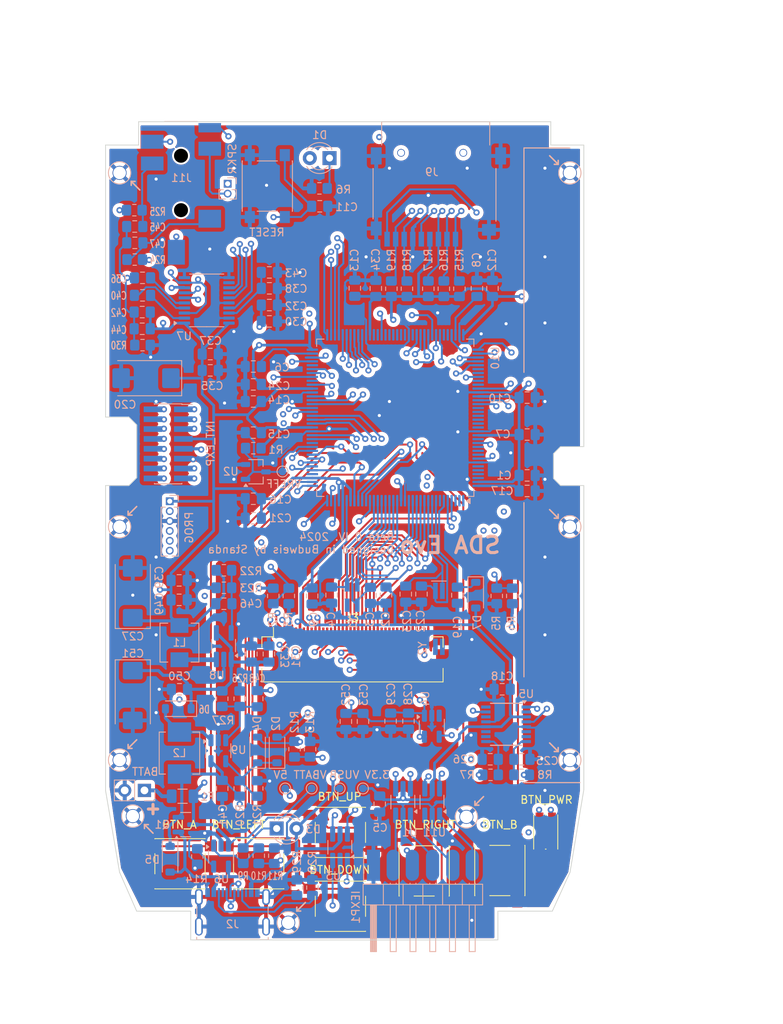
<source format=kicad_pcb>
(kicad_pcb (version 20221018) (generator pcbnew)
  (title_block (title "SDA Evo"))
  (layers (0 "F.Cu" signal) (1 "In1.Cu" signal) (2 "In2.Cu" signal) (31 "B.Cu" signal) (34 "B.Paste" user) (35 "F.Paste" user) (36 "B.SilkS" user "B.Silkscreen") (37 "F.SilkS" user "F.Silkscreen") (38 "B.Mask" user) (39 "F.Mask" user) (44 "Edge.Cuts" user))
  (net 0 "")
  (net 1 "+3V3")
  (net 2 "GND")
  (net 3 "Net-(U10-PH0)")
  (net 4 "Net-(U10-PH1)")
  (net 5 "Net-(U10-VCAP1)")
  (net 6 "Net-(U10-VCAP2)")
  (net 7 "RESET")
  (net 8 "Net-(D7-K)")
  (net 9 "Net-(U10-PC14)")
  (net 10 "Net-(U10-PC15)")
  (net 11 "Net-(U5-USBDP)")
  (net 12 "Net-(U5-USBDM)")
  (net 13 "LCD_BL")
  (net 14 "+5V")
  (net 15 "Net-(U7-VNEG)")
  (net 16 "GNDA")
  (net 17 "Net-(U7-LDOO)")
  (net 18 "Net-(U7-CAPP)")
  (net 19 "Net-(U7-CAPM)")
  (net 20 "VD")
  (net 21 "Net-(C45-Pad1)")
  (net 22 "Net-(U8-FB)")
  (net 23 "Net-(C47-Pad1)")
  (net 24 "Net-(U9-FB)")
  (net 25 "Net-(D1-K)")
  (net 26 "SYS_LED")
  (net 27 "REG_EN")
  (net 28 "MCU_REG_EN")
  (net 29 "Net-(D3-K)")
  (net 30 "VBUS")
  (net 31 "Net-(D4-A)")
  (net 32 "Net-(D6-A)")
  (net 33 "ISP_SWCLK")
  (net 34 "ISP_SWDIO")
  (net 35 "ISP_TRACESWO")
  (net 36 "Net-(J2-CC1)")
  (net 37 "Net-(J2-D+-PadA6)")
  (net 38 "Net-(J2-D--PadA7)")
  (net 40 "Net-(J2-CC2)")
  (net 42 "TS_ADC1")
  (net 43 "TS_ADC2")
  (net 44 "TS_P1")
  (net 45 "TS_P2")
  (net 47 "LCD_CS")
  (net 48 "LCD_RS")
  (net 49 "LCD_WR")
  (net 50 "LCD_RD")
  (net 53 "LCD_RST")
  (net 54 "LCD_D0")
  (net 55 "LCD_D1")
  (net 56 "LCD_D2")
  (net 57 "LCD_D3")
  (net 58 "LCD_D4")
  (net 59 "LCD_D5")
  (net 60 "LCD_D6")
  (net 61 "LCD_D7")
  (net 62 "LCD_D8")
  (net 63 "LCD_D9")
  (net 64 "LCD_D10")
  (net 65 "LCD_D11")
  (net 66 "LCD_D12")
  (net 67 "LCD_D13")
  (net 68 "LCD_D14")
  (net 69 "LCD_D15")
  (net 70 "IEXP1_P1")
  (net 71 "IEXP1_RX")
  (net 72 "IEXP1_P2")
  (net 73 "IEXP1_TX")
  (net 74 "IEXP1_P3")
  (net 75 "SPI4_SCK")
  (net 76 "SPI4_MISO")
  (net 77 "+BATT")
  (net 78 "SPI4_MOSI")
  (net 79 "IEXP2_RX")
  (net 80 "IEXP2_P1")
  (net 81 "IEXP2_TX")
  (net 82 "IEXP2_P2")
  (net 83 "IEXP2_P8")
  (net 84 "SD_D2")
  (net 85 "SD_D3")
  (net 86 "SD_CMD")
  (net 87 "SD_CLK")
  (net 88 "SD_D0")
  (net 89 "SD_D1")
  (net 90 "SD_DETECT")
  (net 91 "Net-(J10-Pin_1)")
  (net 92 "JACK_SENSE")
  (net 93 "Net-(U8-SW)")
  (net 94 "1.2VREF")
  (net 95 "VBATT_SENSE")
  (net 96 "VBUS_SENSE")
  (net 97 "Net-(R7-Pad1)")
  (net 98 "Net-(R8-Pad1)")
  (net 99 "Net-(U6-STAT)")
  (net 100 "CHRG_STAT")
  (net 101 "BTN_PWR")
  (net 102 "Net-(U6-PROG)")
  (net 103 "Net-(U7-OUTL)")
  (net 104 "Net-(U7-OUTR)")
  (net 105 "BTN_A")
  (net 106 "BTN_B")
  (net 107 "BTN_UP")
  (net 108 "BTN_DOWN")
  (net 109 "BTN_LEFT")
  (net 110 "BTN_RIGHT")
  (net 112 "LCD_BL_SHDN")
  (net 113 "FTDI_TX")
  (net 115 "FTDI_RX")
  (net 121 "FTDI_TXE")
  (net 124 "PCM_CK")
  (net 125 "PCM_SD")
  (net 126 "PCM_WS")
  (net 127 "PCM_MUTE")
  (net 134 "IEXP2_P9")
  (net 135 "IEXP2_P10")
  (net 157 "EXT_IO1")
  (net 158 "EXT_IO2")
  (net 159 "EXT_IO3")
  (net 160 "EXT_IO4")
  (net 161 "Net-(IEXP1-Pin_2)")
  (net 162 "Net-(IEXP1-Pin_4)")
  (net 163 "Net-(IEXP1-Pin_5)")
  (net 164 "Net-(IEXP1-Pin_6)")
  (net 165 "Net-(J5-Pin_1)")
  (footprint "Button_Switch_SMD:SW_SPST_PTS645" (layer "F.Cu") (at 109.2 145.3 -90)
    (fp_text reference "SW3" hide)
    (fp_text value "BTN_B")
  )
  (footprint "Connector_FFC-FPC:Hirose_FH12-40S-0.5SH_1x40-1MP_P0.50mm_Horizontal" (layer "F.Cu") (at 90.25 116.55)
    (fp_text reference "J3")
    (fp_text value "Conn_01x40")
  )
  (footprint "Button_Switch_SMD:SW_SPST_PTS645" (layer "F.Cu") (at 88.7 149.9)
    (fp_text reference "SW5" hide)
    (fp_text value "BTN_DOWN")
  )
  (footprint "Button_Switch_SMD:SW_SPST_PTS645" (layer "F.Cu") (at 88.7 140.4)
    (fp_text reference "SW4" hide)
    (fp_text value "BTN_UP")
  )
  (footprint "Button_Switch_SMD:SW_SPST_PTS645" (layer "F.Cu") (at 78.19 144.43)
    (fp_text reference "SW6" hide)
    (fp_text value "BTN_LEFT")
  )
  (footprint "Button_Switch_SMD:SW_Push_1P1T_NO_CK_KMR2" (layer "F.Cu") (at 115.1 140.35 -90)
    (fp_text reference "SW8" hide)
    (fp_text value "BTN_PWR")
  )
  (footprint "Button_Switch_SMD:SW_SPST_PTS645" (layer "F.Cu") (at 68.07 144.43)
    (fp_text reference "SW2" hide)
    (fp_text value "BTN_A")
  )
  (footprint "Button_Switch_SMD:SW_SPST_PTS645" (layer "F.Cu") (at 99.47 145.35 -90)
    (fp_text reference "SW7" hide)
    (fp_text value "BTN_RIGHT")
  )
  (footprint "Capacitor_SMD:C_0805_2012Metric_Pad1.18x1.45mm_HandSolder" (layer "B.Cu") (at 95.15 126.1 -90)
    (fp_text reference "C29")
    (fp_text value "2.2u")
  )
  (footprint "Capacitor_SMD:C_0805_2012Metric_Pad1.18x1.45mm_HandSolder" (layer "B.Cu") (at 62.2625 64.6 180)
    (fp_text reference "C47")
    (fp_text value "2.2n")
  )
  (footprint "Resistor_SMD:R_0805_2012Metric_Pad1.20x1.40mm_HandSolder" (layer "B.Cu") (at 95.25 70.5 -90)
    (fp_text reference "R19")
    (fp_text value "47k")
  )
  (footprint "Capacitor_SMD:C_0805_2012Metric_Pad1.18x1.45mm_HandSolder" (layer "B.Cu") (at 73.5 134.75 -90)
    (fp_text reference "C41")
    (fp_text value "2.2u")
  )
  (footprint "Capacitor_SMD:C_0805_2012Metric_Pad1.18x1.45mm_HandSolder" (layer "B.Cu") (at 108.25 70.4625 90)
    (fp_text reference "C12")
    (fp_text value "100n")
  )
  (footprint "Capacitor_SMD:C_0805_2012Metric_Pad1.18x1.45mm_HandSolder" (layer "B.Cu") (at 77.5 97.5 180)
    (fp_text reference "C16")
    (fp_text value "100n")
  )
  (footprint "Capacitor_SMD:C_0805_2012Metric_Pad1.18x1.45mm_HandSolder" (layer "B.Cu") (at 86.0375 59.9)
    (fp_text reference "C11")
    (fp_text value "100n")
  )
  (footprint "Package_TO_SOT_SMD:TSOT-23" (layer "B.Cu") (at 77.81 94.05)
    (fp_text reference "U2")
    (fp_text value "TLV431")
  )
  (footprint "Capacitor_SMD:C_0805_2012Metric_Pad1.18x1.45mm_HandSolder" (layer "B.Cu") (at 78 123.2125 90)
    (fp_text reference "C48")
    (fp_text value "??")
  )
  (footprint "Resistor_SMD:R_0805_2012Metric_Pad1.20x1.40mm_HandSolder" (layer "B.Cu") (at 102 70.5 -90)
    (fp_text reference "R16")
    (fp_text value "47k")
  )
  (footprint "Diode_SMD:D_SOD-123" (layer "B.Cu") (at 67.85 124.5 180)
    (fp_text reference "D6")
    (fp_text value "MBR0520")
  )
  (footprint "LED_THT:LED_D3.0mm_FlatTop" (layer "B.Cu") (at 80.5 139.9)
    (fp_text reference "D3")
    (fp_text value "CHRG_LED")
  )
  (footprint "Diode_SMD:D_SOD-123" (layer "B.Cu") (at 106.1 109.9 -90)
    (fp_text reference "D7")
    (fp_text value "1N5819HW-7-F")
  )
  (footprint "TestPoint:TestPoint_Pad_D1.0mm" (layer "B.Cu") (at 81.6 134.75 180)
    (fp_text reference "TP5" hide)
    (fp_text value "5V")
  )
  (footprint "Capacitor_SMD:C_0805_2012Metric_Pad1.18x1.45mm_HandSolder" (layer "B.Cu") (at 112.7125 89.25)
    (fp_text reference "C7")
    (fp_text value "100n")
  )
  (footprint "sda-parts:USB_C" (layer "B.Cu") (at 74.82 151.805 180)
    (fp_text reference "J2")
    (fp_text value "USB_C_Receptacle_USB2.0")
  )
  (footprint "Package_TO_SOT_SMD:TSOT-23-6_HandSoldering" (layer "B.Cu") (at 100.5 136.5 90)
    (fp_text reference "U11")
    (fp_text value "USBLC6")
  )
  (footprint "TestPoint:TestPoint_Pad_D1.0mm" (layer "B.Cu") (at 81.25 94 180)
    (fp_text reference "TP1" hide)
    (fp_text value "VREFF")
  )
  (footprint "Fuse:Fuse_1206_3216Metric" (layer "B.Cu") (at 68.4 135.75)
    (fp_text reference "F1")
    (fp_text value "2A")
  )
  (footprint "Resistor_SMD:R_0805_2012Metric_Pad1.20x1.40mm_HandSolder" (layer "B.Cu") (at 62.25 66.75 180)
    (fp_text reference "R24")
    (fp_text value "470")
  )
  (footprint "Button_Switch_SMD:SW_SPST_PTS645" (layer "B.Cu") (at 79.3 57.3 -90)
    (fp_text reference "SW1" hide)
    (fp_text value "RESET")
  )
  (footprint "Package_TO_SOT_SMD:SOT-23" (layer "B.Cu") (at 68.8 139.4)
    (fp_text reference "Q1")
    (fp_text value "IRLML6302")
  )
  (footprint "Capacitor_SMD:C_0805_2012Metric_Pad1.18x1.45mm_HandSolder" (layer "B.Cu") (at 87.5625 109.8875 90)
    (fp_text reference "C4")
    (fp_text value "12p")
  )
  (footprint "sda-parts:SDN0530MT100" (layer "B.Cu") (at 68 130.2 90)
    (fp_text reference "L2")
    (fp_text value "10uH")
  )
  (footprint "sda-parts:SD-Connector" (layer "B.Cu") (at 104.5 49.025)
    (fp_text reference "J9")
    (fp_text value "Micro_SD_Card_Det")
  )
  (footprint "Diode_SMD:D_SOD-123" (layer "B.Cu") (at 80.55 129.8 90)
    (fp_text reference "D2")
    (fp_text value "1N5819HW-7-F")
  )
  (footprint "Resistor_SMD:R_0805_2012Metric_Pad1.20x1.40mm_HandSolder" (layer "B.Cu") (at 97.25 70.5 -90)
    (fp_text reference "R18")
    (fp_text value "47k")
  )
  (footprint "Package_QFP:LQFP-144_20x20mm_P0.5mm" (layer "B.Cu") (at 95.75 87.0875 90)
    (fp_text reference "U10")
    (fp_text value "STM32H743ZITx")
  )
  (footprint "Capacitor_SMD:C_0805_2012Metric_Pad1.18x1.45mm_HandSolder" (layer "B.Cu") (at 67.9625 110.5)
    (fp_text reference "C49")
    (fp_text value "47u")
  )
  (footprint "Resistor_SMD:R_0805_2012Metric_Pad1.20x1.40mm_HandSolder" (layer "B.Cu") (at 75.75 123.2125 90)
    (fp_text reference "R26")
    (fp_text value "13k3")
  )
  (footprint "Capacitor_SMD:C_0805_2012Metric_Pad1.18x1.45mm_HandSolder" (layer "B.Cu") (at 92.5625 109.925 90)
    (fp_text reference "C3")
    (fp_text value "12p")
  )
  (footprint "Capacitor_SMD:C_0805_2012Metric_Pad1.18x1.45mm_HandSolder" (layer "B.Cu") (at 77.5 89 180)
    (fp_text reference "C15")
    (fp_text value "100n")
  )
  (footprint "sda-parts:Hole 1,6mm" (layer "B.Cu") (at 81.99 152.01 90)
    (fp_text reference "H2" hide)
    (fp_text value "Hole" hide)
  )
  (footprint "sda-parts:Hole 1,6mm" (layer "B.Cu") (at 118.2 131.1 180)
    (fp_text reference "H9" hide)
    (fp_text value "Hole" hide)
  )
  (footprint "Resistor_SMD:R_0805_2012Metric_Pad1.20x1.40mm_HandSolder" (layer "B.Cu") (at 63.25 77.75 180)
    (fp_text reference "R30")
    (fp_text value "0")
  )
  (footprint "Capacitor_Tantalum_SMD:CP_EIA-7343-15_Kemet-W_Pad2.25x2.55mm_HandSolder" (layer "B.Cu") (at 62 122.8 -90)
    (fp_text reference "C51")
    (fp_text value "47u")
  )
  (footprint "Connector_PinHeader_1.27mm:PinHeader_1x06_P1.27mm_Vertical" (layer "B.Cu") (at 66.75 97.825 180)
    (fp_text reference "J1" hide)
    (fp_text value "PROG")
  )
  (footprint "Capacitor_SMD:C_0805_2012Metric_Pad1.18x1.45mm_HandSolder" (layer "B.Cu") (at 85.0625 110 -90)
    (fp_text reference "C9")
    (fp_text value "100n")
  )
  (footprint "Resistor_SMD:R_0805_2012Metric_Pad1.20x1.40mm_HandSolder" (layer "B.Cu") (at 62.2 60.4)
    (fp_text reference "R25")
    (fp_text value "470")
  )
  (footprint "Capacitor_SMD:C_0805_2012Metric_Pad1.18x1.45mm_HandSolder" (layer "B.Cu") (at 77.5 85 180)
    (fp_text reference "C14")
    (fp_text value "100n")
  )
  (footprint "Resistor_SMD:R_0805_2012Metric_Pad1.20x1.40mm_HandSolder" (layer "B.Cu") (at 104 70.5 -90)
    (fp_text reference "R15")
    (fp_text value "47k")
  )
  (footprint "Capacitor_SMD:C_0805_2012Metric_Pad1.18x1.45mm_HandSolder" (layer "B.Cu") (at 68 122 180)
    (fp_text reference "C50")
    (fp_text value "4.7u")
  )
  (footprint "Capacitor_SMD:C_0805_2012Metric_Pad1.18x1.45mm_HandSolder" (layer "B.Cu") (at 112.7125 84.5)
    (fp_text reference "C10")
    (fp_text value "100n")
  )
  (footprint "Resistor_SMD:R_0805_2012Metric_Pad1.20x1.40mm_HandSolder" (layer "B.Cu") (at 73.7125 106.7 180)
    (fp_text reference "R22")
    (fp_text value "680K")
  )
  (footprint "Capacitor_SMD:C_0805_2012Metric_Pad1.18x1.45mm_HandSolder" (layer "B.Cu") (at 62.25 62.5 180)
    (fp_text reference "C45")
    (fp_text value "2.2n")
  )
  (footprint "Capacitor_SMD:C_0805_2012Metric_Pad1.18x1.45mm_HandSolder" (layer "B.Cu") (at 63.2125 73.5 180)
    (fp_text reference "C42")
    (fp_text value "10u")
  )
  (footprint "Capacitor_SMD:C_0805_2012Metric_Pad1.18x1.45mm_HandSolder" (layer "B.Cu") (at 112.7125 94.5)
    (fp_text reference "C1")
    (fp_text value "100n")
  )
  (footprint "Resistor_SMD:R_0805_2012Metric_Pad1.20x1.40mm_HandSolder" (layer "B.Cu") (at 73.5 123.2125 -90)
    (fp_text reference "R27")
    (fp_text value "40k2")
  )
  (footprint "Capacitor_SMD:C_0805_2012Metric_Pad1.18x1.45mm_HandSolder" (layer "B.Cu") (at 79.5 117.4625 90)
    (fp_text reference "C31")
    (fp_text value "4.7u")
  )
  (footprint "Diode_SMD:D_SOD-123" (layer "B.Cu") (at 66.8 143.85 -90)
    (fp_text reference "D5")
    (fp_text value "1N4148W")
  )
  (footprint "Resistor_SMD:R_0805_2012Metric_Pad1.20x1.40mm_HandSolder" (layer "B.Cu") (at 77.5 91)
    (fp_text reference "R1")
    (fp_text value "10k")
  )
  (footprint "Capacitor_SMD:C_0805_2012Metric_Pad1.18x1.45mm_HandSolder" (layer "B.Cu") (at 93.75 136.75 -90)
    (fp_text reference "C5")
    (fp_text value "100n")
  )
  (footprint "sda-parts:SMDXT224" (layer "B.Cu") (at 90.1625 109.8875 -90)
    (fp_text reference "Y1")
    (fp_text value "16Mhz")
  )
  (footprint "Capacitor_SMD:C_0805_2012Metric_Pad1.18x1.45mm_HandSolder" (layer "B.Cu") (at 79.5625 74.7)
    (fp_text reference "C30")
    (fp_text value "10u")
  )
  (footprint "Connector_PinHeader_1.27mm:PinHeader_1x02_P1.27mm_Vertical" (layer "B.Cu") (at 74.2 57 180)
    (fp_text reference "J10" hide)
    (fp_text value "SPKR")
  )
  (footprint "Connector_PinHeader_2.54mm:PinHeader_1x02_P2.54mm_Vertical" (layer "B.Cu") (at 63.5 135 90)
    (fp_text reference "J5" hide)
    (fp_text value "BATT")
  )
  (footprint "Resistor_SMD:R_0805_2012Metric_Pad1.20x1.40mm_HandSolder" (layer "B.Cu") (at 112 133 180)
    (fp_text reference "R8")
    (fp_text value "27")
  )
  (footprint "Resistor_SMD:R_0805_2012Metric_Pad1.20x1.40mm_HandSolder" (layer "B.Cu") (at 82.8 129.7 90)
    (fp_text reference "R12")
    (fp_text value "10k")
  )
  (footprint "Resistor_SMD:R_0805_2012Metric_Pad1.20x1.40mm_HandSolder" (layer "B.Cu") (at 83.1 147.5 -90)
    (fp_text reference "R29")
    (fp_text value "5.2k")
  )
  (footprint "Capacitor_SMD:C_0805_2012Metric_Pad1.18x1.45mm_HandSolder" (layer "B.Cu") (at 63.25 69.1 180)
    (fp_text reference "C36")
    (fp_text value "2.2u")
  )
  (footprint "Capacitor_SMD:C_0805_2012Metric_Pad1.18x1.45mm_HandSolder" (layer "B.Cu") (at 89.4 126.1375 -90)
    (fp_text reference "C52")
    (fp_text value "100n")
  )
  (footprint "Capacitor_SMD:C_0805_2012Metric_Pad1.18x1.45mm_HandSolder" (layer "B.Cu") (at 79.5625 68.4)
    (fp_text reference "C43")
    (fp_text value "100n")
  )
  (footprint "sda-parts:Hole 1,6mm" (layer "B.Cu") (at 60.3 131.1 90)
    (fp_text reference "H8" hide)
    (fp_text value "Hole" hide)
  )
  (footprint "Package_TO_SOT_SMD:SOT-23-5_HandSoldering" (layer "B.Cu") (at 73.35 143.45 -90)
    (fp_text reference "U6")
    (fp_text value "MCP73831-2-OT")
  )
  (footprint "Connector_PinHeader_1.27mm:PinHeader_2x08_P1.27mm_Vertical_SMD" (layer "B.Cu") (at 66.55 90.445 180)
    (fp_text reference "J4" hide)
    (fp_text value "INT_EXP")
  )
  (footprint "sda-parts:2.54x6_flat" (layer "B.Cu") (at 92.95 145.625 -90)
    (fp_text reference "IEXP1")
    (fp_text value "Conn_01x06")
  )
  (footprint "Resistor_SMD:R_0805_2012Metric_Pad1.20x1.40mm_HandSolder" (layer "B.Cu") (at 86 57.6)
    (fp_text reference "R6")
    (fp_text value "220")
  )
  (footprint "sda-parts:Hole 1,6mm" (layer "B.Cu") (at 118.204109 55.604109 180)
    (fp_text reference "H4" hide)
    (fp_text value "Hole" hide)
  )
  (footprint "Resistor_SMD:R_0805_2012Metric_Pad1.20x1.40mm_HandSolder" (layer "B.Cu") (at 76.2 143.4 90)
    (fp_text reference "R9")
    (fp_text value "470")
  )
  (footprint "Capacitor_SMD:C_0805_2012Metric_Pad1.18x1.45mm_HandSolder" (layer "B.Cu") (at 94.5625 109.8875 -90)
    (fp_text reference "C2")
    (fp_text value "100n")
  )
  (footprint "Capacitor_SMD:C_0805_2012Metric_Pad1.18x1.45mm_HandSolder" (layer "B.Cu") (at 103.7375 109.9025 -90)
    (fp_text reference "C19")
    (fp_text value "2.2u")
  )
  (footprint "Capacitor_SMD:C_0805_2012Metric_Pad1.18x1.45mm_HandSolder" (layer "B.Cu") (at 77.5 80.5 180)
    (fp_text reference "C6")
    (fp_text value "2.2u")
  )
  (footprint "Capacitor_SMD:C_0805_2012Metric_Pad1.18x1.45mm_HandSolder" (layer "B.Cu") (at 97.1 109.7625 90)
    (fp_text reference "C23")
    (fp_text value "12,5p")
  )
  (footprint "Capacitor_SMD:C_0805_2012Metric_Pad1.18x1.45mm_HandSolder" (layer "B.Cu") (at 77.5 100 180)
    (fp_text reference "C21")
    (fp_text value "4.7u")
  )
  (footprint "Package_TO_SOT_SMD:TSOT-23-5_HandSoldering" (layer "B.Cu") (at 73.7 116.46 90)
    (fp_text reference "U8")
    (fp_text value "NCP1529")
  )
  (footprint "Resistor_SMD:R_0805_2012Metric_Pad1.20x1.40mm_HandSolder" (layer "B.Cu") (at 80.2 143.4 -90)
    (fp_text reference "R11")
    (fp_text value "15k")
  )
  (footprint "Capacitor_SMD:C_0805_2012Metric_Pad1.18x1.45mm_HandSolder" (layer "B.Cu") (at 106.25 70.4625 90)
    (fp_text reference "C8")
    (fp_text value "2.2u")
  )
  (footprint "Resistor_SMD:R_0805_2012Metric_Pad1.20x1.40mm_HandSolder" (layer "B.Cu") (at 108.8 110 -90)
    (fp_text reference "R5")
    (fp_text value "15k")
  )
  (footprint "sda-parts:Hole 1,6mm" (layer "B.Cu") (at 60.3 101.1 90)
    (fp_text reference "H6" hide)
    (fp_text value "Hole" hide)
  )
  (footprint "Resistor_SMD:R_0805_2012Metric_Pad1.20x1.40mm_HandSolder" (layer "B.Cu") (at 85.1 147.5 -90)
    (fp_text reference "R28")
    (fp_text value "5.2k")
  )
  (footprint "Resistor_SMD:R_0805_2012Metric_Pad1.20x1.40mm_HandSolder" (layer "B.Cu") (at 82.0625 110 -90)
    (fp_text reference "R3")
    (fp_text value "15k")
  )
  (footprint "Resistor_SMD:R_0805_2012Metric_Pad1.20x1.40mm_HandSolder" (layer "B.Cu") (at 78.2 143.4 90)
    (fp_text reference "R10")
    (fp_text value "10k")
  )
  (footprint "sda-parts:Hole 1,6mm" (layer "B.Cu") (at 104.9 138.4 90)
    (fp_text reference "H7" hide)
    (fp_text value "Hole" hide)
  )
  (footprint "Package_TO_SOT_SMD:TSOT-23-6_HandSoldering" (layer "B.Cu") (at 88.65 142.31 90)
    (fp_text reference "U3")
    (fp_text value "USBLC6")
  )
  (footprint "Resistor_SMD:R_0805_2012Metric_Pad1.20x1.40mm_HandSolder" (layer "B.Cu") (at 75.75 134.75 90)
    (fp_text reference "R20")
    (fp_text value "placeholder")
  )
  (footprint "Capacitor_SMD:C_0805_2012Metric_Pad1.18x1.45mm_HandSolder" (layer "B.Cu") (at 63.25 71.35 180)
    (fp_text reference "C40")
    (fp_text value "22u")
  )
  (footprint "Capacitor_SMD:C_0805_2012Metric_Pad1.18x1.45mm_HandSolder" (layer "B.Cu") (at 77.5 82.8 180)
    (fp_text reference "C24")
    (fp_text value "10u")
  )
  (footprint "TestPoint:TestPoint_Pad_D1.0mm" (layer "B.Cu") (at 88.6 134.75)
    (fp_text reference "TP2" hide)
    (fp_text value "VUSB")
  )
  (footprint "Package_TO_SOT_SMD:SOT-23-5_HandSoldering" (layer "B.Cu") (at 73 129.9 -90)
    (fp_text reference "U9")
    (fp_text value "LMR62014XMF")
  )
  (footprint "Capacitor_SMD:C_0805_2012Metric_Pad1.18x1.45mm_HandSolder" (layer "B.Cu") (at 90.55 70.4375 90)
    (fp_text reference "C13")
    (fp_text value "100n")
  )
  (footprint "Capacitor_SMD:C_0805_2012Metric_Pad1.18x1.45mm_HandSolder" (layer "B.Cu") (at 67.9625 108)
    (fp_text reference "C39")
    (fp_text value "4.7u")
  )
  (footprint "Capacitor_SMD:C_0805_2012Metric_Pad1.18x1.45mm_HandSolder" (layer "B.Cu") (at 73.7125 111)
    (fp_text reference "C46")
    (fp_text value "100n")
  )
  (footprint "LED_THT:LED_D3.0mm_FlatTop" (layer "B.Cu") (at 87.3 53.7 180)
    (fp_text reference "D1")
    (fp_text value "SYS_LED")
  )
  (footprint "Capacitor_SMD:C_0805_2012Metric_Pad1.18x1.45mm_HandSolder" (layer "B.Cu") (at 93.25 70.4625 90)
    (fp_text reference "C34")
    (fp_text value "100n")
  )
  (footprint "TestPoint:TestPoint_Pad_D1.0mm" (layer "B.Cu") (at 91.6 134.75)
    (fp_text reference "TP4" hide)
    (fp_text value "3.3V")
  )
  (footprint "Resistor_SMD:R_0805_2012Metric_Pad1.20x1.40mm_HandSolder" (layer "B.Cu") (at 70.3 143.5 90)
    (fp_text reference "R14")
    (fp_text value "2k")
  )
  (footprint "Capacitor_SMD:C_0805_2012Metric_Pad1.18x1.45mm_HandSolder" (layer "B.Cu") (at 107.9625 131 180)
    (fp_text reference "C26")
    (fp_text value "47p")
  )
  (footprint "Capacitor_Tantalum_SMD:CP_EIA-7343-15_Kemet-W_Pad2.25x2.55mm_HandSolder" (layer "B.Cu") (at 62 109.6 90)
    (fp_text reference "C27")
    (fp_text value "47u")
  )
  (footprint "Capacitor_SMD:C_0805_2012Metric_Pad1.18x1.45mm_HandSolder" (layer "B.Cu") (at 99.1225 109.76 90)
    (fp_text reference "C22")
    (fp_text value "12,5p")
  )
  (footprint "Capacitor_SMD:C_0805_2012Metric_Pad1.18x1.45mm_HandSolder" (layer "B.Cu") (at 79.5625 70.45)
    (fp_text reference "C38")
    (fp_text value "10u")
  )
  (footprint "Capacitor_SMD:C_0805_2012Metric_Pad1.18x1.45mm_HandSolder" (layer "B.Cu") (at 63.2125 75.65 180)
    (fp_text reference "C44")
    (fp_text value "100n")
  )
  (footprint "sda-parts:HCM1A4020V2" (layer "B.Cu") (at 68 116 90)
    (fp_text reference "L1")
    (fp_text value "4.7uH")
  )
  (footprint "Package_SO:TSSOP-20_4.4x6.5mm_P0.65mm" (layer "B.Cu") (at 71.5 72)
    (fp_text reference "U7")
    (fp_text value "PCM5102" hide)
  )
  (footprint "sda-parts:Hole 1,6mm" (layer "B.Cu") (at 118.2 101.1 180)
    (fp_text reference "H5" hide)
    (fp_text value "Hole" hide)
  )
  (footprint "Capacitor_SMD:C_0805_2012Metric_Pad1.18x1.45mm_HandSolder" (layer "B.Cu") (at 79.5625 72.6)
    (fp_text reference "C32")
    (fp_text value "100n")
  )
  (footprint "sda-parts:Hole 1,6mm" (layer "B.Cu") (at 62 138.3)
    (fp_text reference "H1" hide)
    (fp_text value "Hole" hide)
  )
  (footprint "Capacitor_SMD:C_0805_2012Metric_Pad1.18x1.45mm_HandSolder" (layer "B.Cu") (at 112.7125 96.5)
    (fp_text reference "C17")
    (fp_text value "100n")
  )
  (footprint "sda-parts:Hole 1,6mm" (layer "B.Cu") (at 60.3 55.6)
    (fp_text reference "H3" hide)
    (fp_text value "Hole" hide)
  )
  (footprint "Capacitor_SMD:C_0805_2012Metric_Pad1.18x1.45mm_HandSolder" (layer "B.Cu") (at 109.5 122 180)
    (fp_text reference "C18")
    (fp_text value "100n")
  )
  (footprint "Package_TO_SOT_SMD:TSOT-23-6_HandSoldering" (layer "B.Cu") (at 96.75 136.5 90)
    (fp_text reference "U1")
    (fp_text value "USBLC6")
  )
  (footprint "Package_SO:SSOP-16_3.9x4.9mm_P0.635mm" (layer "B.Cu") (at 110 126.5 180)
    (fp_text reference "U5")
    (fp_text value "FT230XS")
  )
  (footprint "Capacitor_SMD:C_0805_2012Metric_Pad1.18x1.45mm_HandSolder" (layer "B.Cu") (at 77.25 117.4625 90)
    (fp_text reference "C33")
    (fp_text value "47u")
  )
  (footprint "Capacitor_Tantalum_SMD:CP_EIA-7343-15_Kemet-W_Pad2.25x2.55mm_HandSolder" (layer "B.Cu") (at 63.7 82 180)
    (fp_text reference "C20")
    (fp_text value "47u")
  )
  (footprint "Resistor_SMD:R_0805_2012Metric_Pad1.20x1.40mm_HandSolder" (layer "B.Cu") (at 108 133)
    (fp_text reference "R7")
    (fp_text value "27")
  )
  (footprint "Diode_SMD:D_SOD-123" (layer "B.Cu") (at 78.05 129.8 90)
    (fp_text reference "D4")
    (fp_text value "1N5819HW-7-F")
  )
  (footprint "Capacitor_SMD:C_0805_2012Metric_Pad1.18x1.45mm_HandSolder" (layer "B.Cu") (at 71.9625 78.9)
    (fp_text reference "C37")
    (fp_text value "100n")
  )
  (footprint "sda-parts:3.5 Jack" (layer "B.Cu") (at 68.2 49.1 90)
    (fp_text reference "J11")
    (fp_text value "AudioJack")
  )
  (footprint "Resistor_SMD:R_0805_2012Metric_Pad1.20x1.40mm_HandSolder" (layer "B.Cu") (at 80.0675 110 90)
    (fp_text reference "R2")
    (fp_text value "10k")
  )
  (footprint "Package_TO_SOT_SMD:SOT-23-5_HandSoldering" (layer "B.Cu") (at 100.45 126.75 -90)
    (fp_text reference "U4")
    (fp_text value "AP22802AW5-7")
  )
  (footprint "Capacitor_SMD:C_0805_2012Metric_Pad1.18x1.45mm_HandSolder" (layer "B.Cu") (at 91.6 126.1375 -90)
    (fp_text reference "C53")
    (fp_text value "4.7u")
  )
  (footprint "TestPoint:TestPoint_Pad_D1.0mm" (layer "B.Cu") (at 85 134.75)
    (fp_text reference "TP3" hide)
    (fp_text value "VBATT")
  )
  (footprint "Capacitor_SMD:C_0805_2012Metric_Pad1.18x1.45mm_HandSolder" (layer "B.Cu") (at 97.45 126.1 -90)
    (fp_text reference "C28")
    (fp_text value "100n")
  )
  (footprint "Resistor_SMD:R_0805_2012Metric_Pad1.20x1.40mm_HandSolder" (layer "B.Cu") (at 73.7125 108.95)
    (fp_text reference "R23")
    (fp_text value "150K")
  )
  (footprint "Resistor_SMD:R_0805_2012Metric_Pad1.20x1.40mm_HandSolder" (layer "B.Cu") (at 84.8 129.7 90)
    (fp_text reference "R13")
    (fp_text value "19K")
  )
  (footprint "Capacitor_SMD:C_0805_2012Metric_Pad1.18x1.45mm_HandSolder" (layer "B.Cu") (at 112.0375 131)
    (fp_text reference "C25")
    (fp_text value "47p")
  )
  (footprint "Resistor_SMD:R_0805_2012Metric_Pad1.20x1.40mm_HandSolder" (layer "B.Cu") (at 110.8 110 -90)
    (fp_text reference "R4")
    (fp_text value "10k")
  )
  (footprint "sda-parts:Crystal_SMD_6.7x1.5mm_HandSoldering" (layer "B.Cu") (at 101.36 112.935 -90)
    (fp_text reference "Y2")
    (fp_text value "32.768")
  )
  (footprint "Resistor_SMD:R_0805_2012Metric_Pad1.20x1.40mm_HandSolder" (layer "B.Cu") (at 78 134.75 90)
    (fp_text reference "R21")
    (fp_text value "47k")
  )
  (footprint "Capacitor_SMD:C_0805_2012Metric_Pad1.18x1.45mm_HandSolder" (layer "B.Cu") (at 71.9625 81)
    (fp_text reference "C35")
    (fp_text value "10u")
  )
  (footprint "Resistor_SMD:R_0805_2012Metric_Pad1.20x1.40mm_HandSolder" (layer "B.Cu") (at 100 70.5 -90)
    (fp_text reference "R17")
    (fp_text value "47k")
  )
  (gr_line (start 118.2 52.4) (end 112.3 52.4) (stroke (width 0.15)) (layer "B.SilkS"))
  (gr_line (start 112.3 81.25) (end 112.3 52.4) (stroke (width 0.15)) (layer "B.SilkS"))
  (gr_line (start 64 137.4) (end 65.2 137.4) (stroke (width 0.4)) (layer "B.SilkS"))
  (gr_line (start 119.5 134) (end 112.3 134) (stroke (width 0.15)) (layer "B.SilkS"))
  (gr_line (start 112.3 120.4) (end 112.3 98) (stroke (width 0.15)) (layer "B.SilkS"))
  (gr_line (start 64.6 136.8) (end 64.6 138) (stroke (width 0.4)) (layer "B.SilkS"))
  (gr_line (start 62.75 49.025) (end 62.75 52.025) (stroke (width 0.1)) (layer "Edge.Cuts"))
  (gr_line (start 69.45 150.525) (end 69.45 154.225) (stroke (width 0.1)) (layer "Edge.Cuts"))
  (gr_line (start 116.1 91.7) (end 116.1 94.9) (stroke (width 0.1)) (layer "Edge.Cuts"))
  (gr_line (start 61.5 87) (end 62.5 88) (stroke (width 0.1)) (layer "Edge.Cuts"))
  (gr_line (start 108.95 154.225) (end 108.95 150.525) (stroke (width 0.1)) (layer "Edge.Cuts"))
  (gr_line (start 62.75 52.025) (end 58.5 52.025) (stroke (width 0.1)) (layer "Edge.Cuts"))
  (gr_line (start 120 90.8) (end 120 52.025) (stroke (width 0.1)) (layer "Edge.Cuts"))
  (gr_line (start 118.225 145.525) (end 120 134.9) (stroke (width 0.1)) (layer "Edge.Cuts"))
  (gr_line (start 60.3 145.525) (end 62.5 150.525) (stroke (width 0.1)) (layer "Edge.Cuts"))
  (gr_line (start 62.5 94.8) (end 61.5 95.8) (stroke (width 0.1)) (layer "Edge.Cuts"))
  (gr_line (start 58.5 135.025) (end 60.3 145.525) (stroke (width 0.1)) (layer "Edge.Cuts"))
  (gr_line (start 108.95 150.525) (end 115.95 150.525) (stroke (width 0.1)) (layer "Edge.Cuts"))
  (gr_line (start 62.75 49.025) (end 115.75 49.025) (stroke (width 0.1)) (layer "Edge.Cuts"))
  (gr_line (start 115.95 150.525) (end 118.225 145.525) (stroke (width 0.1)) (layer "Edge.Cuts"))
  (gr_line (start 58.5 52.025) (end 58.5 87) (stroke (width 0.1)) (layer "Edge.Cuts"))
  (gr_line (start 115.75 49.025) (end 115.75 52.025) (stroke (width 0.1)) (layer "Edge.Cuts"))
  (gr_line (start 115.75 52.025) (end 120 52.025) (stroke (width 0.1)) (layer "Edge.Cuts"))
  (gr_line (start 62.5 150.525) (end 69.45 150.525) (stroke (width 0.1)) (layer "Edge.Cuts"))
  (gr_line (start 117 95.8) (end 120 95.8) (stroke (width 0.1)) (layer "Edge.Cuts"))
  (gr_line (start 120 95.8) (end 120 134.9) (stroke (width 0.1)) (layer "Edge.Cuts"))
  (gr_line (start 117 90.8) (end 116.1 91.7) (stroke (width 0.1)) (layer "Edge.Cuts"))
  (gr_line (start 62.5 88) (end 62.5 94.8) (stroke (width 0.1)) (layer "Edge.Cuts"))
  (gr_line (start 58.5 87) (end 61.5 87) (stroke (width 0.1)) (layer "Edge.Cuts"))
  (gr_line (start 116.1 94.9) (end 117 95.8) (stroke (width 0.1)) (layer "Edge.Cuts"))
  (gr_line (start 58.5 95.8) (end 58.5 135.025) (stroke (width 0.1)) (layer "Edge.Cuts"))
  (gr_line (start 69.45 154.225) (end 108.95 154.225) (stroke (width 0.1)) (layer "Edge.Cuts"))
  (gr_line (start 120 90.8) (end 117 90.8) (stroke (width 0.1)) (layer "Edge.Cuts"))
  (gr_line (start 61.5 95.8) (end 58.5 95.8) (stroke (width 0.1)) (layer "Edge.Cuts"))
  (gr_text "Beta 0 IV. 2024\nDesigned in Budweis by Standa" (at 95.7 104.6) (layer "B.SilkS") (effects (font (size 1 1)) (justify left bottom mirror)))
  (gr_text "SDA Evo\n" (at 109.5 104.7) (layer "B.SilkS") (effects (font (size 2.1 2.1) (thickness 0.4) bold) (justify left bottom mirror)))
  (segment (start 83 114.7) (end 83.5 114.7) (width 0.35) (layer "F.Cu") (net 1))
  (segment (start 83.5 114.7) (end 83.5 113.6) (width 0.35) (layer "F.Cu") (net 1))
  (segment (start 83.5 113.6) (end 83.2 113.3) (width 0.35) (layer "F.Cu") (net 1))
  (segment (start 99.5 114.7) (end 99.5 117.6) (width 0.25) (layer "F.Cu") (net 1))
  (via (at 90.1 123.7) (size 0.8) (drill 0.4) (layers "F.Cu" "B.Cu") (net 1))
  (via (at 65.9 74.9) (size 0.8) (drill 0.4) (layers "F.Cu" "B.Cu") (net 1))
  (via (at 68 123.3) (size 0.8) (drill 0.4) (layers "F.Cu" "B.Cu") (net 1))
  (via (at 65.5 109.2) (size 0.8) (drill 0.4) (layers "F.Cu" "B.Cu") (net 1))
  (via (at 96 95.25) (size 0.8) (drill 0.4) (layers "F.Cu" "B.Cu") (net 1))
  (via (at 78.25 77.75) (size 0.8) (drill 0.4) (layers "F.Cu" "B.Cu") (net 1))
  (via (at 88.495137 95.39615) (size 0.8) (drill 0.4) (layers "F.Cu" "B.Cu") (net 1))
  (via (at 83.2 113.3) (size 0.8) (drill 0.4) (layers "F.Cu" "B.Cu") (net 1))
  (via (at 78.3 75.4) (size 0.8) (drill 0.4) (layers "F.Cu" "B.Cu") (net 1))
  (via (at 67 70.4) (size 0.8) (drill 0.4) (layers "F.Cu" "B.Cu") (net 1))
  (via (at 84.75 75) (size 0.8) (drill 0.4) (layers "F.Cu" "B.Cu") (net 1))
  (via (at 95.5 74.5) (size 0.8) (drill 0.4) (layers "F.Cu" "B.Cu") (net 1))
  (via (at 98.9 128.1) (size 0.8) (drill 0.4) (layers "F.Cu" "B.Cu") (net 1))
  (via (at 99.5 117.6) (size 0.8) (drill 0.4) (layers "F.Cu" "B.Cu") (net 1))
  (via (at 96.75 136) (size 0.8) (drill 0.4) (layers "F.Cu" "B.Cu") (net 1))
  (via (at 97.25 142.735002) (size 0.8) (drill 0.4) (layers "F.Cu" "B.Cu") (net 1))
  (via (at 112.9 82.7) (size 0.8) (drill 0.4) (layers "F.Cu" "B.Cu") (net 1))
  (via (at 112 71.5) (size 0.8) (drill 0.4) (layers "F.Cu" "B.Cu") (net 1))
  (segment (start 97.160001 136.2) (end 96.75 135.789999) (width 0.35) (layer "B.Cu") (net 1))
  (segment (start 76.75 87.2125) (end 78.5375 89) (width 0.35) (layer "B.Cu") (net 1))
  (segment (start 77.5 78.5) (end 77.5 81.7625) (width 0.35) (layer "B.Cu") (net 1))
  (segment (start 89 102.6) (end 85.0625 106.5375) (width 0.35) (layer "B.Cu") (net 1))
  (segment (start 111.675 84.5) (end 111.675 83.925) (width 0.35) (layer "B.Cu") (net 1))
  (segment (start 74.3625 74.925) (end 70.925 78.3625) (width 0.35) (layer "B.Cu") (net 1))
  (segment (start 102 71.5) (end 104 71.5) (width 0.35) (layer "B.Cu") (net 1))
  (segment (start 84.5 77.75) (end 78.25 77.75) (width 0.35) (layer "B.Cu") (net 1))
  (segment (start 108.25 71.5) (end 108.25 72.675) (width 0.35) (layer "B.Cu") (net 1))
  (segment (start 80.7 88.3375) (end 80.9375 88.575) (width 0.35) (layer "B.Cu") (net 1))
  (segment (start 66.925 108) (end 66.925 107.075) (width 0.35) (layer "B.Cu") (net 1))
  (segment (start 67.5 74.9) (end 67.525 74.925) (width 0.35) (layer "B.Cu") (net 1))
  (segment (start 96.5 97.75) (end 96.5 95.75) (width 0.35) (layer "B.Cu") (net 1))
  (segment (start 80.7 83.3375) (end 85.0875 83.3375) (width 0.35) (layer "B.Cu") (net 1))
  (segment (start 78.5 91) (end 80.7 88.8) (width 0.35) (layer "B.Cu") (net 1))
  (segment (start 98.4 126.1) (end 92.6 126.1) (width 0.25) (layer "B.Cu") (net 1))
  (segment (start 95.725 110.0125) (end 95.725 113.575) (width 0.35) (layer "B.Cu") (net 1))
  (segment (start 89 99.603984) (end 89 97.75) (width 0.35) (layer "B.Cu") (net 1))
  (segment (start 110.5375 125.285) (end 110.8 125.5475) (width 0.35) (layer "B.Cu") (net 1))
  (segment (start 76.75 86.7) (end 76.8375 86.7) (width 0.35) (layer "B.Cu") (net 1))
  (segment (start 100.5 135.789999) (end 100.089999 136.2) (width 0.35) (layer "B.Cu") (net 1))
  (segment (start 73.7 107.6875) (end 72.7125 106.7) (width 0.35) (layer "B.Cu") (net 1))
  (segment (start 73.7 109.975) (end 73.7 107.6875) (width 0.35) (layer "B.Cu") (net 1))
  (segment (start 79.9 97.5) (end 82.5625 94.8375) (width 0.35) (layer "B.Cu") (net 1))
  (segment (start 84.75 78) (end 84.75 75) (width 0.35) (layer "B.Cu") (net 1))
  (segment (start 105 70.5) (end 107.25 70.5) (width 0.35) (layer "B.Cu") (net 1))
  (segment (start 78.25 77.75) (end 77.5 78.5) (width 0.35) (layer "B.Cu") (net 1))
  (segment (start 72.4 86.7) (end 76.75 86.7) (width 0.35) (layer "B.Cu") (net 1))
  (segment (start 111.675 83.925) (end 112.9 82.7) (width 0.35) (layer "B.Cu") (net 1))
  (segment (start 96.5 97.75) (end 96.5 96.958878) (width 0.35) (layer "B.Cu") (net 1))
  (segment (start 110.7 84.3375) (end 110.8625 84.5) (width 0.35) (layer "B.Cu") (net 1))
  (segment (start 92.7875 134.75) (end 93.75 135.7125) (width 0.35) (layer "B.Cu") (net 1))
  (segment (start 62 112.8) (end 62.4 113.2) (width 0.4) (layer "B.Cu") (net 1))
  (segment (start 97.25 71.5) (end 98.75 71.5) (width 0.35) (layer "B.Cu") (net 1))
  (segment (start 95.25 71.5) (end 93.25 71.5) (width 0.35) (layer "B.Cu") (net 1))
  (segment (start 106.1 113.85) (end 106.175 113.925) (width 0.35) (layer "B.Cu") (net 1))
  (segment (start 76.8375 86.7) (end 78.5375 85) (width 0.35) (layer "B.Cu") (net 1))
  (segment (start 107.4 126.8175) (end 109.3825 126.8175) (width 0.35) (layer "B.Cu") (net 1))
  (segment (start 95.725 113.575) (end 95.575 113.725) (width 0.35) (layer "B.Cu") (net 1))
  (segment (start 94.5625 108.85) (end 95.725 110.0125) (width 0.35) (layer "B.Cu") (net 1))
  (segment (start 70.925 82.1) (end 70.925 81) (width 0.35) (layer "B.Cu") (net 1))
  (segment (start 96.339999 136.2) (end 96.75 135.789999) (width 0.35) (layer "B.Cu") (net 1))
  (segment (start 83.8 113.3) (end 84 113.5) (width 0.35) (layer "B.Cu") (net 1))
  (segment (start 98.75 68.575) (end 98.75 71.5) (width 0.35) (layer "B.Cu") (net 1))
  (segment (start 100.8 133.5) (end 100.8 131.5) (width 0.35) (layer "B.Cu") (net 1))
  (segment (start 98.9 128.1) (end 98.9 126.6) (width 0.25) (layer "B.Cu") (net 1))
  (segment (start 72.675 111) (end 73.7 109.975) (width 0.35) (layer "B.Cu") (net 1))
  (segment (start 110.8625 84.5) (end 111.675 84.5) (width 0.35) (layer "B.Cu") (net 1))
  (segment (start 72.4 86.7) (end 72.4 85.5) (width 0.35) (layer "B.Cu") (net 1))
  (segment (start 90.55 71.475) (end 93.225 71.475) (width 0.35) (layer "B.Cu") (net 1))
  (segment (start 90.1 125.1) (end 91.6 125.1) (width 0.25) (layer "B.Cu") (net 1))
  (segment (start 110.6525 125.5475) (end 110.8 125.5475) (width 0.35) (layer "B.Cu") (net 1))
  (segment (start 88.5 96) (end 88.5 97.75) (width 0.35) (layer "B.Cu") (net 1))
  (segment (start 108.25 72.675) (end 104.5 76.425) (width 0.35) (layer "B.Cu") (net 1))
  (segment (start 110.8 125.5475) (end 112.6 125.5475) (width 0.35) (layer "B.Cu") (net 1))
  (segment (start 72.4 85.5) (end 70.925 84.025) (width 0.35) (layer "B.Cu") (net 1))
  (segment (start 76.75 86.7) (end 76.75 87.2125) (width 0.35) (layer "B.Cu") (net 1))
  (segment (start 67.525 74.925) (end 68.6375 74.925) (width 0.35) (layer "B.Cu") (net 1))
  (segment (start 66.925 109.2) (end 66.925 110.5) (width 0.35) (layer "B.Cu") (net 1))
  (segment (start 100.2 67.125) (end 100.2 64.125) (width 0.35) (layer "B.Cu") (net 1))
  (segment (start 111.5875 89.3375) (end 106.4125 89.3375) (width 0.35) (layer "B.Cu") (net 1))
  (segment (start 78.5375 82.8) (end 79.075 83.3375) (width 0.35) (layer "B.Cu") (net 1))
  (segment (start 78.525 72.6) (end 78.525 74.7) (width 0.35) (layer "B.Cu") (net 1))
  (segment (start 66.75 97.825) (end 72.375 97.825) (width 0.35) (layer "B.Cu") (net 1))
  (segment (start 72.29 89.81) (end 72.4 89.7) (width 0.35) (layer "B.Cu") (net 1))
  (segment (start 66.925 107.075) (end 72.4 101.6) (width 0.35) (layer "B.Cu") (net 1))
  (segment (start 84.3375 108.9625) (end 83.6 109.7) (width 0.35) (layer "B.Cu") (net 1))
  (segment (start 70.925 77.2125) (end 68.6375 74.925) (width 0.35) (layer "B.Cu") (net 1))
  (segment (start 97.95 144.625) (end 97.95 143.435002) (width 0.35) (layer "B.Cu") (net 1))
  (segment (start 100.8 131.5) (end 104 128.3) (width 0.35) (layer "B.Cu") (net 1))
  (segment (start 86.7375 94.8375) (end 86.8 94.9) (width 0.35) (layer "B.Cu") (net 1))
  (segment (start 78.5375 97.5) (end 79.9 97.5) (width 0.35) (layer "B.Cu") (net 1))
  (segment (start 88.8 95.3) (end 88.5 95) (width 0.35) (layer "B.Cu") (net 1))
  (segment (start 95.575 113.725) (end 95.6 113.7) (width 0.35) (layer "B.Cu") (net 1))
  (segment (start 66.75 75.65) (end 67.5 74.9) (width 0.35) (layer "B.Cu") (net 1))
  (segment (start 72.375 97.825) (end 72.4 97.8) (width 0.35) (layer "B.Cu") (net 1))
  (segment (start 92.5 72.25) (end 92.5 76.425) (width 0.35) (layer "B.Cu") (net 1))
  (segment (start 100 71.5) (end 102 71.5) (width 0.35) (layer "B.Cu") (net 1))
  (segment (start 81.721016 88.575) (end 81.958516 88.3375) (width 0.35) (layer "B.Cu") (net 1))
  (segment (start 90 97.75) (end 90 96.3) (width 0.35) (layer "B.Cu") (net 1))
  (segment (start 81.958516 88.3375) (end 85.0875 88.3375) (width 0.35) (layer "B.Cu") (net 1))
  (segment (start 90.1 125.1) (end 90.1 123.7) (width 0.25) (layer "B.Cu") (net 1))
  (segment (start 104.9825 126.8175) (end 107.4 126.8175) (width 0.35) (layer "B.Cu") (net 1))
  (segment (start 110.5375 118.2875) (end 110.5375 122) (width 0.35) (layer "B.Cu") (net 1))
  (segment (start 79.0375 85) (end 80.7 83.3375) (width 0.35) (layer "B.Cu") (net 1))
  (segment (start 72.4 96.2) (end 72.4 89.7) (width 0.35) (layer "B.Cu") (net 1))
  (segment (start 85.0875 78.3375) (end 84.75 78) (width 0.35) (layer "B.Cu") (net 1))
  (segment (start 111.675 94.5) (end 110.8375 95.3375) (width 0.35) (layer "B.Cu") (net 1))
  (segment (start 66.925 109.2) (end 65.5 109.2) (width 0.35) (layer "B.Cu") (net 1))
  (segment (start 85.0625 106.5375) (end 85.0625 108.9625) (width 0.35) (layer "B.Cu") (net 1))
  (segment (start 98.75 71.5) (end 100 71.5) (width 0.35) (layer "B.Cu") (net 1))
  (segment (start 78.5375 85) (end 79.0375 85) (width 0.35) (layer "B.Cu") (net 1))
  (segment (start 68.5 89.81) (end 72.29 89.81) (width 0.35) (layer "B.Cu") (net 1))
  (segment (start 111.675 89.25) (end 111.675 94.5) (width 0.35) (layer "B.Cu") (net 1))
  (segment (start 89 95.3) (end 89 97.75) (width 0.35) (layer "B.Cu") (net 1))
  (segment (start 104 71.5) (end 105 70.5) (width 0.35) (layer "B.Cu") (net 1))
  (segment (start 89.4 125.1) (end 90.1 125.1) (width 0.25) (layer "B.Cu") (net 1))
  (segment (start 79.2 88.3375) (end 80.7 88.3375) (width 0.35) (layer "B.Cu") (net 1))
  (segment (start 67.4 113.2) (end 68 113.8) (width 0.35) (layer "B.Cu") (net 1))
  (segment (start 62.4 113.2) (end 67.4 113.2) (width 0.4) (layer "B.Cu") (net 1))
  (segment (start 70.925 78.9) (end 70.925 77.2125) (width 0.35) (layer "B.Cu") (net 1))
  (segment (start 93.25 71.5) (end 92.5 72.25) (width 0.35) (layer "B.Cu") (net 1))
  (segment (start 111.0125 95.8375) (end 111.675 96.5) (width 0.35) (layer "B.Cu") (net 1))
  (segment (start 85.0875 78.3375) (end 84.5 77.75) (width 0.35) (layer "B.Cu") (net 1))
  (segment (start 83.6 109.7) (end 83.6 113.1) (width 0.35) (layer "B.Cu") (net 1))
  (segment (start 89 95.3) (end 88.8 95.3) (width 0.35) (layer "B.Cu") (net 1))
  (segment (start 80.7 88.8) (end 80.7 88.3375) (width 0.35) (layer "B.Cu") (net 1))
  (segment (start 64.25 75.65) (end 65.9 75.65) (width 0.35) (layer "B.Cu") (net 1))
  (segment (start 107.25 70.5) (end 108.25 71.5) (width 0.35) (layer "B.Cu") (net 1))
  (segment (start 72.4 96.2) (end 77.2375 96.2) (width 0.35) (layer "B.Cu") (net 1))
  (segment (start 88.5 95.9) (end 88.5 96) (width 0.35) (layer "B.Cu") (net 1))
  (segment (start 66.925 108) (end 66.925 109.2) (width 0.35) (layer "B.Cu") (net 1))
  (segment (start 93.225 71.475) (end 93.25 71.5) (width 0.35) (layer "B.Cu") (net 1))
  (segment (start 100.089999 136.2) (end 97.160001 136.2) (width 0.35) (layer "B.Cu") (net 1))
  (segment (start 93.75 135.7125) (end 94.2375 136.2) (width 0.35) (layer "B.Cu") (net 1))
  (segment (start 96.75 135.789999) (end 96.75 134.79) (width 0.35) (layer "B.Cu") (net 1))
  (segment (start 68 113.8) (end 69.875 113.8) (width 0.35) (layer "B.Cu") (net 1))
  (segment (start 95.25 71.5) (end 95.25 74.25) (width 0.35) (layer "B.Cu") (net 1))
  (segment (start 89 99.603984) (end 89 102.6) (width 0.35) (layer "B.Cu") (net 1))
  (segment (start 67.4 70.31) (end 68.5725 70.31) (width 0.35) (layer "B.Cu") (net 1))
  (segment (start 85.0875 94.8375) (end 86.7375 94.8375) (width 0.35) (layer "B.Cu") (net 1))
  (segment (start 67.5 82) (end 70.825 82) (width 0.35) (layer "B.Cu") (net 1))
  (segment (start 77.5 81.7625) (end 78.5375 82.8) (width 0.35) (layer "B.Cu") (net 1))
  (segment (start 104 128.3) (end 104 127.8) (width 0.35) (layer "B.Cu") (net 1))
  (segment (start 92.6 126.1) (end 91.6 125.1) (width 0.25) (layer "B.Cu") (net 1))
  (segment (start 105.95 113.7) (end 106.175 113.925) (width 0.35) (layer "B.Cu") (net 1))
  (segment (start 111.675 94.5) (end 111.675 96.5) (width 0.35) (layer "B.Cu") (net 1))
  (segment (start 98.9 126.6) (end 98.4 126.1) (width 0.25) (layer "B.Cu") (net 1))
  (segment (start 85.0625 108.9625) (end 84.3375 108.9625) (width 0.35) (layer "B.Cu") (net 1))
  (segment (start 88.4 94.9) (end 88.5 95) (width 0.35) (layer "B.Cu") (net 1))
  (segment (start 111.675 84.5) (end 111.675 89.25) (width 0.35) (layer "B.Cu") (net 1))
  (segment (start 88.5 95) (end 88.5 95.9) (width 0.35) (layer "B.Cu") (net 1))
  (segment (start 79.075 83.3375) (end 80.7 83.3375) (width 0.35) (layer "B.Cu") (net 1))
  (segment (start 95.25 74.25) (end 95.5 74.5) (width 0.35) (layer "B.Cu") (net 1))
  (segment (start 110.5375 122) (end 110.5375 125.285) (width 0.35) (layer "B.Cu") (net 1))
  (segment (start 82.5625 94.8375) (end 85.0875 94.8375) (width 0.35) (layer "B.Cu") (net 1))
  (segment (start 91.6 134.75) (end 92.7875 134.75) (width 0.35) (layer "B.Cu") (net 1))
  (segment (start 97.95 143.435002) (end 97.25 142.735002) (width 0.35) (layer "B.Cu") (net 1))
  (segment (start 83.6 113.1) (end 84 113.5) (width 0.35) (layer "B.Cu") (net 1))
  (segment (start 108.25 71.5) (end 112 71.5) (width 0.35) (layer "B.Cu") (net 1))
  (segment (start 72.4 89.7) (end 72.4 86.7) (width 0.35) (layer "B.Cu") (net 1))
  (segment (start 99.5 128.1) (end 98.9 128.1) (width 0.25) (layer "B.Cu") (net 1))
  (segment (start 95.6 113.7) (end 105.95 113.7) (width 0.35) (layer "B.Cu") (net 1))
  (segment (start 100.5 134.79) (end 100.5 133.8) (width 0.35) (layer "B.Cu") (net 1))
  (segment (start 106.1 111.55) (end 106.1 113.85) (width 0.35) (layer "B.Cu") (net 1))
  (segment (start 72.4 97.8) (end 72.4 96.2) (width 0.35) (layer "B.Cu") (net 1))
  (segment (start 96.5 95.75) (end 96 95.25) (width 0.35) (layer "B.Cu") (net 1))
  (segment (start 109.3825 126.8175) (end 110.6525 125.5475) (width 0.35) (layer "B.Cu") (net 1))
  (segment (start 78.5375 97.5) (end 78.5375 100) (width 0.35) (layer "B.Cu") (net 1))
  (segment (start 84.225 113.725) (end 95.575 113.725) (width 0.35) (layer "B.Cu") (net 1))
  (segment (start 95.25 71.5) (end 97.25 71.5) (width 0.35) (layer "B.Cu") (net 1))
  (segment (start 65.9 75.65) (end 66.75 75.65) (width 0.35) (layer "B.Cu") (net 1))
  (segment (start 110.7 84.3375) (end 106.4125 84.3375) (width 0.35) (layer "B.Cu") (net 1))
  (segment (start 77.2375 96.2) (end 78.5375 97.5) (width 0.35) (layer "B.Cu") (net 1))
  (segment (start 94.2375 136.2) (end 96.339999 136.2) (width 0.35) (layer "B.Cu") (net 1))
  (segment (start 86.8 94.9) (end 88.4 94.9) (width 0.35) (layer "B.Cu") (net 1))
  (segment (start 111.675 89.25) (end 111.5875 89.3375) (width 0.35) (layer "B.Cu") (net 1))
  (segment (start 78.525 74.7) (end 78.3 74.925) (width 0.35) (layer "B.Cu") (net 1))
  (segment (start 64.25 75.65) (end 64.25 73.5) (width 0.35) (layer "B.Cu") (net 1))
  (segment (start 98.75 68.575) (end 100.2 67.125) (width 0.35) (layer "B.Cu") (net 1))
  (segment (start 66.925 112.725) (end 68 113.8) (width 0.35) (layer "B.Cu") (net 1))
  (segment (start 80.9375 88.575) (end 81.721016 88.575) (width 0.35) (layer "B.Cu") (net 1))
  (segment (start 72.4 101.6) (end 72.4 97.8) (width 0.35) (layer "B.Cu") (net 1))
  (segment (start 106.175 113.925) (end 110.5375 118.2875) (width 0.35) (layer "B.Cu") (net 1))
  (segment (start 104 127.8) (end 104.9825 126.8175) (width 0.35) (layer "B.Cu") (net 1))
  (segment (start 110.8375 95.3375) (end 106.4125 95.3375) (width 0.35) (layer "B.Cu") (net 1))
  (segment (start 70.825 82) (end 70.925 82.1) (width 0.35) (layer "B.Cu") (net 1))
  (segment (start 84 113.5) (end 84.225 113.725) (width 0.35) (layer "B.Cu") (net 1))
  (segment (start 106.4125 95.8375) (end 111.0125 95.8375) (width 0.35) (layer "B.Cu") (net 1))
  (segment (start 83.2 113.3) (end 83.8 113.3) (width 0.35) (layer "B.Cu") (net 1))
  (segment (start 90 96.3) (end 89 95.3) (width 0.35) (layer "B.Cu") (net 1))
  (segment (start 70.925 78.3625) (end 70.925 78.9) (width 0.35) (layer "B.Cu") (net 1))
  (segment (start 100.5 134.79) (end 100.5 135.789999) (width 0.35) (layer "B.Cu") (net 1))
  (segment (start 69.875 113.8) (end 72.675 111) (width 0.35) (layer "B.Cu") (net 1))
  (segment (start 70.925 78.9) (end 70.925 81) (width 0.35) (layer "B.Cu") (net 1))
  (segment (start 100.5 133.8) (end 100.8 133.5) (width 0.35) (layer "B.Cu") (net 1))
  (segment (start 70.925 84.025) (end 70.925 82.1) (width 0.35) (layer "B.Cu") (net 1))
  (segment (start 65.9 75.65) (end 65.9 74.9) (width 0.35) (layer "B.Cu") (net 1))
  (segment (start 78.5375 89) (end 79.2 88.3375) (width 0.35) (layer "B.Cu") (net 1))
  (segment (start 66.925 110.5) (end 66.925 112.725) (width 0.35) (layer "B.Cu") (net 1))
  (segment (start 68.5725 70.31) (end 68.6375 70.375) (width 0.35) (layer "B.Cu") (net 1))
  (segment (start 82.3 113.6) (end 82.3 111.4) (width 0.25) (layer "F.Cu") (net 2))
  (segment (start 82.3 111.4) (end 82.3 109.9) (width 0.25) (layer "F.Cu") (net 2))
  (segment (start 81.5 118.5) (end 82.25 118.5) (width 0.25) (layer "F.Cu") (net 2))
  (segment (start 82.5 115.752254) (end 81.25 117.002254) (width 0.25) (layer "F.Cu") (net 2))
  (segment (start 97 113.4) (end 96.8 113.2) (width 0.25) (layer "F.Cu") (net 2))
  (segment (start 100 116.2) (end 100.4 116.6) (width 0.25) (layer "F.Cu") (net 2))
  (segment (start 82.5 114.7) (end 82.5 115.752254) (width 0.25) (layer "F.Cu") (net 2))
  (segment (start 97 114.7) (end 97 113.4) (width 0.25) (layer "F.Cu") (net 2))
  (segment (start 99 114.7) (end 99 116.4) (width 0.25) (layer "F.Cu") (net 2))
  (segment (start 97 114.7) (end 97.5 114.7) (width 0.25) (layer "F.Cu") (net 2))
  (segment (start 100 114.7) (end 100 116.3) (width 0.25) (layer "F.Cu") (net 2))
  (segment (start 88 114.7) (end 88 111.7) (width 0.25) (layer "F.Cu") (net 2))
  (segment (start 87.647254 116.105) (end 87.18897 116.105) (width 0.25) (layer "F.Cu") (net 2))
  (segment (start 81.25 118.25) (end 81.5 118.5) (width 0.25) (layer "F.Cu") (net 2))
  (segment (start 82.5 113.8) (end 82.3 113.6) (width 0.25) (layer "F.Cu") (net 2))
  (segment (start 81.25 117.002254) (end 81.25 118.25) (width 0.25) (layer "F.Cu") (net 2))
  (segment (start 82.3 112.95) (end 82.3 111.4) (width 0.25) (layer "F.Cu") (net 2))
  (segment (start 82.5 114.7) (end 82.5 113.8) (width 0.25) (layer "F.Cu") (net 2))
  (segment (start 88 111.7) (end 86.7 110.4) (width 0.25) (layer "F.Cu") (net 2))
  (segment (start 100 114.7) (end 100.4 114.7) (width 0.25) (layer "F.Cu") (net 2))
  (segment (start 88 115.752254) (end 87.647254 116.105) (width 0.25) (layer "F.Cu") (net 2))
  (segment (start 87.18897 116.105) (end 86.1 117.19397) (width 0.25) (layer "F.Cu") (net 2))
  (segment (start 100 114.7) (end 100 113.2) (width 0.25) (layer "F.Cu") (net 2))
  (segment (start 99 114.7) (end 99 113.3) (width 0.25) (layer "F.Cu") (net 2))
  (segment (start 86.1 117.19397) (end 86.1 118.2) (width 0.25) (layer "F.Cu") (net 2))
  (segment (start 88 114.7) (end 88 115.752254) (width 0.25) (layer "F.Cu") (net 2))
  (segment (start 99 116.4) (end 98.6 116.4) (width 0.25) (layer "F.Cu") (net 2))
  (segment (start 99 114.7) (end 98.5 114.7) (width 0.25) (layer "F.Cu") (net 2))
  (segment (start 100 114.7) (end 100 116.2) (width 0.25) (layer "F.Cu") (net 2))
  (segment (start 82.5 113.796016) (end 82.425 113.721016) (width 0.25) (layer "F.Cu") (net 2))
  (segment (start 82.5 114.7) (end 82.5 113.796016) (width 0.25) (layer "F.Cu") (net 2))
  (via (at 65.8 64.2) (size 0.8) (drill 0.4) (layers "F.Cu" "B.Cu") (net 2))
  (via (at 115 74.9) (size 0.8) (drill 0.4) (layers "F.Cu" "B.Cu") (net 2))
  (via (at 95 85) (size 0.8) (drill 0.4) (layers "F.Cu" "B.Cu") (net 2))
  (via (at 62 109.9) (size 0.8) (drill 0.4) (layers "F.Cu" "B.Cu") (net 2))
  (via (at 71.25 140.5) (size 0.8) (drill 0.4) (layers "F.Cu" "B.Cu") (net 2))
  (via (at 83.5 68.4) (size 0.8) (drill 0.4) (layers "F.Cu" "B.Cu") (net 2))
  (via (at 73.8 85.2) (size 0.8) (drill 0.4) (layers "F.Cu" "B.Cu") (net 2))
  (via (at 106.8 122) (size 0.8) (drill 0.4) (layers "F.Cu" "B.Cu") (net 2))
  (via (at 65 56.4) (size 0.8) (drill 0.4) (layers "F.Cu" "B.Cu") (net 2))
  (via (at 101.2 73.6) (size 0.8) (drill 0.4) (layers "F.Cu" "B.Cu") (net 2))
  (via (at 70.3 108) (size 0.8) (drill 0.4) (layers "F.Cu" "B.Cu") (net 2))
  (via (at 75.6 113.6) (size 0.8) (drill 0.4) (layers "F.Cu" "B.Cu") (net 2))
  (via (at 110 75) (size 0.8) (drill 0.4) (layers "F.Cu" "B.Cu") (net 2))
  (via (at 93.5 134.3) (size 0.8) (drill 0.4) (layers "F.Cu" "B.Cu") (net 2))
  (via (at 65 85) (size 0.8) (drill 0.4) (layers "F.Cu" "B.Cu") (net 2))
  (via (at 105 95) (size 0.8) (drill 0.4) (layers "F.Cu" "B.Cu") (net 2))
  (via (at 73 126.5) (size 0.8) (drill 0.4) (layers "F.Cu" "B.Cu") (net 2))
  (via (at 85 145) (size 0.8) (drill 0.4) (layers "F.Cu" "B.Cu") (net 2))
  (via (at 73.25 120.5) (size 0.8) (drill 0.4) (layers "F.Cu" "B.Cu") (net 2))
  (via (at 80 92.9) (size 0.8) (drill 0.4) (layers "F.Cu" "B.Cu") (net 2))
  (via (at 65 125) (size 0.8) (drill 0.4) (layers "F.Cu" "B.Cu") (net 2))
  (via (at 103.8 88.9) (size 0.8) (drill 0.4) (layers "F.Cu" "B.Cu") (net 2))
  (via (at 115 135) (size 0.8) (drill 0.4) (layers "F.Cu" "B.Cu") (net 2))
  (via (at 105.5 127.9) (size 0.8) (drill 0.4) (layers "F.Cu" "B.Cu") (net 2))
  (via (at 105.6 115.6) (size 0.8) (drill 0.4) (layers "F.Cu" "B.Cu") (net 2))
  (via (at 103.8 83.7) (size 0.8) (drill 0.4) (layers "F.Cu" "B.Cu") (net 2))
  (via (at 74.2 100.4) (size 0.8) (drill 0.4) (layers "F.Cu" "B.Cu") (net 2))
  (via (at 94.5 112.5) (size 0.8) (drill 0.4) (layers "F.Cu" "B.Cu") (net 2))
  (via (at 82.2 75) (size 0.8) (drill 0.4) (layers "F.Cu" "B.Cu") (net 2))
  (via (at 65.4 122) (size 0.8) (drill 0.4) (layers "F.Cu" "B.Cu") (net 2))
  (via (at 110.6 91.6) (size 0.8) (drill 0.4) (layers "F.Cu" "B.Cu") (net 2))
  (via (at 98 66.4) (size 0.8) (drill 0.4) (layers "F.Cu" "B.Cu") (net 2))
  (via (at 93.7 86.8) (size 0.8) (drill 0.4) (layers "F.Cu" "B.Cu") (net 2))
  (via (at 70 145) (size 0.8) (drill 0.4) (layers "F.Cu" "B.Cu") (net 2))
  (via (at 95 55) (size 0.8) (drill 0.4) (layers "F.Cu" "B.Cu") (net 2))
  (via (at 99.6 106.4) (size 0.8) (drill 0.4) (layers "F.Cu" "B.Cu") (net 2))
  (via (at 79.6 133.8) (size 0.8) (drill 0.4) (layers "F.Cu" "B.Cu") (net 2))
  (via (at 115 95) (size 0.8) (drill 0.4) (layers "F.Cu" "B.Cu") (net 2))
  (via (at 96.5 112.5) (size 0.8) (drill 0.4) (layers "F.Cu" "B.Cu") (net 2))
  (via (at 80.1 79.9) (size 0.8) (drill 0.4) (layers "F.Cu" "B.Cu") (net 2))
  (via (at 93.4 127.2) (size 0.8) (drill 0.4) (layers "F.Cu" "B.Cu") (net 2))
  (via (at 105 55) (size 0.8) (drill 0.4) (layers "F.Cu" "B.Cu") (net 2))
  (via (at 75 76) (size 0.8) (drill 0.4) (layers "F.Cu" "B.Cu") (net 2))
  (via (at 65 115) (size 0.8) (drill 0.4) (layers "F.Cu" "B.Cu") (net 2))
  (via (at 106.7 66.4) (size 0.8) (drill 0.4) (layers "F.Cu" "B.Cu") (net 2))
  (via (at 115 66.4) (size 0.8) (drill 0.4) (layers "F.Cu" "B.Cu") (net 2))
  (via (at 115 85) (size 0.8) (drill 0.4) (layers "F.Cu" "B.Cu") (net 2))
  (via (at 84.8 127) (size 0.8) (drill 0.4) (layers "F.Cu" "B.Cu") (net 2))
  (via (at 75.5 120.5) (size 0.8) (drill 0.4) (layers "F.Cu" "B.Cu") (net 2))
  (via (at 82.5 85) (size 0.8) (drill 0.4) (layers "F.Cu" "B.Cu") (net 2))
  (via (at 73.5 137.5) (size 0.8) (drill 0.4) (layers "F.Cu" "B.Cu") (net 2))
  (via (at 103.1 141.5) (size 0.8) (drill 0.4) (layers "F.Cu" "B.Cu") (net 2))
  (via (at 65 105) (size 0.8) (drill 0.4) (layers "F.Cu" "B.Cu") (net 2))
  (via (at 106.8 76.3) (size 0.8) (drill 0.4) (layers "F.Cu" "B.Cu") (net 2))
  (via (at 92 66.4) (size 0.8) (drill 0.4) (layers "F.Cu" "B.Cu") (net 2))
  (via (at 75 95) (size 0.8) (drill 0.4) (layers "F.Cu" "B.Cu") (net 2))
  (via (at 100 58.5) (size 0.8) (drill 0.4) (layers "F.Cu" "B.Cu") (net 2))
  (via (at 87.25 88.5) (size 0.8) (drill 0.4) (layers "F.Cu" "B.Cu") (net 2))
  (via (at 75 55) (size 0.8) (drill 0.4) (layers "F.Cu" "B.Cu") (net 2))
  (via (at 69.76251 92.42767) (size 0.8) (drill 0.4) (layers "F.Cu" "B.Cu") (net 2))
  (via (at 64.3 79.3) (size 0.8) (drill 0.4) (layers "F.Cu" "B.Cu") (net 2))
  (via (at 115 115) (size 0.8) (drill 0.4) (layers "F.Cu" "B.Cu") (net 2))
  (via (at 105.6 151.7) (size 0.8) (drill 0.4) (layers "F.Cu" "B.Cu") (net 2))
  (via (at 115 55) (size 0.8) (drill 0.4) (layers "F.Cu" "B.Cu") (net 2))
  (via (at 115 105) (size 0.8) (drill 0.4) (layers "F.Cu" "B.Cu") (net 2))
  (via (at 71.9 65.4) (size 0.8) (drill 0.4) (layers "F.Cu" "B.Cu") (net 2))
  (via (at 114.6 130.9) (size 0.8) (drill 0.4) (layers "F.Cu" "B.Cu") (net 2))
  (via (at 79.2 57.2) (size 0.8) (drill 0.4) (layers "F.Cu" "B.Cu") (net 2))
  (segment (start 104.3375 83.8375) (end 104.25 83.75) (width 0.25) (layer "B.Cu") (net 2))
  (segment (start 104.4125 88.8375) (end 103.8 88.9) (width 0.25) (layer "B.Cu") (net 2))
  (segment (start 85.0875 88.8375) (end 84.296378 88.8375) (width 0.25) (layer "B.Cu") (net 2))
  (segment (start 103.8 83.7) (end 104.3025 83.8025) (width 0.25) (layer "B.Cu") (net 2))
  (segment (start 68.5 92.35) (end 69.68484 92.35) (width 0.25) (layer "B.Cu") (net 2))
  (segment (start 104.25 83.75) (end 103.8 83.7) (width 0.25) (layer "B.Cu") (net 2))
  (segment (start 105.75 77.25) (end 106.8 76.3) (width 0.25) (layer "B.Cu") (net 2))
  (segment (start 82.098878 91.035) (end 81.99673 91.035) (width 0.25) (layer "B.Cu") (net 2))
  (segment (start 97 95.5) (end 97.25 95.25) (width 0.25) (layer "B.Cu") (net 2))
  (segment (start 92 77.5) (end 92.5 78) (width 0.25) (layer "B.Cu") (net 2))
  (segment (start 72.625 74.275) (end 72.6 74.3) (width 0.25) (layer "B.Cu") (net 2))
  (segment (start 66.9625 123.6625) (end 67.6 124.3) (width 0.25) (layer "B.Cu") (net 2))
  (segment (start 97 97.75) (end 97 95.5) (width 0.25) (layer "B.Cu") (net 2))
  (segment (start 96.25 136.75) (end 100.039999 136.75) (width 0.25) (layer "B.Cu") (net 2))
  (segment (start 86.1025 110.8525) (end 86.25 111) (width 0.25) (layer "B.Cu") (net 2))
  (segment (start 72.5 140.5) (end 70.25 140.5) (width 0.4) (layer "B.Cu") (net 2))
  (segment (start 92 74.5) (end 92 76.425) (width 0.25) (layer "B.Cu") (net 2))
  (segment (start 97.1 110.8) (end 97.1 111.9) (width 0.25) (layer "B.Cu") (net 2))
  (segment (start 73.35 142.1) (end 73.35 141.35) (width 0.25) (layer "B.Cu") (net 2))
  (segment (start 83.2 138.4) (end 86.4 135.2) (width 0.25) (layer "B.Cu") (net 2))
  (segment (start 89.5 73.8) (end 91.3 73.8) (width 0.25) (layer "B.Cu") (net 2))
  (segment (start 82.6 138.4) (end 83.2 138.4) (width 0.25) (layer "B.Cu") (net 2))
  (segment (start 97.5 77.216122) (end 97.5 76.425) (width 0.25) (layer "B.Cu") (net 2))
  (segment (start 104 75) (end 105.25 73.75) (width 0.25) (layer "B.Cu") (net 2))
  (segment (start 112.6 126.8175) (end 112.72 126.9375) (width 0.25) (layer "B.Cu") (net 2))
  (segment (start 107.9125 88.8375) (end 109 87.75) (width 0.25) (layer "B.Cu") (net 2))
  (segment (start 82.2 138.8) (end 82.6 138.4) (width 0.25) (layer "B.Cu") (net 2))
  (segment (start 96.5 136.75) (end 96.25 136.75) (width 0.25) (layer "B.Cu") (net 2))
  (segment (start 89.5 97.75) (end 89.5 103) (width 0.25) (layer "B.Cu") (net 2))
  (segment (start 86.1025 106.3975) (end 86.1025 110.8525) (width 0.25) (layer "B.Cu") (net 2))
  (segment (start 73.5 135.7875) (end 73.5 137.5) (width 0.25) (layer "B.Cu") (net 2))
  (segment (start 104.25 77.5) (end 105.75 77.5) (width 0.25) (layer "B.Cu") (net 2))
  (segment (start 81.99673 91.035) (end 80.94673 92.085) (width 0.25) (layer "B.Cu") (net 2))
  (segment (start 94.7875 136.75) (end 93.75 137.7875) (width 0.25) (layer "B.Cu") (net 2))
  (segment (start 104.3375 92.8375) (end 104.25 92.75) (width 0.25) (layer "B.Cu") (net 2))
  (segment (start 97.5 75.633878) (end 96.616122 74.75) (width 0.25) (layer "B.Cu") (net 2))
  (segment (start 74.3625 74.275) (end 72.625 74.275) (width 0.25) (layer "B.Cu") (net 2))
  (segment (start 84.296378 88.8375) (end 82.098878 91.035) (width 0.25) (layer "B.Cu") (net 2))
  (segment (start 107.4 126.1825) (end 108.5675 126.1825) (width 0.25) (layer "B.Cu") (net 2))
  (segment (start 80.9 142.4) (end 81.825 141.475) (width 0.25) (layer "B.Cu") (net 2))
  (segment (start 79.14 148.7) (end 79.3 148.7) (width 0.25) (layer "B.Cu") (net 2))
  (segment (start 69.68484 92.35) (end 69.76251 92.42767) (width 0.25) (layer "B.Cu") (net 2))
  (segment (start 83.1625 95.3375) (end 82.25 96.25) (width 0.25) (layer "B.Cu") (net 2))
  (segment (start 89.5 103) (end 89.25 103.25) (width 0.25) (layer "B.Cu") (net 2))
  (segment (start 73.7 120.05) (end 73.25 120.5) (width 0.25) (layer "B.Cu") (net 2))
  (segment (start 83.25 84.5) (end 82.75 85) (width 0.25) (layer "B.Cu") (net 2))
  (segment (start 100.039999 136.75) (end 100.5 137.210001) (width 0.25) (layer "B.Cu") (net 2))
  (segment (start 80.2 142.4) (end 80.9 142.4) (width 0.25) (layer "B.Cu") (net 2))
  (segment (start 82.3 112.7) (end 82.3 114.7) (width 0.25) (layer "B.Cu") (net 2))
  (segment (start 99.9 60.7) (end 99.9 58.6) (width 0.25) (layer "B.Cu") (net 2))
  (segment (start 104 77.25) (end 104.25 77.5) (width 0.25) (layer "B.Cu") (net 2))
  (segment (start 96.75 138.21) (end 96.75 137) (width 0.25) (layer "B.Cu") (net 2))
  (segment (start 89.25 103.25) (end 86.1025 106.3975) (width 0.25) (layer "B.Cu") (net 2))
  (segment (start 82.75 85) (end 82.5 85) (width 0.25) (layer "B.Cu") (net 2))
  (segment (start 89.6 69.4) (end 89.3 69.7) (width 0.25) (layer "B.Cu") (net 2))
  (segment (start 106.4125 88.8375) (end 107.9125 88.8375) (width 0.25) (layer "B.Cu") (net 2))
  (segment (start 112.72 126.9375) (end 114.0625 126.9375) (width 0.25) (layer "B.Cu") (net 2))
  (segment (start 104 76.425) (end 104 77.25) (width 0.25) (layer "B.Cu") (net 2))
  (segment (start 81.825 139.175) (end 82.2 138.8) (width 0.25) (layer "B.Cu") (net 2))
  (segment (start 67.9 124.6) (end 67.9 125) (width 0.25) (layer "B.Cu") (net 2))
  (segment (start 96.616122 74.75) (end 96.5 74.75) (width 0.25) (layer "B.Cu") (net 2))
  (segment (start 106.4125 88.8375) (end 104.4125 88.8375) (width 0.25) (layer "B.Cu") (net 2))
  (segment (start 112.1 82.3) (end 112.1 82.2) (width 0.25) (layer "B.Cu") (net 2))
  (segment (start 110.5625 83.8375) (end 111.4 83) (width 0.25) (layer "B.Cu") (net 2))
  (segment (start 77.585 90.1225) (end 76.4625 89) (width 0.25) (layer "B.Cu") (net 2))
  (segment (start 111.4 83) (end 112.1 82.3) (width 0.25) (layer "B.Cu") (net 2))
  (segment (start 85.0875 95.3375) (end 83.1625 95.3375) (width 0.25) (layer "B.Cu") (net 2))
  (segment (start 97.5 76.425) (end 97.5 75.633878) (width 0.25) (layer "B.Cu") (net 2))
  (segment (start 70.25 140.5) (end 69.25 141.5) (width 0.25) (layer "B.Cu") (net 2))
  (segment (start 101.210001 136.5) (end 100.5 137.210001) (width 0.25) (layer "B.Cu") (net 2))
  (segment (start 89.3 73.6) (end 89.5 73.8) (width 0.25) (layer "B.Cu") (net 2))
  (segment (start 108.6625 92.8375) (end 109 92.5) (width 0.25) (layer "B.Cu") (net 2))
  (segment (start 108.5675 126.1825) (end 109 125.75) (width 0.25) (layer "B.Cu") (net 2))
  (segment (start 99.725 58.775) (end 100 58.5) (width 0.25) (layer "B.Cu") (net 2))
  (segment (start 112.6 126.8175) (end 110.9325 126.8175) (width 0.25) (layer "B.Cu") (net 2))
  (segment (start 67.6 124.3) (end 67.9 124.6) (width 0.25) (layer "B.Cu") (net 2))
  (segment (start 106.4125 83.8375) (end 110.5625 83.8375) (width 0.25) (layer "B.Cu") (net 2))
  (segment (start 86.9125 88.8375) (end 87.25 88.5) (width 0.25) (layer "B.Cu") (net 2))
  (segment (start 86.4 135.2) (end 86.4 134) (width 0.25) (layer "B.Cu") (net 2))
  (segment (start 69.25 141.5) (end 69.25 143.45) (width 0.25) (layer "B.Cu") (net 2))
  (segment (start 91.3 73.8) (end 92 74.5) (width 0.25) (layer "B.Cu") (net 2))
  (segment (start 95.75 78) (end 96.716122 78) (width 0.25) (layer "B.Cu") (net 2))
  (segment (start 83.9125 83.8375) (end 83.25 84.5) (width 0.25) (layer "B.Cu") (net 2))
  (segment (start 100.5 137.210001) (end 100.5 138.21) (width 0.25) (layer "B.Cu") (net 2))
  (segment (start 72.875 69.075) (end 72.2 68.4) (width 0.25) (layer "B.Cu") (net 2))
  (segment (start 74.3625 69.075) (end 72.875 69.075) (width 0.25) (layer "B.Cu") (net 2))
  (segment (start 78.17 148.135) (end 78.575 148.135) (width 0.25) (layer "B.Cu") (net 2))
  (segment (start 106.4125 92.8375) (end 108.6625 92.8375) (width 0.25) (layer "B.Cu") (net 2))
  (segment (start 103.5 136.5) (end 101.210001 136.5) (width 0.25) (layer "B.Cu") (net 2))
  (segment (start 78.575 148.135) (end 79.14 148.7) (width 0.25) (layer "B.Cu") (net 2))
  (segment (start 96.75 137) (end 96.5 136.75) (width 0.25) (layer "B.Cu") (net 2))
  (segment (start 81.825 141.475) (end 81.825 139.175) (width 0.25) (layer "B.Cu") (net 2))
  (segment (start 75.75 122.2125) (end 75.75 120.75) (width 0.25) (layer "B.Cu") (net 2))
  (segment (start 104.3025 83.8025) (end 107.6975 83.8025) (width 0.25) (layer "B.Cu") (net 2))
  (segment (start 85.0875 83.8375) (end 83.9125 83.8375) (width 0.25) (layer "B.Cu") (net 2))
  (segment (start 110.9325 126.8175) (end 110.25 127.5) (width 0.25) (layer "B.Cu") (net 2))
  (segment (start 73 128.55) (end 73 126.5) (width 0.25) (layer "B.Cu") (net 2))
  (segment (start 82.0625 111) (end 82.0625 112.4625) (width 0.25) (layer "B.Cu") (net 2))
  (segment (start 106.4125 92.8375) (end 104.3375 92.8375) (width 0.25) (layer "B.Cu") (net 2))
  (segment (start 103.8 88.9) (end 104.25 89) (width 0.25) (layer "B.Cu") (net 2))
  (segment (start 79.3 148.7) (end 81.5 146.5) (width 0.25) (layer "B.Cu") (net 2))
  (segment (start 104 76.425) (end 104 75) (width 0.25) (layer "B.Cu") (net 2))
  (segment (start 105.75 77.5) (end 105.75 77.25) (width 0.25) (layer "B.Cu") (net 2))
  (segment (start 69.25 143.45) (end 70.3 144.5) (width 0.25) (layer "B.Cu") (net 2))
  (segment (start 96.716122 78) (end 97.5 77.216122) (width 0.25) (layer "B.Cu") (net 2))
  (segment (start 66.9625 122) (end 66.9625 123.6625) (width 0.25) (layer "B.Cu") (net 2))
  (segment (start 92 76.425) (end 92 77.5) (width 0.25) (layer "B.Cu") (net 2))
  (segment (start 99.9 58.6) (end 100 58.5) (width 0.25) (layer "B.Cu") (net 2))
  (segment (start 106.4125 83.8375) (end 104.3375 83.8375) (width 0.25) (layer "B.Cu") (net 2))
  (segment (start 72.825 72.325) (end 72.8 72.3) (width 0.25) (layer "B.Cu") (net 2))
  (segment (start 73.35 141.35) (end 72.5 140.5) (width 0.4) (layer "B.Cu") (net 2))
  (segment (start 94.5625 110.925) (end 94.5625 112.4375) (width 0.25) (layer "B.Cu") (net 2))
  (segment (start 80.94673 92.085) (end 77.585 92.085) (width 0.25) (layer "B.Cu") (net 2))
  (segment (start 77.585 92.085) (end 77.585 90.1225) (width 0.25) (layer "B.Cu") (net 2))
  (segment (start 94.5625 112.4375) (end 94.5 112.5) (width 0.25) (layer "B.Cu") (net 2))
  (segment (start 106.8 76.3) (end 106.5 76.5) (width 0.25) (layer "B.Cu") (net 2))
  (segment (start 96.25 136.75) (end 94.7875 136.75) (width 0.25) (layer "B.Cu") (net 2))
  (segment (start 98 62.6) (end 99.9 60.7) (width 0.25) (layer "B.Cu") (net 2))
  (segment (start 85.0875 88.8375) (end 86.9125 88.8375) (width 0.25) (layer "B.Cu") (net 2))
  (segment (start 73.7 118.17) (end 73.7 120.05) (width 0.25) (layer "B.Cu") (net 2))
  (segment (start 98 64.125) (end 98 62.6) (width 0.25) (layer "B.Cu") (net 2))
  (segment (start 74.3625 72.325) (end 72.825 72.325) (width 0.25) (layer "B.Cu") (net 2))
  (segment (start 89.3 69.7) (end 89.3 73.6) (width 0.25) (layer "B.Cu") (net 2))
  (segment (start 90.55 69.4) (end 89.6 69.4) (width 0.25) (layer "B.Cu") (net 2))
  (segment (start 75.75 120.75) (end 75.5 120.5) (width 0.25) (layer "B.Cu") (net 2))
  (segment (start 114.0625 126.9375) (end 114.5 126.5) (width 0.25) (layer "B.Cu") (net 2))
  (segment (start 97.1 111.9) (end 96.5 112.5) (width 0.25) (layer "B.Cu") (net 2))
  (segment (start 82.0625 112.4625) (end 82.3 112.7) (width 0.25) (layer "B.Cu") (net 2))
  (segment (start 90.2475 104.030246) (end 93.5 100.777746) (width 0.25) (layer "B.Cu") (net 3))
  (segment (start 90.8625 111.1875) (end 90.2475 110.5725) (width 0.25) (layer "B.Cu") (net 3))
  (segment (start 90.2475 110.5725) (end 90.2475 104.030246) (width 0.25) (layer "B.Cu") (net 3))
  (segment (start 93.5 100.777746) (end 93.5 97.75) (width 0.25) (layer "B.Cu") (net 3))
  (segment (start 90.8625 110.5875) (end 90.8625 111.1875) (width 0.25) (layer "B.Cu") (net 3))
  (segment (start 92.5625 108.8875) (end 90.8625 110.5875) (width 0.25) (layer "B.Cu") (net 3))
  (segment (start 89.3 108.85) (end 89.5625 108.5875) (width 0.25) (layer "B.Cu") (net 4))
  (segment (start 93 100.4) (end 93 97.75) (width 0.25) (layer "B.Cu") (net 4))
  (segment (start 89.5625 108.5875) (end 89.5625 103.8375) (width 0.25) (layer "B.Cu") (net 4))
  (segment (start 89.5625 103.8375) (end 93 100.4) (width 0.25) (layer "B.Cu") (net 4))
  (segment (start 87.5625 108.85) (end 89.3 108.85) (width 0.25) (layer "B.Cu") (net 4))
  (segment (start 82.217199 78.8375) (end 85.0875 78.8375) (width 0.25) (layer "B.Cu") (net 5))
  (segment (start 81.651304 78.271605) (end 82.217199 78.8375) (width 0.25) (layer "B.Cu") (net 5))
  (segment (start 80.040895 78.271605) (end 81.651304 78.271605) (width 0.25) (layer "B.Cu") (net 5))
  (segment (start 78.5375 79.775) (end 80.040895 78.271605) (width 0.25) (layer "B.Cu") (net 5))
  (segment (start 78.5375 80.5) (end 78.5375 79.775) (width 0.25) (layer "B.Cu") (net 5))
  (segment (start 106.25 71.5) (end 103.5 74.25) (width 0.25) (layer "B.Cu") (net 6))
  (segment (start 103.5 74.25) (end 103.5 76.425) (width 0.25) (layer "B.Cu") (net 6))
  (via (at 78.5212 103.109406) (size 0.8) (drill 0.4) (layers "F.Cu" "B.Cu") (net 7))
  (via (at 91.1 100.4) (size 0.8) (drill 0.4) (layers "F.Cu" "B.Cu") (net 7))
  (via (at 80.1 61.3) (size 0.8) (drill 0.4) (layers "F.Cu" "B.Cu") (net 7))
  (segment (start 80.125 61.275) (end 80.1 61.3) (width 0.25) (layer "B.Cu") (net 7))
  (segment (start 81.55 53.325) (end 81.55 56.45) (width 0.25) (layer "B.Cu") (net 7))
  (segment (start 81.55 61.275) (end 83.625 61.275) (width 0.25) (layer "B.Cu") (net 7))
  (segment (start 91.1 100.4) (end 92.5 99) (width 0.25) (layer "B.Cu") (net 7))
  (segment (start 92.5 99) (end 92.5 97.75) (width 0.25) (layer "B.Cu") (net 7))
  (segment (start 81.55 61.275) (end 80.125 61.275) (width 0.25) (layer "B.Cu") (net 7))
  (segment (start 83.625 61.275) (end 85 59.9) (width 0.25) (layer "B.Cu") (net 7))
  (segment (start 81.55 56.45) (end 85 59.9) (width 0.25) (layer "B.Cu") (net 7))
  (segment (start 103.7375 108.865) (end 103.7375 106.6375) (width 0.25) (layer "B.Cu") (net 8))
  (segment (start 105.485 108.865) (end 106.1 108.25) (width 0.25) (layer "B.Cu") (net 8))
  (segment (start 103.7375 106.6375) (end 101.4 104.3) (width 0.25) (layer "B.Cu") (net 8))
  (segment (start 101.4 104.3) (end 101.4 99.112838) (width 0.25) (layer "B.Cu") (net 8))
  (segment (start 103.7375 108.865) (end 105.485 108.865) (width 0.25) (layer "B.Cu") (net 8))
  (segment (start 101.4 99.112838) (end 102 98.512838) (width 0.25) (layer "B.Cu") (net 8))
  (segment (start 102 98.512838) (end 102 97.75) (width 0.25) (layer "B.Cu") (net 8))
  (segment (start 100.98 104.48) (end 100.98 97.77) (width 0.25) (layer "B.Cu") (net 9))
  (segment (start 102.425 105.925) (end 100.98 104.48) (width 0.25) (layer "B.Cu") (net 9))
  (segment (start 100.2975 108.7225) (end 100.91 109.335) (width 0.25) (layer "B.Cu") (net 9))
  (segment (start 100.91 109.335) (end 100.91 110.635) (width 0.25) (layer "B.Cu") (net 9))
  (segment (start 100.91 110.635) (end 101.075 110.8) (width 0.25) (layer "B.Cu") (net 9))
  (segment (start 101.075 110.8) (end 102.425 110.8) (width 0.25) (layer "B.Cu") (net 9))
  (segment (start 99.1225 108.7225) (end 100.2975 108.7225) (width 0.25) (layer "B.Cu") (net 9))
  (segment (start 102.425 110.8) (end 102.425 105.925) (width 0.25) (layer "B.Cu") (net 9))
  (segment (start 100.98 97.77) (end 101 97.75) (width 0.25) (layer "B.Cu") (net 9))
  (segment (start 98.125 107.7) (end 101.01 107.7) (width 0.25) (layer "B.Cu") (net 10))
  (segment (start 100.5 104.775) (end 100.5 97.75) (width 0.25) (layer "B.Cu") (net 10))
  (segment (start 97.1 108.725) (end 98.125 107.7) (width 0.25) (layer "B.Cu") (net 10))
  (segment (start 101.81 109.335) (end 101.81 106.9) (width 0.25) (layer "B.Cu") (net 10))
  (segment (start 101.81 106.085) (end 100.5 104.775) (width 0.25) (layer "B.Cu") (net 10))
  (segment (start 101.81 106.9) (end 101.81 106.085) (width 0.25) (layer "B.Cu") (net 10))
  (segment (start 101.01 107.7) (end 101.81 106.9) (width 0.25) (layer "B.Cu") (net 10))
  (segment (start 111.9775 128.7225) (end 112.6 128.7225) (width 0.25) (layer "B.Cu") (net 11))
  (segment (start 111 131) (end 111 129.7) (width 0.25) (layer "B.Cu") (net 11))
  (segment (start 111 131) (end 111 133) (width 0.25) (layer "B.Cu") (net 11))
  (segment (start 111 129.7) (end 111.9775 128.7225) (width 0.25) (layer "B.Cu") (net 11))
  (segment (start 107.4 128.7225) (end 108.4225 128.7225) (width 0.25) (layer "B.Cu") (net 12))
  (segment (start 109 129.3) (end 109 131) (width 0.25) (layer "B.Cu") (net 12))
  (segment (start 108.4225 128.7225) (end 109 129.3) (width 0.25) (layer "B.Cu") (net 12))
  (segment (start 109 131) (end 109 133) (width 0.25) (layer "B.Cu") (net 12))
  (segment (start 96.5 120.958754) (end 98.925 123.383754) (width 0.25) (layer "F.Cu") (net 13))
  (segment (start 96.5 114.7) (end 96.5 120.958754) (width 0.25) (layer "F.Cu") (net 13))
  (via (at 98.925 123.383754) (size 0.8) (drill 0.4) (layers "F.Cu" "B.Cu") (net 13))
  (segment (start 99.3125 125.0625) (end 99.5 125.25) (width 0.25) (layer "B.Cu") (net 13))
  (segment (start 95.15 125.0625) (end 95 124.9) (width 0.25) (layer "B.Cu") (net 13))
  (segment (start 99.5 125.25) (end 99.5 123.958754) (width 0.25) (layer "B.Cu") (net 13))
  (segment (start 97.45 125.0625) (end 99.3125 125.0625) (width 0.25) (layer "B.Cu") (net 13))
  (segment (start 95 124.9) (end 97.45 125.0625) (width 0.25) (layer "B.Cu") (net 13))
  (segment (start 99.5 123.958754) (end 98.925 123.383754) (width 0.25) (layer "B.Cu") (net 13))
  (via (at 82.2 135.7) (size 0.8) (drill 0.4) (layers "F.Cu" "B.Cu") (net 14))
  (via (at 79.7 122.1) (size 0.8) (drill 0.4) (layers "F.Cu" "B.Cu") (net 14))
  (segment (start 73.2875 122) (end 73.5 122.2125) (width 0.4) (layer "B.Cu") (net 14))
  (segment (start 82.2 135.7) (end 82.2 135.35) (width 0.4) (layer "B.Cu") (net 14))
  (segment (start 78 122.175) (end 79.625 122.175) (width 0.4) (layer "B.Cu") (net 14))
  (segment (start 79.625 122.175) (end 79.7 122.1) (width 0.4) (layer "B.Cu") (net 14))
  (segment (start 77.25 118.5) (end 78.3 118.5) (width 0.4) (layer "B.Cu") (net 14))
  (segment (start 82.2 135.35) (end 81.6 134.75) (width 0.4) (layer "B.Cu") (net 14))
  (segment (start 69.5 124.5) (end 69.5 122.4625) (width 0.4) (layer "B.Cu") (net 14))
  (segment (start 65.3 119.6) (end 65.9 120.2) (width 0.4) (layer "B.Cu") (net 14))
  (segment (start 65.9 120.2) (end 68 120.2) (width 0.4) (layer "B.Cu") (net 14))
  (segment (start 74.65 121.0625) (end 74.65 118.17) (width 0.4) (layer "B.Cu") (net 14))
  (segment (start 62 119.6) (end 65.3 119.6) (width 0.4) (layer "B.Cu") (net 14))
  (segment (start 74.65 116.65) (end 74.65 118.17) (width 0.4) (layer "B.Cu") (net 14))
  (segment (start 74.65 118.17) (end 74.98 118.5) (width 0.4) (layer "B.Cu") (net 14))
  (segment (start 74.98 118.5) (end 77.25 118.5) (width 0.4) (layer "B.Cu") (net 14))
  (segment (start 69.5 122.4625) (end 69.0375 122) (width 0.4) (layer "B.Cu") (net 14))
  (segment (start 73.5 122.2125) (end 74.65 121.0625) (width 0.4) (layer "B.Cu") (net 14))
  (segment (start 69.0375 121.2375) (end 69.0375 122) (width 0.4) (layer "B.Cu") (net 14))
  (segment (start 78.3 118.5) (end 79.5 118.5) (width 0.4) (layer "B.Cu") (net 14))
  (segment (start 78 118.8) (end 78.3 118.5) (width 0.4) (layer "B.Cu") (net 14))
  (segment (start 78 122.175) (end 78 118.8) (width 0.4) (layer "B.Cu") (net 14))
  (segment (start 68 120.2) (end 69.0375 121.2375) (width 0.4) (layer "B.Cu") (net 14))
  (segment (start 72.75 114.75) (end 74.65 116.65) (width 0.4) (layer "B.Cu") (net 14))
  (segment (start 69.0375 122) (end 73.2875 122) (width 0.4) (layer "B.Cu") (net 14))
  (segment (start 64.303984 69.1) (end 67.528984 72.325) (width 0.25) (layer "B.Cu") (net 15))
  (segment (start 67.528984 72.325) (end 68.6375 72.325) (width 0.25) (layer "B.Cu") (net 15))
  (segment (start 64.2875 69.1) (end 64.303984 69.1) (width 0.25) (layer "B.Cu") (net 15))
  (via (at 66.9 68.4) (size 0.8) (drill 0.4) (layers "F.Cu" "B.Cu") (net 16))
  (via (at 70.4 69.3) (size 0.8) (drill 0.4) (layers "F.Cu" "B.Cu") (net 16))
  (via (at 61.3 69.1) (size 0.8) (drill 0.4) (layers "F.Cu" "B.Cu") (net 16))
  (segment (start 61.225 64.6) (end 60.335 65.49) (width 0.25) (layer "B.Cu") (net 16))
  (segment (start 68.6375 69.725) (end 70.825 69.725) (width 0.25) (layer "B.Cu") (net 16))
  (segment (start 67.900001 69.725) (end 66.9 68.724999) (width 0.25) (layer "B.Cu") (net 16))
  (segment (start 60.335 65.49) (end 60.335 68.335) (width 0.25) (layer "B.Cu") (net 16))
  (segment (start 66.9 68.724999) (end 66.9 68.4) (width 0.25) (layer "B.Cu") (net 16))
  (segment (start 60.335 68.335) (end 61.25 69.25) (width 0.25) (layer "B.Cu") (net 16))
  (segment (start 68.6375 69.725) (end 67.900001 69.725) (width 0.25) (layer "B.Cu") (net 16))
  (segment (start 61.2125 64.5875) (end 61.225 64.6) (width 0.25) (layer "B.Cu") (net 16))
  (segment (start 61.5 73.5) (end 62.175 73.5) (width 0.25) (layer "B.Cu") (net 16))
  (segment (start 62.175 73.5) (end 62.175 75.65) (width 0.25) (layer "B.Cu") (net 16))
  (segment (start 72.242894 58.27) (end 74.2 58.27) (width 0.25) (layer "B.Cu") (net 16))
  (segment (start 61.25 69.25) (end 61.625 69.25) (width 0.25) (layer "B.Cu") (net 16))
  (segment (start 71.9 57.927106) (end 72.242894 58.27) (width 0.25) (layer "B.Cu") (net 16))
  (segment (start 71.9 52.5) (end 71.9 57.927106) (width 0.25) (layer "B.Cu") (net 16))
  (segment (start 62.2125 69.1) (end 62.0625 69.25) (width 0.25) (layer "B.Cu") (net 16))
  (segment (start 61.2125 62.5) (end 61.2125 64.5875) (width 0.25) (layer "B.Cu") (net 16))
  (segment (start 71.4 70.3) (end 71.4 72.4) (width 0.25) (layer "B.Cu") (net 16))
  (segment (start 61.625 69.25) (end 61.05 69.25) (width 0.25) (layer "B.Cu") (net 16))
  (segment (start 62.0625 69.25) (end 61.625 69.25) (width 0.25) (layer "B.Cu") (net 16))
  (segment (start 70.825 69.725) (end 71.4 70.3) (width 0.25) (layer "B.Cu") (net 16))
  (segment (start 62.175 77.675) (end 62.25 77.75) (width 0.25) (layer "B.Cu") (net 16))
  (segment (start 61.05 69.25) (end 61.1 69.3) (width 0.25) (layer "B.Cu") (net 16))
  (segment (start 70.175 73.625) (end 68.6375 73.625) (width 0.25) (layer "B.Cu") (net 16))
  (segment (start 62.175 75.65) (end 62.175 77.675) (width 0.25) (layer "B.Cu") (net 16))
  (segment (start 61.1 69.3) (end 61.1 73.1) (width 0.25) (layer "B.Cu") (net 16))
  (segment (start 61.1 73.1) (end 61.5 73.5) (width 0.25) (layer "B.Cu") (net 16))
  (segment (start 71.4 72.4) (end 70.175 73.625) (width 0.25) (layer "B.Cu") (net 16))
  (segment (start 74.3625 73.625) (end 75.35 73.625) (width 0.25) (layer "B.Cu") (net 17))
  (segment (start 75.35 73.625) (end 78.525 70.45) (width 0.25) (layer "B.Cu") (net 17))
  (segment (start 78.525 70.45) (end 78.525 70.799999) (width 0.25) (layer "B.Cu") (net 17))
  (segment (start 78.525 68.4) (end 78.525 70.45) (width 0.25) (layer "B.Cu") (net 17))
  (segment (start 64.2875 71.35) (end 67.2125 74.275) (width 0.25) (layer "B.Cu") (net 18))
  (segment (start 67.2125 74.275) (end 68.6375 74.275) (width 0.25) (layer "B.Cu") (net 18))
  (segment (start 62.2125 71.35) (end 62.669042 71.35) (width 0.25) (layer "B.Cu") (net 19))
  (segment (start 64.91 70.31) (end 67.575 72.975) (width 0.25) (layer "B.Cu") (net 19))
  (segment (start 63.709042 70.31) (end 64.91 70.31) (width 0.25) (layer "B.Cu") (net 19))
  (segment (start 62.669042 71.35) (end 63.709042 70.31) (width 0.25) (layer "B.Cu") (net 19))
  (segment (start 67.575 72.975) (end 68.6375 72.975) (width 0.25) (layer "B.Cu") (net 19))
  (segment (start 114.25 138.25) (end 114.3 138.3) (width 0.25) (layer "F.Cu") (net 20))
  (segment (start 114.25 137.5) (end 114.25 138.25) (width 0.25) (layer "F.Cu") (net 20))
  (segment (start 114.3 138.3) (end 114.3 142.4) (width 0.25) (layer "F.Cu") (net 20))
  (via (at 75.75 136.75) (size 0.8) (drill 0.4) (layers "F.Cu" "B.Cu") (net 20))
  (via (at 114.25 137.5) (size 0.8) (drill 0.4) (layers "F.Cu" "B.Cu") (net 20))
  (segment (start 72.6875 132.9) (end 73.5 133.7125) (width 0.4) (layer "B.Cu") (net 20))
  (segment (start 68 138.3125) (end 67.8625 138.45) (width 0.25) (layer "B.Cu") (net 20))
  (segment (start 73.5 132.7) (end 73.5 133.7125) (width 0.4) (layer "B.Cu") (net 20))
  (segment (start 66.7 139.6125) (end 67.8625 138.45) (width 0.4) (layer "B.Cu") (net 20))
  (segment (start 66.7 140.8) (end 66.7 139.6125) (width 0.4) (layer "B.Cu") (net 20))
  (segment (start 75.75 135.75) (end 75.75 136.75) (width 0.25) (layer "B.Cu") (net 20))
  (segment (start 68 132.9) (end 72.6875 132.9) (width 0.4) (layer "B.Cu") (net 20))
  (segment (start 73.5 133.7125) (end 73.7125 133.7125) (width 0.25) (layer "B.Cu") (net 20))
  (segment (start 68.3 138.0125) (end 67.8625 138.45) (width 0.4) (layer "B.Cu") (net 20))
  (segment (start 72.05 131.25) (end 73.5 132.7) (width 0.4) (layer "B.Cu") (net 20))
  (segment (start 68.3 136.9) (end 68.3 138.0125) (width 0.4) (layer "B.Cu") (net 20))
  (segment (start 68.3 133.2) (end 68 132.9) (width 0.4) (layer "B.Cu") (net 20))
  (segment (start 66.8 140.9) (end 66.7 140.8) (width 0.4) (layer "B.Cu") (net 20))
  (segment (start 68.3 136.9) (end 68.3 133.2) (width 0.4) (layer "B.Cu") (net 20))
  (segment (start 73.7125 133.7125) (end 75.75 135.75) (width 0.25) (layer "B.Cu") (net 20))
  (segment (start 66.8 142.2) (end 66.8 140.9) (width 0.4) (layer "B.Cu") (net 20))
  (segment (start 63.2875 60.4875) (end 63.2 60.4) (width 0.25) (layer "B.Cu") (net 21))
  (segment (start 63.2875 62.5) (end 63.2875 60.4875) (width 0.25) (layer "B.Cu") (net 21))
  (segment (start 63.2 55.7) (end 64.5 54.4) (width 0.25) (layer "B.Cu") (net 21))
  (segment (start 63.2 60.4) (end 63.2 55.7) (width 0.25) (layer "B.Cu") (net 21))
  (segment (start 74.75 111) (end 74.75 114.65) (width 0.25) (layer "B.Cu") (net 22))
  (segment (start 74.7125 110.9625) (end 74.75 111) (width 0.25) (layer "B.Cu") (net 22))
  (segment (start 74.75 114.65) (end 74.65 114.75) (width 0.25) (layer "B.Cu") (net 22))
  (segment (start 74.7125 108.95) (end 74.7125 110.9625) (width 0.25) (layer "B.Cu") (net 22))
  (segment (start 74.7125 106.7) (end 74.7125 108.95) (width 0.25) (layer "B.Cu") (net 22))
  (segment (start 61.25 66.75) (end 61.644042 66.75) (width 0.25) (layer "B.Cu") (net 23))
  (segment (start 63.3 65.094042) (end 63.3 64.6) (width 0.25) (layer "B.Cu") (net 23))
  (segment (start 61.644042 66.75) (end 63.3 65.094042) (width 0.25) (layer "B.Cu") (net 23))
  (segment (start 66.7 62.2) (end 71.2 62.2) (width 0.25) (layer "B.Cu") (net 23))
  (segment (start 63.3 64.6) (end 64.3 64.6) (width 0.25) (layer "B.Cu") (net 23))
  (segment (start 71.2 62.2) (end 71.9 61.5) (width 0.25) (layer "B.Cu") (net 23))
  (segment (start 64.3 64.6) (end 66.7 62.2) (width 0.25) (layer "B.Cu") (net 23))
  (segment (start 73.5 124.2125) (end 75.75 124.2125) (width 0.25) (layer "B.Cu") (net 24))
  (segment (start 73.95 128.55) (end 75.75 126.75) (width 0.25) (layer "B.Cu") (net 24))
  (segment (start 75.7875 124.25) (end 75.75 124.2125) (width 0.25) (layer "B.Cu") (net 24))
  (segment (start 78 124.25) (end 75.7875 124.25) (width 0.25) (layer "B.Cu") (net 24))
  (segment (start 75.75 126.75) (end 75.75 124.2125) (width 0.25) (layer "B.Cu") (net 24))
  (segment (start 87.3 53.7) (end 87.3 57.3) (width 0.25) (layer "B.Cu") (net 25))
  (segment (start 87.3 57.3) (end 87 57.6) (width 0.25) (layer "B.Cu") (net 25))
  (via (at 84.7 73.7) (size 0.8) (drill 0.4) (layers "F.Cu" "B.Cu") (net 26))
  (via (at 93.8 73.7) (size 0.8) (drill 0.4) (layers "F.Cu" "B.Cu") (net 26))
  (segment (start 94 73.9) (end 94 76.425) (width 0.25) (layer "B.Cu") (net 26))
  (segment (start 93.8 73.7) (end 94 73.9) (width 0.25) (layer "B.Cu") (net 26))
  (segment (start 77.75 135.75) (end 78 135.75) (width 0.25) (layer "B.Cu") (net 27))
  (segment (start 75.75 133.75) (end 78.05 131.45) (width 0.25) (layer "B.Cu") (net 27))
  (segment (start 75.75 133.05) (end 75.75 133.75) (width 0.25) (layer "B.Cu") (net 27))
  (segment (start 75.75 133.75) (end 77.75 135.75) (width 0.25) (layer "B.Cu") (net 27))
  (segment (start 73.95 131.25) (end 75.75 133.05) (width 0.25) (layer "B.Cu") (net 27))
  (segment (start 80.55 131.45) (end 78.05 131.45) (width 0.25) (layer "B.Cu") (net 27))
  (segment (start 77.85 131.25) (end 78.05 131.45) (width 0.25) (layer "B.Cu") (net 27))
  (via (at 88.999996 93.625) (size 0.8) (drill 0.4) (layers "F.Cu" "B.Cu") (net 28))
  (via (at 84.5 125) (size 0.8) (drill 0.4) (layers "F.Cu" "B.Cu") (net 28))
  (segment (start 80.55 128.15) (end 81.35 128.15) (width 0.25) (layer "B.Cu") (net 28))
  (segment (start 88.787496 93.8375) (end 88.999996 93.625) (width 0.25) (layer "B.Cu") (net 28))
  (segment (start 85.0875 93.8375) (end 88.787496 93.8375) (width 0.25) (layer "B.Cu") (net 28))
  (segment (start 81.35 128.15) (end 84.5 125) (width 0.25) (layer "B.Cu") (net 28))
  (segment (start 78.7 139.9) (end 80.5 139.9) (width 0.25) (layer "B.Cu") (net 29))
  (segment (start 76.2 142.4) (end 78.7 139.9) (width 0.25) (layer "B.Cu") (net 29))
  (via (at 87.75 133.5) (size 0.8) (drill 0.4) (layers "F.Cu" "B.Cu") (net 30))
  (via (at 105.5 131) (size 0.8) (drill 0.4) (layers "F.Cu" "B.Cu") (net 30))
  (via (at 110.75 114) (size 0.8) (drill 0.4) (layers "F.Cu" "B.Cu") (net 30))
  (segment (start 77.07 146.97) (end 77.37 146.67) (width 0.25) (layer "B.Cu") (net 30))
  (segment (start 72.27 147.58) (end 72.57 147.28) (width 0.25) (layer "B.Cu") (net 30))
  (segment (start 72.27 148.135) (end 72.27 147.58) (width 0.25) (layer "B.Cu") (net 30))
  (segment (start 83.04 142.5) (end 87.749999 142.5) (width 0.4) (layer "B.Cu") (net 30))
  (segment (start 87.75 135.25) (end 85.06 137.94) (width 0.4) (layer "B.Cu") (net 30))
  (segment (start 72.75 147.1) (end 72.75 146.1) (width 0.4) (layer "B.Cu") (net 30))
  (segment (start 77.37 146.67) (end 77 146.3) (width 0.4) (layer "B.Cu") (net 30))
  (segment (start 85.06 137.94) (end 85 137.94) (width 0.4) (layer "B.Cu") (net 30))
  (segment (start 72.57 148.135) (end 72.57 147.28) (width 0.3) (layer "B.Cu") (net 30))
  (segment (start 68.7 141.1875) (end 68.7 145) (width 0.4) (layer "B.Cu") (net 30))
  (segment (start 66.8 145.5) (end 68.2 145.5) (width 0.4) (layer "B.Cu") (net 30))
  (segment (start 110.8 111) (end 110.8 112.235) (width 0.4) (layer "B.Cu") (net 30))
  (segment (start 77.37 148.135) (end 77.37 146.67) (width 0.3) (layer "B.Cu") (net 30))
  (segment (start 83.04 139.9) (end 83.04 142.5) (width 0.4) (layer "B.Cu") (net 30))
  (segment (start 78.6 146.67) (end 77.37 146.67) (width 0.4) (layer "B.Cu") (net 30))
  (segment (start 87.749999 142.5) (end 88.65 141.599999) (width 0.4) (layer "B.Cu") (net 30))
  (segment (start 110.8 112.235) (end 110.75 112.285) (width 0.4) (layer "B.Cu") (net 30))
  (segment (start 85 137.94) (end 83.04 139.9) (width 0.4) (layer "B.Cu") (net 30))
  (segment (start 76.8 146.1) (end 77 146.3) (width 0.4) (layer "B.Cu") (net 30))
  (segment (start 74.3 144.8) (end 74.3 146.05) (width 0.4) (layer "B.Cu") (net 30))
  (segment (start 88.65 141.599999) (end 88.65 140.6) (width 0.4) (layer "B.Cu") (net 30))
  (segment (start 80.91626 145.4) (end 83.04 143.27626) (width 0.4) (layer "B.Cu") (net 30))
  (segment (start 68.2 145.5) (end 68.7 145) (width 0.4) (layer "B.Cu") (net 30))
  (segment (start 72.57 147.28) (end 72.75 147.1) (width 0.4) (layer "B.Cu") (net 30))
  (segment (start 72.75 146.1) (end 74.25 146.1) (width 0.4) (layer "B.Cu") (net 30))
  (segment (start 87.75 134.75) (end 88.6 134.75) (width 0.4) (layer "B.Cu") (net 30))
  (segment (start 80.91626 145.4) (end 79.87 145.4) (width 0.4) (layer "B.Cu") (net 30))
  (segment (start 68.7 145) (end 69.8 146.1) (width 0.4) (layer "B.Cu") (net 30))
  (segment (start 87.75 133.5) (end 87.75 134.75) (width 0.4) (layer "B.Cu") (net 30))
  (segment (start 74.3 146.05) (end 74.25 146.1) (width 0.4) (layer "B.Cu") (net 30))
  (segment (start 77.07 148.135) (end 77.07 146.97) (width 0.3) (layer "B.Cu") (net 30))
  (segment (start 79.87 145.4) (end 78.6 146.67) (width 0.4) (layer "B.Cu") (net 30))
  (segment (start 83.04 143.27626) (end 83.04 142.5) (width 0.4) (layer "B.Cu") (net 30))
  (segment (start 87.75 134.75) (end 87.75 135.25) (width 0.4) (layer "B.Cu") (net 30))
  (segment (start 67.8625 140.35) (end 68.7 141.1875) (width 0.4) (layer "B.Cu") (net 30))
  (segment (start 110.75 112.285) (end 110.75 114) (width 0.4) (layer "B.Cu") (net 30))
  (segment (start 69.8 146.1) (end 72.75 146.1) (width 0.4) (layer "B.Cu") (net 30))
  (segment (start 74.25 146.1) (end 76.8 146.1) (width 0.4) (layer "B.Cu") (net 30))
  (segment (start 115.9 138.3) (end 115.9 137.65) (width 0.25) (layer "F.Cu") (net 31))
  (segment (start 115.9 137.65) (end 115.75 137.5) (width 0.25) (layer "F.Cu") (net 31))
  (segment (start 115.9 138.3) (end 115.9 142.4) (width 0.25) (layer "F.Cu") (net 31))
  (via (at 115.75 137.5) (size 0.8) (drill 0.4) (layers "F.Cu" "B.Cu") (net 31))
  (via (at 83.5 128.75) (size 0.8) (drill 0.4) (layers "F.Cu" "B.Cu") (net 31))
  (segment (start 78.05 128.15) (end 78.815 128.915) (width 0.25) (layer "B.Cu") (net 31))
  (segment (start 78.815 128.915) (end 82.585 128.915) (width 0.25) (layer "B.Cu") (net 31))
  (segment (start 82.585 128.915) (end 82.8 128.7) (width 0.25) (layer "B.Cu") (net 31))
  (segment (start 72.05 128.55) (end 71 127.5) (width 0.4) (layer "B.Cu") (net 32))
  (segment (start 71 127.5) (end 68 127.5) (width 0.4) (layer "B.Cu") (net 32))
  (segment (start 66.2 124.5) (end 66.2 125.7) (width 0.4) (layer "B.Cu") (net 32))
  (segment (start 66.2 125.7) (end 68 127.5) (width 0.4) (layer "B.Cu") (net 32))
  (via (at 110.7 78.700004) (size 0.8) (drill 0.4) (layers "F.Cu" "B.Cu") (net 33))
  (via (at 109.715 99.154522) (size 0.8) (drill 0.4) (layers "F.Cu" "B.Cu") (net 33))
  (segment (start 109.524996 77.525) (end 110.7 78.700004) (width 0.25) (layer "B.Cu") (net 33))
  (segment (start 107.225 77.525) (end 109.524996 77.525) (width 0.25) (layer "B.Cu") (net 33))
  (segment (start 106.4125 78.3375) (end 107.225 77.525) (width 0.25) (layer "B.Cu") (net 33))
  (via (at 104.7 78.4) (size 0.8) (drill 0.4) (layers "F.Cu" "B.Cu") (net 34))
  (via (at 107.1 101.6) (size 0.8) (drill 0.4) (layers "F.Cu" "B.Cu") (net 34))
  (segment (start 103 77.216122) (end 104.183878 78.4) (width 0.25) (layer "B.Cu") (net 34))
  (segment (start 103 76.425) (end 103 77.216122) (width 0.25) (layer "B.Cu") (net 34))
  (segment (start 104.183878 78.4) (end 104.7 78.4) (width 0.25) (layer "B.Cu") (net 34))
  (via (at 108.5 101.6) (size 0.8) (drill 0.4) (layers "F.Cu" "B.Cu") (net 35))
  (via (at 107.975255 90.519905) (size 0.8) (drill 0.4) (layers "F.Cu" "B.Cu") (net 35))
  (segment (start 107.79285 90.3375) (end 107.975255 90.519905) (width 0.25) (layer "B.Cu") (net 35))
  (segment (start 106.4125 90.3375) (end 107.79285 90.3375) (width 0.25) (layer "B.Cu") (net 35))
  (segment (start 81.5 148.5) (end 83.1 148.5) (width 0.25) (layer "B.Cu") (net 36))
  (segment (start 79.935 150.065) (end 81.5 148.5) (width 0.25) (layer "B.Cu") (net 36))
  (segment (start 76.07 149.17) (end 76.07 148.135) (width 0.25) (layer "B.Cu") (net 36))
  (segment (start 79.935 150.065) (end 76.965 150.065) (width 0.25) (layer "B.Cu") (net 36))
  (segment (start 76.965 150.065) (end 76.07 149.17) (width 0.25) (layer "B.Cu") (net 36))
  (via (at 74.6 149.9) (size 0.8) (drill 0.4) (layers "F.Cu" "B.Cu") (net 37))
  (via (at 87.7 149.8) (size 0.8) (drill 0.4) (layers "F.Cu" "B.Cu") (net 37))
  (segment (start 74.38 149.3) (end 74.6 149.3) (width 0.25) (layer "B.Cu") (net 37))
  (segment (start 74.6 149.9) (end 74.6 149.3) (width 0.25) (layer "B.Cu") (net 37))
  (segment (start 75.07 149.1) (end 75.07 148.135) (width 0.25) (layer "B.Cu") (net 37))
  (segment (start 74.07 148.99) (end 74.38 149.3) (width 0.25) (layer "B.Cu") (net 37))
  (segment (start 74.07 148.135) (end 74.07 148.99) (width 0.25) (layer "B.Cu") (net 37))
  (segment (start 74.87 149.3) (end 75.07 149.1) (width 0.25) (layer "B.Cu") (net 37))
  (segment (start 87.7 144.02) (end 87.7 149.8) (width 0.25) (layer "B.Cu") (net 37))
  (segment (start 74.6 149.3) (end 74.87 149.3) (width 0.25) (layer "B.Cu") (net 37))
  (via (at 75.575002 146.987283) (size 0.8) (drill 0.4) (layers "F.Cu" "B.Cu") (net 38))
  (via (at 89.5 146.7) (size 0.8) (drill 0.4) (layers "F.Cu" "B.Cu") (net 38))
  (segment (start 74.57 147.23) (end 74.57 148.135) (width 0.25) (layer "B.Cu") (net 38))
  (segment (start 89.6 146.6) (end 89.5 146.7) (width 0.25) (layer "B.Cu") (net 38))
  (segment (start 75.1 147) (end 75.29 147) (width 0.25) (layer "B.Cu") (net 38))
  (segment (start 75.562285 147) (end 75.575002 146.987283) (width 0.25) (layer "B.Cu") (net 38))
  (segment (start 75.57 148.135) (end 75.57 146.992285) (width 0.25) (layer "B.Cu") (net 38))
  (segment (start 75.1 147) (end 75.562285 147) (width 0.25) (layer "B.Cu") (net 38))
  (segment (start 89.6 144.02) (end 89.6 146.6) (width 0.25) (layer "B.Cu") (net 38))
  (segment (start 75.29 147) (end 75.57 147.28) (width 0.25) (layer "B.Cu") (net 38))
  (segment (start 75.1 147) (end 74.8 147) (width 0.25) (layer "B.Cu") (net 38))
  (segment (start 75.57 146.992285) (end 75.575002 146.987283) (width 0.25) (layer "B.Cu") (net 38))
  (segment (start 74.8 147) (end 74.57 147.23) (width 0.25) (layer "B.Cu") (net 38))
  (segment (start 85.1 149.1) (end 85.1 148.5) (width 0.25) (layer "B.Cu") (net 40))
  (segment (start 81.3 149.5) (end 84.7 149.5) (width 0.25) (layer "B.Cu") (net 40))
  (segment (start 80.2 150.6) (end 81.3 149.5) (width 0.25) (layer "B.Cu") (net 40))
  (segment (start 73.8 150.6) (end 80.2 150.6) (width 0.25) (layer "B.Cu") (net 40))
  (segment (start 84.7 149.5) (end 85.1 149.1) (width 0.25) (layer "B.Cu") (net 40))
  (segment (start 73.07 149.87) (end 73.8 150.6) (width 0.25) (layer "B.Cu") (net 40))
  (segment (start 73.07 148.135) (end 73.07 149.87) (width 0.25) (layer "B.Cu") (net 40))
  (segment (start 79.675 113.875) (end 79.675 113.074002) (width 0.25) (layer "F.Cu") (net 42))
  (segment (start 80.5 114.7) (end 79.675 113.875) (width 0.25) (layer "F.Cu") (net 42))
  (via (at 82.5 93.5) (size 0.8) (drill 0.4) (layers "F.Cu" "B.Cu") (net 42))
  (via (at 79.675 113.074002) (size 0.8) (drill 0.4) (layers "F.Cu" "B.Cu") (net 42))
  (segment (start 84.258516 93.3375) (end 83.921016 93.675) (width 0.25) (layer "B.Cu") (net 42))
  (segment (start 85.0875 93.3375) (end 84.258516 93.3375) (width 0.25) (layer "B.Cu") (net 42))
  (segment (start 83.921016 93.675) (end 82.675 93.675) (width 0.25) (layer "B.Cu") (net 42))
  (segment (start 82.675 93.675) (end 82.5 93.5) (width 0.25) (layer "B.Cu") (net 42))
  (segment (start 80.45 113.399162) (end 80.45 112.342093) (width 0.25) (layer "F.Cu") (net 43))
  (segment (start 81 113.949162) (end 80.45 113.399162) (width 0.25) (layer "F.Cu") (net 43))
  (segment (start 80.45 112.342093) (end 80.601301 112.190792) (width 0.25) (layer "F.Cu") (net 43))
  (segment (start 81 114.7) (end 81 113.949162) (width 0.25) (layer "F.Cu") (net 43))
  (via (at 80.601301 112.190792) (size 0.8) (drill 0.4) (layers "F.Cu" "B.Cu") (net 43))
  (via (at 83.6 92.9) (size 0.8) (drill 0.4) (layers "F.Cu" "B.Cu") (net 43))
  (segment (start 85.0875 92.8375) (end 83.6625 92.8375) (width 0.25) (layer "B.Cu") (net 43))
  (segment (start 83.6625 92.8375) (end 83.6 92.9) (width 0.25) (layer "B.Cu") (net 43))
  (segment (start 81.5 114.7) (end 81.5 113.353146) (width 0.25) (layer "F.Cu") (net 44))
  (segment (start 81.5 113.353146) (end 81.225 113.078146) (width 0.25) (layer "F.Cu") (net 44))
  (via (at 81.225 113.078146) (size 0.8) (drill 0.4) (layers "F.Cu" "B.Cu") (net 44))
  (via (at 82.9 86.8) (size 0.8) (drill 0.4) (layers "F.Cu" "B.Cu") (net 44))
  (segment (start 83.413765 86.3375) (end 82.985198 86.766067) (width 0.25) (layer "B.Cu") (net 44))
  (segment (start 85.0875 86.3375) (end 83.413765 86.3375) (width 0.25) (layer "B.Cu") (net 44))
  (segment (start 81.351881 116.278119) (end 80.878119 116.278119) (width 0.25) (layer "F.Cu") (net 45))
  (segment (start 82 115.63) (end 81.351881 116.278119) (width 0.25) (layer "F.Cu") (net 45))
  (segment (start 82 114.7) (end 82 115.63) (width 0.25) (layer "F.Cu") (net 45))
  (via (at 82.082915 85.963611) (size 0.8) (drill 0.4) (layers "F.Cu" "B.Cu") (net 45))
  (via (at 80.878119 116.278119) (size 0.8) (drill 0.4) (layers "F.Cu" "B.Cu") (net 45))
  (segment (start 82.209026 85.8375) (end 82.082915 85.963611) (width 0.25) (layer "B.Cu") (net 45))
  (segment (start 85.0875 85.8375) (end 82.209026 85.8375) (width 0.25) (layer "B.Cu") (net 45))
  (segment (start 82.082915 85.817085) (end 82.082915 85.963611) (width 0.25) (layer "B.Cu") (net 45))
  (segment (start 82.1 85.8) (end 82.082915 85.817085) (width 0.25) (layer "B.Cu") (net 45))
  (segment (start 84.5 113.721876) (end 83.89914 113.121016) (width 0.25) (layer "F.Cu") (net 47))
  (segment (start 83.89914 113.121016) (end 83.89914 108.898842) (width 0.25) (layer "F.Cu") (net 47))
  (segment (start 83.89914 108.898842) (end 92.749974 100.048008) (width 0.25) (layer "F.Cu") (net 47))
  (segment (start 92.749974 100.048008) (end 103.275 100.048008) (width 0.25) (layer "F.Cu") (net 47))
  (segment (start 84.5 114.7) (end 84.5 113.721876) (width 0.25) (layer "F.Cu") (net 47))
  (via (at 103.275 100.048008) (size 0.8) (drill 0.4) (layers "F.Cu" "B.Cu") (net 47))
  (segment (start 103 97.75) (end 103 100) (width 0.25) (layer "B.Cu") (net 47))
  (segment (start 103 100) (end 103.048008 100.048008) (width 0.25) (layer "B.Cu") (net 47))
  (segment (start 103.048008 100.048008) (end 103.275 100.048008) (width 0.25) (layer "B.Cu") (net 47))
  (segment (start 83.430004 117.199996) (end 82.9 117.199996) (width 0.25) (layer "F.Cu") (net 48))
  (segment (start 85 114.7) (end 85 115.63) (width 0.25) (layer "F.Cu") (net 48))
  (segment (start 85 115.63) (end 83.430004 117.199996) (width 0.25) (layer "F.Cu") (net 48))
  (via (at 82.9 117.199996) (size 0.8) (drill 0.4) (layers "F.Cu" "B.Cu") (net 48))
  (via (at 87.6 83) (size 0.8) (drill 0.4) (layers "F.Cu" "B.Cu") (net 48))
  (segment (start 87.4375 82.8375) (end 85.0875 82.8375) (width 0.25) (layer "B.Cu") (net 48))
  (segment (start 87.6 83) (end 87.4375 82.8375) (width 0.25) (layer "B.Cu") (net 48))
  (segment (start 85.5 113.60001) (end 84.7 112.80001) (width 0.25) (layer "F.Cu") (net 49))
  (segment (start 85.5 114.7) (end 85.5 113.60001) (width 0.25) (layer "F.Cu") (net 49))
  (via (at 84.7 112.80001) (size 0.8) (drill 0.4) (layers "F.Cu" "B.Cu") (net 49))
  (via (at 87.525 84) (size 0.8) (drill 0.4) (layers "F.Cu" "B.Cu") (net 49))
  (segment (start 85.0875 84.3375) (end 87.306271 84.3375) (width 0.25) (layer "B.Cu") (net 49))
  (segment (start 87.306271 84.3375) (end 87.581271 84.0625) (width 0.25) (layer "B.Cu") (net 49))
  (segment (start 86 114.7) (end 86 113.049997) (width 0.25) (layer "F.Cu") (net 50))
  (segment (start 86 113.049997) (end 85.750003 112.8) (width 0.25) (layer "F.Cu") (net 50))
  (via (at 85.750003 112.8) (size 0.8) (drill 0.4) (layers "F.Cu" "B.Cu") (net 50))
  (via (at 90.301328 84.094688) (size 0.8) (drill 0.4) (layers "F.Cu" "B.Cu") (net 50))
  (segment (start 89.558516 84.8375) (end 90.301328 84.094688) (width 0.25) (layer "B.Cu") (net 50))
  (segment (start 89.558516 84.8375) (end 85.0875 84.8375) (width 0.25) (layer "B.Cu") (net 50))
  (segment (start 86.935 115.665) (end 85.4 117.2) (width 0.25) (layer "F.Cu") (net 53))
  (segment (start 87.5 115.6) (end 87.435 115.665) (width 0.25) (layer "F.Cu") (net 53))
  (segment (start 87.435 115.665) (end 86.935 115.665) (width 0.25) (layer "F.Cu") (net 53))
  (segment (start 87.5 114.7) (end 87.5 115.6) (width 0.25) (layer "F.Cu") (net 53))
  (via (at 85.4 117.2) (size 0.8) (drill 0.4) (layers "F.Cu" "B.Cu") (net 53))
  (via (at 91.6 84.1) (size 0.8) (drill 0.4) (layers "F.Cu" "B.Cu") (net 53))
  (segment (start 90.3625 85.3375) (end 91.6 84.1) (width 0.25) (layer "B.Cu") (net 53))
  (segment (start 85.0875 85.3375) (end 90.3625 85.3375) (width 0.25) (layer "B.Cu") (net 53))
  (segment (start 96.6 102.2) (end 91.8 102.2) (width 0.25) (layer "F.Cu") (net 54))
  (segment (start 91.8 102.2) (end 89.4 104.6) (width 0.25) (layer "F.Cu") (net 54))
  (segment (start 88.5 108.1) (end 88.5 114.7) (width 0.25) (layer "F.Cu") (net 54))
  (segment (start 89.4 107.2) (end 88.5 108.1) (width 0.25) (layer "F.Cu") (net 54))
  (segment (start 99.6 105.2) (end 96.6 102.2) (width 0.25) (layer "F.Cu") (net 54))
  (segment (start 89.4 104.6) (end 89.4 107.2) (width 0.25) (layer "F.Cu") (net 54))
  (via (at 99.6 105.2) (size 0.8) (drill 0.4) (layers "F.Cu" "B.Cu") (net 54))
  (segment (start 100 104.8) (end 99.6 105.2) (width 0.25) (layer "B.Cu") (net 54))
  (segment (start 100 97.75) (end 100 104.8) (width 0.25) (layer "B.Cu") (net 54))
  (segment (start 89 114.7) (end 89 108.21809) (width 0.25) (layer "F.Cu") (net 55))
  (segment (start 89.94 107.27809) (end 89.94 104.66) (width 0.25) (layer "F.Cu") (net 55))
  (segment (start 89.94 104.66) (end 91.98 102.62) (width 0.25) (layer "F.Cu") (net 55))
  (segment (start 98.6 104.977746) (end 98.6 105.8) (width 0.25) (layer "F.Cu") (net 55))
  (segment (start 96.242254 102.62) (end 98.6 104.977746) (width 0.25) (layer "F.Cu") (net 55))
  (segment (start 91.98 102.62) (end 96.242254 102.62) (width 0.25) (layer "F.Cu") (net 55))
  (segment (start 89 108.21809) (end 89.94 107.27809) (width 0.25) (layer "F.Cu") (net 55))
  (via (at 98.6 105.8) (size 0.8) (drill 0.4) (layers "F.Cu" "B.Cu") (net 55))
  (segment (start 99.5 102.925) (end 98.6 103.825) (width 0.25) (layer "B.Cu") (net 55))
  (segment (start 98.6 103.825) (end 98.6 105.8) (width 0.25) (layer "B.Cu") (net 55))
  (segment (start 99.5 97.75) (end 99.5 102.925) (width 0.25) (layer "B.Cu") (net 55))
  (segment (start 95.439992 103.04) (end 97.6 105.200008) (width 0.25) (layer "F.Cu") (net 56))
  (segment (start 89.5 108.31206) (end 90.36 107.45206) (width 0.25) (layer "F.Cu") (net 56))
  (segment (start 90.36 107.45206) (end 90.36 104.84) (width 0.25) (layer "F.Cu") (net 56))
  (segment (start 92.16 103.04) (end 95.439992 103.04) (width 0.25) (layer "F.Cu") (net 56))
  (segment (start 90.36 104.84) (end 92.16 103.04) (width 0.25) (layer "F.Cu") (net 56))
  (segment (start 89.5 114.7) (end 89.5 108.31206) (width 0.25) (layer "F.Cu") (net 56))
  (via (at 97.6 105.200008) (size 0.8) (drill 0.4) (layers "F.Cu" "B.Cu") (net 56))
  (segment (start 99 97.75) (end 99 102.7) (width 0.25) (layer "B.Cu") (net 56))
  (segment (start 97.6 104.1) (end 97.6 105.200008) (width 0.25) (layer "B.Cu") (net 56))
  (segment (start 99 102.7) (end 97.6 104.1) (width 0.25) (layer "B.Cu") (net 56))
  (segment (start 90.78 107.62603) (end 90.78 105.02) (width 0.25) (layer "F.Cu") (net 57))
  (segment (start 92.34 103.46) (end 95.156018 103.46) (width 0.25) (layer "F.Cu") (net 57))
  (segment (start 90 108.40603) (end 90.78 107.62603) (width 0.25) (layer "F.Cu") (net 57))
  (segment (start 96.600006 104.903988) (end 96.600006 105.835487) (width 0.25) (layer "F.Cu") (net 57))
  (segment (start 95.156018 103.46) (end 96.600006 104.903988) (width 0.25) (layer "F.Cu") (net 57))
  (segment (start 90 114.7) (end 90 108.40603) (width 0.25) (layer "F.Cu") (net 57))
  (segment (start 90.78 105.02) (end 92.34 103.46) (width 0.25) (layer "F.Cu") (net 57))
  (via (at 96.600006 105.835487) (size 0.8) (drill 0.4) (layers "F.Cu" "B.Cu") (net 57))
  (segment (start 98.5 102.5) (end 96.600006 104.399994) (width 0.25) (layer "B.Cu") (net 57))
  (segment (start 98.5 97.75) (end 98.5 102.5) (width 0.25) (layer "B.Cu") (net 57))
  (segment (start 96.600006 104.399994) (end 96.600006 105.835487) (width 0.25) (layer "B.Cu") (net 57))
  (segment (start 90.5 114.7) (end 90.5 108.5) (width 0.25) (layer "F.Cu") (net 58))
  (segment (start 90.5 108.5) (end 91.2 107.8) (width 0.25) (layer "F.Cu") (net 58))
  (segment (start 91.2 105.2) (end 92.4 104) (width 0.25) (layer "F.Cu") (net 58))
  (segment (start 92.4 104) (end 94.4 104) (width 0.25) (layer "F.Cu") (net 58))
  (segment (start 95.6 105.2) (end 95.8 105.2) (width 0.25) (layer "F.Cu") (net 58))
  (segment (start 91.2 107.8) (end 91.2 105.2) (width 0.25) (layer "F.Cu") (net 58))
  (segment (start 94.4 104) (end 95.6 105.2) (width 0.25) (layer "F.Cu") (net 58))
  (via (at 95.8 105.2) (size 0.8) (drill 0.4) (layers "F.Cu" "B.Cu") (net 58))
  (segment (start 95.8 104.546012) (end 95.8 105.2) (width 0.25) (layer "B.Cu") (net 58))
  (segment (start 98 102.346012) (end 95.8 104.546012) (width 0.25) (layer "B.Cu") (net 58))
  (segment (start 98 97.75) (end 98 102.346012) (width 0.25) (layer "B.Cu") (net 58))
  (segment (start 91.62 107.97397) (end 91.62 105.38) (width 0.25) (layer "F.Cu") (net 59))
  (segment (start 94.764125 105.164125) (end 94.764125 105.8) (width 0.25) (layer "F.Cu") (net 59))
  (segment (start 92.58 104.42) (end 94.02 104.42) (width 0.25) (layer "F.Cu") (net 59))
  (segment (start 94.02 104.42) (end 94.764125 105.164125) (width 0.25) (layer "F.Cu") (net 59))
  (segment (start 91 114.7) (end 91 108.59397) (width 0.25) (layer "F.Cu") (net 59))
  (segment (start 91.62 105.38) (end 92.58 104.42) (width 0.25) (layer "F.Cu") (net 59))
  (segment (start 91 108.59397) (end 91.62 107.97397) (width 0.25) (layer "F.Cu") (net 59))
  (via (at 94.764125 105.8) (size 0.8) (drill 0.4) (layers "F.Cu" "B.Cu") (net 59))
  (segment (start 97.5 102.252042) (end 94.764125 104.987917) (width 0.25) (layer "B.Cu") (net 59))
  (segment (start 97.5 97.75) (end 97.5 102.252042) (width 0.25) (layer "B.Cu") (net 59))
  (segment (start 94.764125 104.987917) (end 94.764125 105.8) (width 0.25) (layer "B.Cu") (net 59))
  (segment (start 92.53547 105.06453) (end 93.696796 105.06453) (width 0.25) (layer "F.Cu") (net 60))
  (segment (start 92.04 105.56) (end 92.53547 105.06453) (width 0.25) (layer "F.Cu") (net 60))
  (segment (start 91.5 108.9) (end 92.04 108.36) (width 0.25) (layer "F.Cu") (net 60))
  (segment (start 91.5 114.7) (end 91.5 108.9) (width 0.25) (layer "F.Cu") (net 60))
  (segment (start 92.04 108.36) (end 92.04 105.56) (width 0.25) (layer "F.Cu") (net 60))
  (via (at 93.8 105.2) (size 0.8) (drill 0.4) (layers "F.Cu" "B.Cu") (net 60))
  (segment (start 96 102.761326) (end 93.696796 105.06453) (width 0.25) (layer "B.Cu") (net 60))
  (segment (start 96 97.75) (end 96 102.761326) (width 0.25) (layer "B.Cu") (net 60))
  (segment (start 92 109) (end 92 114.7) (width 0.25) (layer "F.Cu") (net 61))
  (segment (start 92.8 108.2) (end 92 109) (width 0.25) (layer "F.Cu") (net 61))
  (segment (start 92.8 105.877837) (end 92.8 108.2) (width 0.25) (layer "F.Cu") (net 61))
  (via (at 92.8 105.877837) (size 0.8) (drill 0.4) (layers "F.Cu" "B.Cu") (net 61))
  (segment (start 92.921796 105.728106) (end 93.071527 105.877837) (width 0.25) (layer "B.Cu") (net 61))
  (segment (start 92.8 105.877837) (end 92.8 104.86531) (width 0.25) (layer "B.Cu") (net 61))
  (segment (start 92.8 104.86531) (end 95.5 102.16531) (width 0.25) (layer "B.Cu") (net 61))
  (segment (start 95.5 102.16531) (end 95.5 97.75) (width 0.25) (layer "B.Cu") (net 61))
  (segment (start 93.8 107.8) (end 93.8 106.4) (width 0.25) (layer "F.Cu") (net 62))
  (segment (start 92.5 109.1) (end 93.8 107.8) (width 0.25) (layer "F.Cu") (net 62))
  (segment (start 92.5 114.7) (end 92.5 109.1) (width 0.25) (layer "F.Cu") (net 62))
  (via (at 93.8 106.4) (size 0.8) (drill 0.4) (layers "F.Cu" "B.Cu") (net 62))
  (segment (start 92 104.344508) (end 95 101.344508) (width 0.25) (layer "B.Cu") (net 62))
  (segment (start 92.2 106.6) (end 92 106.4) (width 0.25) (layer "B.Cu") (net 62))
  (segment (start 92 106.4) (end 92 104.344508) (width 0.25) (layer "B.Cu") (net 62))
  (segment (start 93.8 106.4) (end 93.6 106.6) (width 0.25) (layer "B.Cu") (net 62))
  (segment (start 95 101.344508) (end 95 97.75) (width 0.25) (layer "B.Cu") (net 62))
  (segment (start 93.6 106.6) (end 92.2 106.6) (width 0.25) (layer "B.Cu") (net 62))
  (segment (start 93 109.200004) (end 95.800004 106.4) (width 0.25) (layer "F.Cu") (net 63))
  (segment (start 93 114.7) (end 93 109.200004) (width 0.25) (layer "F.Cu") (net 63))
  (via (at 95.800004 106.4) (size 0.8) (drill 0.4) (layers "F.Cu" "B.Cu") (net 63))
  (segment (start 91.878984 107.375) (end 94.825004 107.375) (width 0.25) (layer "B.Cu") (net 63))
  (segment (start 91.425 104.297254) (end 91.425 106.921016) (width 0.25) (layer "B.Cu") (net 63))
  (segment (start 91.425 106.921016) (end 91.878984 107.375) (width 0.25) (layer "B.Cu") (net 63))
  (segment (start 94.5 97.75) (end 94.5 101.222254) (width 0.25) (layer "B.Cu") (net 63))
  (segment (start 94.825004 107.375) (end 95.800004 106.4) (width 0.25) (layer "B.Cu") (net 63))
  (segment (start 94.5 101.222254) (end 91.425 104.297254) (width 0.25) (layer "B.Cu") (net 63))
  (segment (start 93.5 114.7) (end 93.5 110.5) (width 0.25) (layer "F.Cu") (net 64))
  (segment (start 93.5 110.5) (end 97.6 106.4) (width 0.25) (layer "F.Cu") (net 64))
  (via (at 97.6 106.4) (size 0.8) (drill 0.4) (layers "F.Cu" "B.Cu") (net 64))
  (segment (start 96.205 107.795) (end 97.6 106.4) (width 0.25) (layer "B.Cu") (net 64))
  (segment (start 91.005 104.095) (end 91.005 107.094986) (width 0.25) (layer "B.Cu") (net 64))
  (segment (start 94 97.75) (end 94 101.1) (width 0.25) (layer "B.Cu") (net 64))
  (segment (start 94 101.1) (end 91.005 104.095) (width 0.25) (layer "B.Cu") (net 64))
  (segment (start 91.005 107.094986) (end 91.705014 107.795) (width 0.25) (layer "B.Cu") (net 64))
  (segment (start 91.705014 107.795) (end 96.205 107.795) (width 0.25) (layer "B.Cu") (net 64))
  (segment (start 94 115.63) (end 93.205 116.425) (width 0.25) (layer "F.Cu") (net 65))
  (segment (start 87.603984 117.2) (end 87.120508 117.2) (width 0.25) (layer "F.Cu") (net 65))
  (segment (start 93.205 116.425) (end 88.378984 116.425) (width 0.25) (layer "F.Cu") (net 65))
  (segment (start 94 114.7) (end 94 115.63) (width 0.25) (layer "F.Cu") (net 65))
  (segment (start 88.378984 116.425) (end 87.603984 117.2) (width 0.25) (layer "F.Cu") (net 65))
  (via (at 90.7 90.850003) (size 0.8) (drill 0.4) (layers "F.Cu" "B.Cu") (net 65))
  (via (at 87.120508 117.2) (size 0.8) (drill 0.4) (layers "F.Cu" "B.Cu") (net 65))
  (segment (start 85.0875 89.8375) (end 89.687497 89.8375) (width 0.25) (layer "B.Cu") (net 65))
  (segment (start 89.687497 89.8375) (end 90.7 90.850003) (width 0.25) (layer "B.Cu") (net 65))
  (segment (start 94.5 115.752254) (end 93.232254 117.02) (width 0.25) (layer "F.Cu") (net 66))
  (segment (start 93.232254 117.02) (end 89.08 117.02) (width 0.25) (layer "F.Cu") (net 66))
  (segment (start 94.5 114.7) (end 94.5 115.752254) (width 0.25) (layer "F.Cu") (net 66))
  (segment (start 89.08 117.02) (end 88.8 117.3) (width 0.25) (layer "F.Cu") (net 66))
  (via (at 90.8 89.8) (size 0.8) (drill 0.4) (layers "F.Cu" "B.Cu") (net 66))
  (via (at 88.8 117.3) (size 0.8) (drill 0.4) (layers "F.Cu" "B.Cu") (net 66))
  (segment (start 90.3375 89.3375) (end 90.8 89.8) (width 0.25) (layer "B.Cu") (net 66))
  (segment (start 85.0875 89.3375) (end 90.3375 89.3375) (width 0.25) (layer "B.Cu") (net 66))
  (segment (start 95 114.7) (end 95 115.874508) (width 0.25) (layer "F.Cu") (net 67))
  (segment (start 88.896026 118.29999) (end 88.8 118.29999) (width 0.25) (layer "F.Cu") (net 67))
  (segment (start 93.349508 117.525) (end 89.671016 117.525) (width 0.25) (layer "F.Cu") (net 67))
  (segment (start 89.671016 117.525) (end 88.896026 118.29999) (width 0.25) (layer "F.Cu") (net 67))
  (segment (start 95 115.874508) (end 93.349508 117.525) (width 0.25) (layer "F.Cu") (net 67))
  (via (at 91.9 89.8) (size 0.8) (drill 0.4) (layers "F.Cu" "B.Cu") (net 67))
  (via (at 88.8 118.29999) (size 0.8) (drill 0.4) (layers "F.Cu" "B.Cu") (net 67))
  (segment (start 86.928984 87.725) (end 89.825 87.725) (width 0.25) (layer "B.Cu") (net 67))
  (segment (start 89.825 87.725) (end 91.9 89.8) (width 0.25) (layer "B.Cu") (net 67))
  (segment (start 86.816484 87.8375) (end 86.928984 87.725) (width 0.25) (layer "B.Cu") (net 67))
  (segment (start 85.0875 87.8375) (end 86.816484 87.8375) (width 0.25) (layer "B.Cu") (net 67))
  (segment (start 93.196754 118.300008) (end 89.9 118.300008) (width 0.25) (layer "F.Cu") (net 68))
  (segment (start 95.5 114.7) (end 95.5 115.996762) (width 0.25) (layer "F.Cu") (net 68))
  (segment (start 95.5 115.996762) (end 93.196754 118.300008) (width 0.25) (layer "F.Cu") (net 68))
  (via (at 89.9 118.300008) (size 0.8) (drill 0.4) (layers "F.Cu" "B.Cu") (net 68))
  (via (at 93 89.8) (size 0.8) (drill 0.4) (layers "F.Cu" "B.Cu") (net 68))
  (segment (start 86.74673 87.285) (end 90.485 87.285) (width 0.25) (layer "B.Cu") (net 68))
  (segment (start 90.485 87.285) (end 93 89.8) (width 0.25) (layer "B.Cu") (net 68))
  (segment (start 85.0875 87.3375) (end 86.69423 87.3375) (width 0.25) (layer "B.Cu") (net 68))
  (segment (start 86.69423 87.3375) (end 86.74673 87.285) (width 0.25) (layer "B.Cu") (net 68))
  (segment (start 96 114.7) (end 96 116.119016) (width 0.25) (layer "F.Cu") (net 69))
  (segment (start 92.619016 119.5) (end 89.9 119.5) (width 0.25) (layer "F.Cu") (net 69))
  (segment (start 96 116.119016) (end 92.619016 119.5) (width 0.25) (layer "F.Cu") (net 69))
  (via (at 89.9 119.5) (size 0.8) (drill 0.4) (layers "F.Cu" "B.Cu") (net 69))
  (via (at 94 89.8) (size 0.8) (drill 0.4) (layers "F.Cu" "B.Cu") (net 69))
  (segment (start 85.0875 86.8375) (end 91.1375 86.8375) (width 0.25) (layer "B.Cu") (net 69))
  (segment (start 94 89.7) (end 94 89.8) (width 0.25) (layer "B.Cu") (net 69))
  (segment (start 91.1375 86.8375) (end 94 89.7) (width 0.25) (layer "B.Cu") (net 69))
  (via (at 89 79.5) (size 0.8) (drill 0.4) (layers "F.Cu" "B.Cu") (net 70))
  (via (at 69.9 86) (size 0.8) (drill 0.4) (layers "F.Cu" "B.Cu") (net 70))
  (segment (start 68.5 86) (end 69.9 86) (width 0.25) (layer "B.Cu") (net 70))
  (segment (start 89 76.425) (end 89 79.5) (width 0.25) (layer "B.Cu") (net 70))
  (via (at 66 86) (size 0.8) (drill 0.4) (layers "F.Cu" "B.Cu") (net 71))
  (via (at 100.968062 78.128987) (size 0.8) (drill 0.4) (layers "F.Cu" "B.Cu") (net 71))
  (segment (start 101 76.425) (end 101 78.097049) (width 0.25) (layer "B.Cu") (net 71))
  (segment (start 101 78.097049) (end 100.968062 78.128987) (width 0.25) (layer "B.Cu") (net 71))
  (segment (start 64.6 86) (end 66 86) (width 0.25) (layer "B.Cu") (net 71))
  (via (at 89.8 80.3) (size 0.8) (drill 0.4) (layers "F.Cu" "B.Cu") (net 72))
  (via (at 69.9 87.3) (size 0.8) (drill 0.4) (layers "F.Cu" "B.Cu") (net 72))
  (segment (start 89.5 76.425) (end 89.5 78.7) (width 0.25) (layer "B.Cu") (net 72))
  (segment (start 68.5 87.27) (end 69.87 87.27) (width 0.25) (layer "B.Cu") (net 72))
  (segment (start 89.74 80.24) (end 89.8 80.3) (width 0.25) (layer "B.Cu") (net 72))
  (segment (start 89.5 78.7) (end 89.74 78.94) (width 0.25) (layer "B.Cu") (net 72))
  (segment (start 89.74 78.94) (end 89.74 80.24) (width 0.25) (layer "B.Cu") (net 72))
  (segment (start 69.87 87.27) (end 69.9 87.3) (width 0.25) (layer "B.Cu") (net 72))
  (via (at 66 87.3) (size 0.8) (drill 0.4) (layers "F.Cu" "B.Cu") (net 73))
  (via (at 101.652393 79.850453) (size 0.8) (drill 0.4) (layers "F.Cu" "B.Cu") (net 73))
  (segment (start 101.5 76.425) (end 101.5 77.564909) (width 0.25) (layer "B.Cu") (net 73))
  (segment (start 101.5 77.564909) (end 101.743062 77.807971) (width 0.25) (layer "B.Cu") (net 73))
  (segment (start 101.743062 79.759784) (end 101.652393 79.850453) (width 0.25) (layer "B.Cu") (net 73))
  (segment (start 64.6 87.27) (end 65.97 87.27) (width 0.25) (layer "B.Cu") (net 73))
  (segment (start 101.743062 77.807971) (end 101.743062 79.759784) (width 0.25) (layer "B.Cu") (net 73))
  (segment (start 65.97 87.27) (end 66 87.3) (width 0.25) (layer "B.Cu") (net 73))
  (via (at 69.9 88.5) (size 0.8) (drill 0.4) (layers "F.Cu" "B.Cu") (net 74))
  (via (at 90.7 81) (size 0.8) (drill 0.4) (layers "F.Cu" "B.Cu") (net 74))
  (segment (start 68.5 88.54) (end 69.86 88.54) (width 0.25) (layer "B.Cu") (net 74))
  (segment (start 69.86 88.54) (end 69.9 88.5) (width 0.25) (layer "B.Cu") (net 74))
  (segment (start 90 78.5) (end 90.18 78.68) (width 0.25) (layer "B.Cu") (net 74))
  (segment (start 90.7 79.666762) (end 90.7 81) (width 0.25) (layer "B.Cu") (net 74))
  (segment (start 90.18 78.68) (end 90.18 79.146762) (width 0.25) (layer "B.Cu") (net 74))
  (segment (start 90 76.425) (end 90 78.5) (width 0.25) (layer "B.Cu") (net 74))
  (segment (start 90.18 79.146762) (end 90.7 79.666762) (width 0.25) (layer "B.Cu") (net 74))
  (via (at 80.1 81.9) (size 0.8) (drill 0.4) (layers "F.Cu" "B.Cu") (net 75))
  (via (at 66 88.5) (size 0.8) (drill 0.4) (layers "F.Cu" "B.Cu") (net 75))
  (segment (start 80.1625 81.8375) (end 80.1 81.9) (width 0.25) (layer "B.Cu") (net 75))
  (segment (start 65.96 88.54) (end 66 88.5) (width 0.25) (layer "B.Cu") (net 75))
  (segment (start 85.0875 81.8375) (end 80.1625 81.8375) (width 0.25) (layer "B.Cu") (net 75))
  (segment (start 64.6 88.54) (end 65.96 88.54) (width 0.25) (layer "B.Cu") (net 75))
  (via (at 86.449048 81.670083) (size 0.8) (drill 0.4) (layers "F.Cu" "B.Cu") (net 76))
  (via (at 66 89.8) (size 0.8) (drill 0.4) (layers "F.Cu" "B.Cu") (net 76))
  (segment (start 85.0875 81.3375) (end 86.116465 81.3375) (width 0.25) (layer "B.Cu") (net 76))
  (segment (start 64.6 89.81) (end 65.99 89.81) (width 0.25) (layer "B.Cu") (net 76))
  (segment (start 65.99 89.81) (end 66 89.8) (width 0.25) (layer "B.Cu") (net 76))
  (segment (start 86.116465 81.3375) (end 86.449048 81.670083) (width 0.25) (layer "B.Cu") (net 76))
  (via (at 71.25 110) (size 0.8) (drill 0.4) (layers "F.Cu" "B.Cu") (net 77))
  (via (at 70.8 91.175) (size 0.8) (drill 0.4) (layers "F.Cu" "B.Cu") (net 77))
  (via (at 71.2 134) (size 0.8) (drill 0.4) (layers "F.Cu" "B.Cu") (net 77))
  (via (at 78.25 109) (size 0.8) (drill 0.4) (layers "F.Cu" "B.Cu") (net 77))
  (via (at 71.2 135.7) (size 0.8) (drill 0.4) (layers "F.Cu" "B.Cu") (net 77))
  (segment (start 72.379999 139.4) (end 74.3 141.320001) (width 0.4) (layer "B.Cu") (net 77))
  (segment (start 81.25 138.5) (end 84.75 135) (width 0.25) (layer "B.Cu") (net 77))
  (segment (start 80.0675 109) (end 78.25 109) (width 0.4) (layer "B.Cu") (net 77))
  (segment (start 69.8 135.75) (end 71.15 135.75) (width 0.4) (layer "B.Cu") (net 77))
  (segment (start 74.3 141.320001) (end 74.3 142.1) (width 0.4) (layer "B.Cu") (net 77))
  (segment (start 74.3 142.1) (end 75.3 141.1) (width 0.25) (layer "B.Cu") (net 77))
  (segment (start 69.8 135.75) (end 69.8 139.3375) (width 0.4) (layer "B.Cu") (net 77))
  (segment (start 68.5 91.08) (end 70.705 91.08) (width 0.4) (layer "B.Cu") (net 77))
  (segment (start 75.3 141.1) (end 76.8 141.1) (width 0.25) (layer "B.Cu") (net 77))
  (segment (start 71.15 135.75) (end 71.2 135.7) (width 0.4) (layer "B.Cu") (net 77))
  (segment (start 76.8 141.1) (end 79.4 138.5) (width 0.25) (layer "B.Cu") (net 77))
  (segment (start 69.8 139.3375) (end 69.7375 139.4) (width 0.4) (layer "B.Cu") (net 77))
  (segment (start 79.4 138.5) (end 81.25 138.5) (width 0.25) (layer "B.Cu") (net 77))
  (segment (start 84.75 135) (end 85 135) (width 0.25) (layer "B.Cu") (net 77))
  (segment (start 70.705 91.08) (end 70.8 91.175) (width 0.4) (layer "B.Cu") (net 77))
  (segment (start 85 134.75) (end 85 134.75) (width 0.25) (layer "B.Cu") (net 77))
  (segment (start 69.8 135.4) (end 71.2 134) (width 0.4) (layer "B.Cu") (net 77))
  (segment (start 69.8 135.75) (end 69.8 135.4) (width 0.4) (layer "B.Cu") (net 77))
  (segment (start 69.7375 139.4) (end 72.379999 139.4) (width 0.4) (layer "B.Cu") (net 77))
  (segment (start 85 135) (end 85 134.75) (width 0.25) (layer "B.Cu") (net 77))
  (via (at 66 91.1) (size 0.8) (drill 0.4) (layers "F.Cu" "B.Cu") (net 78))
  (via (at 87.6 81.7) (size 0.8) (drill 0.4) (layers "F.Cu" "B.Cu") (net 78))
  (segment (start 86.7375 80.8375) (end 87.6 81.7) (width 0.25) (layer "B.Cu") (net 78))
  (segment (start 64.6 91.08) (end 65.98 91.08) (width 0.25) (layer "B.Cu") (net 78))
  (segment (start 65.98 91.08) (end 66 91.1) (width 0.25) (layer "B.Cu") (net 78))
  (segment (start 85.0875 80.8375) (end 86.7375 80.8375) (width 0.25) (layer "B.Cu") (net 78))
  (via (at 66 92.4) (size 0.8) (drill 0.4) (layers "F.Cu" "B.Cu") (net 79))
  (via (at 82.490865 79.890865) (size 0.8) (drill 0.4) (layers "F.Cu" "B.Cu") (net 79))
  (via (at 81.329294 86.633278) (size 0.8) (drill 0.4) (layers "F.Cu" "B.Cu") (net 79))
  (segment (start 64.6 92.35) (end 65.95 92.35) (width 0.25) (layer "B.Cu") (net 79))
  (segment (start 82.54423 79.8375) (end 82.490865 79.890865) (width 0.25) (layer "B.Cu") (net 79))
  (segment (start 65.95 92.35) (end 66 92.4) (width 0.25) (layer "B.Cu") (net 79))
  (segment (start 85.0875 79.8375) (end 82.54423 79.8375) (width 0.25) (layer "B.Cu") (net 79))
  (via (at 91.5 80.3) (size 0.8) (drill 0.4) (layers "F.Cu" "B.Cu") (net 80))
  (via (at 69.9 93.6) (size 0.8) (drill 0.4) (layers "F.Cu" "B.Cu") (net 80))
  (segment (start 69.88 93.62) (end 69.9 93.6) (width 0.25) (layer "B.Cu") (net 80))
  (segment (start 90.5 76.425) (end 90.5 78) (width 0.25) (layer "B.Cu") (net 80))
  (segment (start 68.5 93.62) (end 69.88 93.62) (width 0.25) (layer "B.Cu") (net 80))
  (segment (start 90.62 78.964508) (end 91.5 79.844508) (width 0.25) (layer "B.Cu") (net 80))
  (segment (start 90.5 78) (end 90.62 78.12) (width 0.25) (layer "B.Cu") (net 80))
  (segment (start 90.62 78.12) (end 90.62 78.964508) (width 0.25) (layer "B.Cu") (net 80))
  (segment (start 91.5 79.844508) (end 91.5 80.3) (width 0.25) (layer "B.Cu") (net 80))
  (via (at 66 93.6) (size 0.8) (drill 0.4) (layers "F.Cu" "B.Cu") (net 81))
  (via (at 81.4 87.8) (size 0.8) (drill 0.4) (layers "F.Cu" "B.Cu") (net 81))
  (via (at 86.8 79.1) (size 0.8) (drill 0.4) (layers "F.Cu" "B.Cu") (net 81))
  (segment (start 86.5275 79.3725) (end 86.8 79.1) (width 0.25) (layer "B.Cu") (net 81))
  (segment (start 84.2725 79.3725) (end 86.5275 79.3725) (width 0.25) (layer "B.Cu") (net 81))
  (segment (start 85.0875 79.3375) (end 84.2375 79.3375) (width 0.25) (layer "B.Cu") (net 81))
  (segment (start 64.6 93.62) (end 65.98 93.62) (width 0.25) (layer "B.Cu") (net 81))
  (segment (start 65.98 93.62) (end 66 93.6) (width 0.25) (layer "B.Cu") (net 81))
  (segment (start 84.2375 79.3375) (end 84.2725 79.3725) (width 0.25) (layer "B.Cu") (net 81))
  (via (at 69.9 94.9) (size 0.8) (drill 0.4) (layers "F.Cu" "B.Cu") (net 82))
  (via (at 92.3 81) (size 0.8) (drill 0.4) (layers "F.Cu" "B.Cu") (net 82))
  (segment (start 91 76.425) (end 91 77.338376) (width 0.25) (layer "B.Cu") (net 82))
  (segment (start 91.06 78.782254) (end 92.3 80.022254) (width 0.25) (layer "B.Cu") (net 82))
  (segment (start 69.89 94.89) (end 69.9 94.9) (width 0.25) (layer "B.Cu") (net 82))
  (segment (start 91.06 77.398376) (end 91.06 78.782254) (width 0.25) (layer "B.Cu") (net 82))
  (segment (start 68.5 94.89) (end 69.89 94.89) (width 0.25) (layer "B.Cu") (net 82))
  (segment (start 92.3 80.022254) (end 92.3 81) (width 0.25) (layer "B.Cu") (net 82))
  (segment (start 91 77.338376) (end 91.06 77.398376) (width 0.25) (layer "B.Cu") (net 82))
  (via (at 66 94.9) (size 0.8) (drill 0.4) (layers "F.Cu" "B.Cu") (net 83))
  (via (at 93.1 80.2) (size 0.8) (drill 0.4) (layers "F.Cu" "B.Cu") (net 83))
  (segment (start 65.99 94.89) (end 66 94.9) (width 0.25) (layer "B.Cu") (net 83))
  (segment (start 91.5 78.6) (end 93.1 80.2) (width 0.25) (layer "B.Cu") (net 83))
  (segment (start 91.5 76.425) (end 91.5 78.6) (width 0.25) (layer "B.Cu") (net 83))
  (segment (start 64.6 94.89) (end 65.99 94.89) (width 0.25) (layer "B.Cu") (net 83))
  (via (at 104.25 60.5) (size 0.8) (drill 0.4) (layers "F.Cu" "B.Cu") (net 84))
  (via (at 104.046282 79.435447) (size 0.8) (drill 0.4) (layers "F.Cu" "B.Cu") (net 84))
  (segment (start 104.25 60.5) (end 103.5 61.25) (width 0.25) (layer "B.Cu") (net 84))
  (segment (start 104.144229 79.3375) (end 104.046282 79.435447) (width 0.25) (layer "B.Cu") (net 84))
  (segment (start 106.4125 79.3375) (end 104.144229 79.3375) (width 0.25) (layer "B.Cu") (net 84))
  (segment (start 103.5 61.25) (end 103.5 64.125) (width 0.25) (layer "B.Cu") (net 84))
  (segment (start 103.5 64.125) (end 103.5 69) (width 0.25) (layer "B.Cu") (net 84))
  (segment (start 103.5 69) (end 104 69.5) (width 0.25) (layer "B.Cu") (net 84))
  (via (at 103 60.5) (size 0.8) (drill 0.4) (layers "F.Cu" "B.Cu") (net 85))
  (via (at 103.144561 79.851127) (size 0.8) (drill 0.4) (layers "F.Cu" "B.Cu") (net 85))
  (segment (start 106.4125 79.8375) (end 104.740246 79.8375) (width 0.25) (layer "B.Cu") (net 85))
  (segment (start 102.4 61.1) (end 102.4 64.125) (width 0.25) (layer "B.Cu") (net 85))
  (segment (start 104.740246 79.8375) (end 104.217282 80.360464) (width 0.25) (layer "B.Cu") (net 85))
  (segment (start 102.4 68.35) (end 102 68.75) (width 0.25) (layer "B.Cu") (net 85))
  (segment (start 104.217282 80.360464) (end 103.653898 80.360464) (width 0.25) (layer "B.Cu") (net 85))
  (segment (start 103 60.5) (end 102.4 61.1) (width 0.25) (layer "B.Cu") (net 85))
  (segment (start 102 68.75) (end 102 69.5) (width 0.25) (layer "B.Cu") (net 85))
  (segment (start 102.4 64.125) (end 102.4 68.35) (width 0.25) (layer "B.Cu") (net 85))
  (segment (start 103.653898 80.360464) (end 103.144561 79.851127) (width 0.25) (layer "B.Cu") (net 85))
  (via (at 104.845253 81.919034) (size 0.8) (drill 0.4) (layers "F.Cu" "B.Cu") (net 86))
  (via (at 101.799998 60.500002) (size 0.8) (drill 0.4) (layers "F.Cu" "B.Cu") (net 86))
  (segment (start 104.926787 81.8375) (end 104.845253 81.919034) (width 0.25) (layer "B.Cu") (net 86))
  (segment (start 101.799998 60.500002) (end 101.3 61) (width 0.25) (layer "B.Cu") (net 86))
  (segment (start 101.3 61) (end 101.3 64.125) (width 0.25) (layer "B.Cu") (net 86))
  (segment (start 106.4125 81.8375) (end 104.926787 81.8375) (width 0.25) (layer "B.Cu") (net 86))
  (segment (start 100 69.5) (end 100 68.75) (width 0.25) (layer "B.Cu") (net 86))
  (segment (start 101.3 67.45) (end 100 68.75) (width 0.25) (layer "B.Cu") (net 86))
  (segment (start 101.3 64.125) (end 101.3 67.45) (width 0.25) (layer "B.Cu") (net 86))
  (via (at 103.569884 81.394076) (size 0.8) (drill 0.4) (layers "F.Cu" "B.Cu") (net 87))
  (via (at 100.75 60.499998) (size 0.8) (drill 0.4) (layers "F.Cu" "B.Cu") (net 87))
  (segment (start 106.4125 80.3375) (end 105.330771 80.3375) (width 0.25) (layer "B.Cu") (net 87))
  (segment (start 100.9 60.649998) (end 100.75 60.499998) (width 0.25) (layer "B.Cu") (net 87))
  (segment (start 100.75 60.499998) (end 99.1 62.149998) (width 0.25) (layer "B.Cu") (net 87))
  (segment (start 104.274195 81.394076) (end 103.569884 81.394076) (width 0.25) (layer "B.Cu") (net 87))
  (segment (start 105.330771 80.3375) (end 104.274195 81.394076) (width 0.25) (layer "B.Cu") (net 87))
  (segment (start 99.1 62.149998) (end 99.1 64.125) (width 0.25) (layer "B.Cu") (net 87))
  (via (at 99 60.5) (size 0.8) (drill 0.4) (layers "F.Cu" "B.Cu") (net 88))
  (via (at 99.846065 79.199022) (size 0.8) (drill 0.4) (layers "F.Cu" "B.Cu") (net 88))
  (segment (start 99.5 78.852957) (end 99.846065 79.199022) (width 0.25) (layer "B.Cu") (net 88))
  (segment (start 96.9 64.125) (end 96.9 69.15) (width 0.25) (layer "B.Cu") (net 88))
  (segment (start 96.9 62.6) (end 96.9 64.125) (width 0.25) (layer "B.Cu") (net 88))
  (segment (start 99 60.5) (end 96.9 62.6) (width 0.25) (layer "B.Cu") (net 88))
  (segment (start 99.5 76.425) (end 99.5 78.852957) (width 0.25) (layer "B.Cu") (net 88))
  (segment (start 96.9 69.15) (end 97.25 69.5) (width 0.25) (layer "B.Cu") (net 88))
  (via (at 97.907241 60.486614) (size 0.8) (drill 0.4) (layers "F.Cu" "B.Cu") (net 89))
  (via (at 98.439318 79.940719) (size 0.8) (drill 0.4) (layers "F.Cu" "B.Cu") (net 89))
  (segment (start 95.8 68.95) (end 95.25 69.5) (width 0.25) (layer "B.Cu") (net 89))
  (segment (start 97.907241 60.486614) (end 95.8 62.593855) (width 0.25) (layer "B.Cu") (net 89))
  (segment (start 100.621065 78.878006) (end 100.621065 79.520038) (width 0.25) (layer "B.Cu") (net 89))
  (segment (start 100.167081 79.974022) (end 99.525049 79.974022) (width 0.25) (layer "B.Cu") (net 89))
  (segment (start 95.8 64.125) (end 95.8 68.95) (width 0.25) (layer "B.Cu") (net 89))
  (segment (start 99.525049 79.974022) (end 99.491746 79.940719) (width 0.25) (layer "B.Cu") (net 89))
  (segment (start 100.621065 79.520038) (end 100.167081 79.974022) (width 0.25) (layer "B.Cu") (net 89))
  (segment (start 100 76.425) (end 100 78.256941) (width 0.25) (layer "B.Cu") (net 89))
  (segment (start 95.8 62.593855) (end 95.8 64.125) (width 0.25) (layer "B.Cu") (net 89))
  (segment (start 100 78.256941) (end 100.621065 78.878006) (width 0.25) (layer "B.Cu") (net 89))
  (segment (start 99.491746 79.940719) (end 98.439318 79.940719) (width 0.25) (layer "B.Cu") (net 89))
  (via (at 106.2 60.7) (size 0.8) (drill 0.4) (layers "F.Cu" "B.Cu") (net 90))
  (via (at 108.525807 78.674193) (size 0.8) (drill 0.4) (layers "F.Cu" "B.Cu") (net 90))
  (segment (start 103.225 57.725) (end 97.675 57.725) (width 0.25) (layer "B.Cu") (net 90))
  (segment (start 106.4125 78.8375) (end 108.3625 78.8375) (width 0.25) (layer "B.Cu") (net 90))
  (segment (start 94.7 60.7) (end 94.7 64.125) (width 0.25) (layer "B.Cu") (net 90))
  (segment (start 106.2 60.7) (end 103.225 57.725) (width 0.25) (layer "B.Cu") (net 90))
  (segment (start 108.3625 78.8375) (end 108.525807 78.674193) (width 0.25) (layer "B.Cu") (net 90))
  (segment (start 97.675 57.725) (end 94.7 60.7) (width 0.25) (layer "B.Cu") (net 90))
  (via (at 66.8 51.6) (size 0.8) (drill 0.4) (layers "F.Cu" "B.Cu") (net 91))
  (via (at 67.6 63.8) (size 0.8) (drill 0.4) (layers "F.Cu" "B.Cu") (net 91))
  (segment (start 64.5 51.6) (end 66.8 51.6) (width 0.25) (layer "B.Cu") (net 91))
  (segment (start 67.6 65.8) (end 67.6 63.8) (width 0.25) (layer "B.Cu") (net 91))
  (via (at 93.7 51) (size 0.8) (drill 0.4) (layers "F.Cu" "B.Cu") (net 92))
  (via (at 97.9 73.9) (size 0.8) (drill 0.4) (layers "F.Cu" "B.Cu") (net 92))
  (via (at 74.3 50.9) (size 0.8) (drill 0.4) (layers "F.Cu" "B.Cu") (net 92))
  (segment (start 71.9 49.8) (end 73.2 49.8) (width 0.25) (layer "B.Cu") (net 92))
  (segment (start 100.5 74.5) (end 100.5 76.425) (width 0.25) (layer "B.Cu") (net 92))
  (segment (start 73.2 49.8) (end 74.3 50.9) (width 0.25) (layer "B.Cu") (net 92))
  (segment (start 99.9 73.9) (end 100.5 74.5) (width 0.25) (layer "B.Cu") (net 92))
  (segment (start 97.9 73.9) (end 99.9 73.9) (width 0.25) (layer "B.Cu") (net 92))
  (segment (start 68 118.2) (end 72.72 118.2) (width 0.6) (layer "B.Cu") (net 93))
  (segment (start 72.72 118.2) (end 72.75 118.17) (width 0.25) (layer "B.Cu") (net 93))
  (segment (start 79.12 94.05) (end 77.575 94.05) (width 0.25) (layer "B.Cu") (net 94))
  (segment (start 76.5 91) (end 76.5 91.7) (width 0.25) (layer "B.Cu") (net 94))
  (segment (start 83.290246 90.8375) (end 85.0875 90.8375) (width 0.25) (layer "B.Cu") (net 94))
  (segment (start 79.12 94.05) (end 81.2 94.05) (width 0.25) (layer "B.Cu") (net 94))
  (segment (start 82.652746 91.475) (end 83.290246 90.8375) (width 0.25) (layer "B.Cu") (net 94))
  (segment (start 77.425 93.9) (end 77.425 94.075) (width 0.25) (layer "B.Cu") (net 94))
  (segment (start 77.575 94.05) (end 77.425 93.9) (width 0.25) (layer "B.Cu") (net 94))
  (segment (start 81.25 94) (end 81.25 92.403984) (width 0.25) (layer "B.Cu") (net 94))
  (segment (start 77.425 94.075) (end 76.5 95) (width 0.25) (layer "B.Cu") (net 94))
  (segment (start 81.2 94.05) (end 81.25 94) (width 0.25) (layer "B.Cu") (net 94))
  (segment (start 76.5 91.7) (end 77.425 92.625) (width 0.25) (layer "B.Cu") (net 94))
  (segment (start 82.178984 91.475) (end 82.652746 91.475) (width 0.25) (layer "B.Cu") (net 94))
  (segment (start 81.25 92.403984) (end 82.178984 91.475) (width 0.25) (layer "B.Cu") (net 94))
  (segment (start 77.425 92.625) (end 77.425 93.9) (width 0.25) (layer "B.Cu") (net 94))
  (via (at 82.5 92.25) (size 0.8) (drill 0.4) (layers "F.Cu" "B.Cu") (net 95))
  (via (at 79.75 106.25) (size 0.8) (drill 0.4) (layers "F.Cu" "B.Cu") (net 95))
  (segment (start 85.0875 91.3375) (end 83.4125 91.3375) (width 0.25) (layer "B.Cu") (net 95))
  (segment (start 80.0675 110.995) (end 82.0625 109) (width 0.25) (layer "B.Cu") (net 95))
  (segment (start 83.4125 91.3375) (end 82.5 92.25) (width 0.25) (layer "B.Cu") (net 95))
  (segment (start 82.0625 108.5625) (end 79.75 106.25) (width 0.25) (layer "B.Cu") (net 95))
  (segment (start 82.0625 109) (end 82.0625 108.5625) (width 0.25) (layer "B.Cu") (net 95))
  (segment (start 80.0675 111) (end 80.0675 110.995) (width 0.25) (layer "B.Cu") (net 95))
  (via (at 108.5 107.25) (size 0.8) (drill 0.4) (layers "F.Cu" "B.Cu") (net 96))
  (via (at 108.25 92) (size 0.8) (drill 0.4) (layers "F.Cu" "B.Cu") (net 96))
  (segment (start 107.9125 92.3375) (end 108.25 92) (width 0.25) (layer "B.Cu") (net 96))
  (segment (start 110.8 109) (end 108.8 109) (width 0.25) (layer "B.Cu") (net 96))
  (segment (start 108.8 109) (end 108.8 107.55) (width 0.25) (layer "B.Cu") (net 96))
  (segment (start 106.4125 92.3375) (end 107.9125 92.3375) (width 0.25) (layer "B.Cu") (net 96))
  (segment (start 108.8 107.55) (end 108.5 107.25) (width 0.25) (layer "B.Cu") (net 96))
  (via (at 106.5 133) (size 0.8) (drill 0.4) (layers "F.Cu" "B.Cu") (net 97))
  (via (at 90.6 137.5) (size 0.8) (drill 0.4) (layers "F.Cu" "B.Cu") (net 97))
  (via (at 107.1 139.4) (size 0.8) (drill 0.4) (layers "F.Cu" "B.Cu") (net 97))
  (segment (start 89.6 138.5) (end 90.6 137.5) (width 0.25) (layer "B.Cu") (net 97))
  (segment (start 89.6 140.6) (end 89.6 138.5) (width 0.25) (layer "B.Cu") (net 97))
  (via (at 112.9 140.4) (size 0.8) (drill 0.4) (layers "F.Cu" "B.Cu") (net 98))
  (via (at 88 138.2) (size 0.8) (drill 0.4) (layers "F.Cu" "B.Cu") (net 98))
  (via (at 112.3 133) (size 0.8) (drill 0.4) (layers "F.Cu" "B.Cu") (net 98))
  (segment (start 87.7 140.6) (end 87.7 138.5) (width 0.25) (layer "B.Cu") (net 98))
  (segment (start 87.7 138.5) (end 88 138.2) (width 0.25) (layer "B.Cu") (net 98))
  (segment (start 75.2 143.4) (end 76.2 144.4) (width 0.25) (layer "B.Cu") (net 99))
  (segment (start 72.4 142.1) (end 72.4 142.60979) (width 0.25) (layer "B.Cu") (net 99))
  (segment (start 73.19021 143.4) (end 75.2 143.4) (width 0.25) (layer "B.Cu") (net 99))
  (segment (start 76.2 144.4) (end 78.2 142.4) (width 0.25) (layer "B.Cu") (net 99))
  (segment (start 72.4 142.60979) (end 73.19021 143.4) (width 0.25) (layer "B.Cu") (net 99))
  (via (at 84 100.75) (size 0.8) (drill 0.4) (layers "F.Cu" "B.Cu") (net 100))
  (via (at 81 144) (size 0.8) (drill 0.4) (layers "F.Cu" "B.Cu") (net 100))
  (segment (start 78.2 144.4) (end 80.2 144.4) (width 0.25) (layer "B.Cu") (net 100))
  (segment (start 80.6 144.4) (end 81 144) (width 0.25) (layer "B.Cu") (net 100))
  (segment (start 80.2 144.4) (end 80.6 144.4) (width 0.25) (layer "B.Cu") (net 100))
  (segment (start 87 97.75) (end 84 100.75) (width 0.25) (layer "B.Cu") (net 100))
  (via (at 86.4 130.8) (size 0.8) (drill 0.4) (layers "F.Cu" "B.Cu") (net 101))
  (via (at 87.655 100.7) (size 0.8) (drill 0.4) (layers "F.Cu" "B.Cu") (net 101))
  (segment (start 88 97.75) (end 88 100.355) (width 0.25) (layer "B.Cu") (net 101))
  (segment (start 88 100.355) (end 87.655 100.7) (width 0.25) (layer "B.Cu") (net 101))
  (segment (start 84.8 130.7) (end 86.3 130.7) (width 0.25) (layer "B.Cu") (net 101))
  (segment (start 86.3 130.7) (end 86.4 130.8) (width 0.25) (layer "B.Cu") (net 101))
  (segment (start 82.8 130.7) (end 84.8 130.7) (width 0.25) (layer "B.Cu") (net 101))
  (segment (start 70.3 142.7) (end 72.4 144.8) (width 0.25) (layer "B.Cu") (net 102))
  (segment (start 70.3 142.5) (end 70.3 142.7) (width 0.25) (layer "B.Cu") (net 102))
  (via (at 70.4 71.9) (size 0.8) (drill 0.4) (layers "F.Cu" "B.Cu") (net 103))
  (via (at 64.1 66.8) (size 0.8) (drill 0.4) (layers "F.Cu" "B.Cu") (net 103))
  (segment (start 68.6375 71.675) (end 70.175 71.675) (width 0.25) (layer "B.Cu") (net 103))
  (segment (start 64.05 66.75) (end 64.1 66.8) (width 0.25) (layer "B.Cu") (net 103))
  (segment (start 63.25 66.75) (end 64.05 66.75) (width 0.25) (layer "B.Cu") (net 103))
  (segment (start 70.175 71.675) (end 70.4 71.9) (width 0.25) (layer "B.Cu") (net 103))
  (via (at 60.3 60.4) (size 0.8) (drill 0.4) (layers "F.Cu" "B.Cu") (net 104))
  (via (at 70.381416 70.5) (size 0.8) (drill 0.4) (layers "F.Cu" "B.Cu") (net 104))
  (segment (start 61.2 60.4) (end 60.3 60.4) (width 0.25) (layer "B.Cu") (net 104))
  (segment (start 68.6375 71.025) (end 69.856416 71.025) (width 0.25) (layer "B.Cu") (net 104))
  (segment (start 69.856416 71.025) (end 70.381416 70.5) (width 0.25) (layer "B.Cu") (net 104))
  (segment (start 85.984329 91.621664) (end 87.3 91.621664) (width 0.25) (layer "F.Cu") (net 105))
  (segment (start 72.05 105.555993) (end 85.984329 91.621664) (width 0.25) (layer "F.Cu") (net 105))
  (segment (start 87.9 92.3) (end 94.393984 92.3) (width 0.25) (layer "F.Cu") (net 105))
  (segment (start 87.3 91.7) (end 87.9 92.3) (width 0.25) (layer "F.Cu") (net 105))
  (segment (start 87.3 91.621664) (end 87.3 91.7) (width 0.25) (layer "F.Cu") (net 105))
  (segment (start 94.393984 92.3) (end 96.161466 90.532518) (width 0.25) (layer "F.Cu") (net 105))
  (segment (start 64.09 142.18) (end 72.05 142.18) (width 0.25) (layer "F.Cu") (net 105))
  (segment (start 96.161466 90.532518) (end 97.65 90.532518) (width 0.25) (layer "F.Cu") (net 105))
  (segment (start 72.05 142.18) (end 72.05 105.555993) (width 0.25) (layer "F.Cu") (net 105))
  (via (at 97.65 90.532518) (size 0.8) (drill 0.4) (layers "F.Cu" "B.Cu") (net 105))
  (segment (start 96.8 92.3) (end 97.65 91.45) (width 0.25) (layer "B.Cu") (net 105))
  (segment (start 91.5 97.75) (end 91.5 96.836624) (width 0.25) (layer "B.Cu") (net 105))
  (segment (start 97.65 91.45) (end 97.65 90.532518) (width 0.25) (layer "B.Cu") (net 105))
  (segment (start 96.036624 92.3) (end 96.8 92.3) (width 0.25) (layer "B.Cu") (net 105))
  (segment (start 91.5 96.836624) (end 96.036624 92.3) (width 0.25) (layer "B.Cu") (net 105))
  (segment (start 111.45 141.32) (end 111.525 141.245) (width 0.25) (layer "F.Cu") (net 106))
  (segment (start 111.525 141.245) (end 111.525 102.825004) (width 0.25) (layer "F.Cu") (net 106))
  (segment (start 111.525 102.825004) (end 99.2 90.500004) (width 0.25) (layer "F.Cu") (net 106))
  (segment (start 111.45 149.28) (end 111.45 141.32) (width 0.25) (layer "F.Cu") (net 106))
  (via (at 99.2 90.500004) (size 0.8) (drill 0.4) (layers "F.Cu" "B.Cu") (net 106))
  (segment (start 92 97.75) (end 92 96.958878) (width 0.25) (layer "B.Cu") (net 106))
  (segment (start 96.188878 92.77) (end 97.33 92.77) (width 0.25) (layer "B.Cu") (net 106))
  (segment (start 97.33 92.77) (end 99.2 90.9) (width 0.25) (layer "B.Cu") (net 106))
  (segment (start 99.2 90.9) (end 99.2 90.500004) (width 0.25) (layer "B.Cu") (net 106))
  (segment (start 92 96.958878) (end 96.188878 92.77) (width 0.25) (layer "B.Cu") (net 106))
  (segment (start 96.534999 91.455) (end 93.589999 94.4) (width 0.25) (layer "F.Cu") (net 107))
  (segment (start 77.385 137.485) (end 78.05 138.15) (width 0.25) (layer "F.Cu") (net 107))
  (segment (start 83.575 98.325) (end 82.175 98.325) (width 0.25) (layer "F.Cu") (net 107))
  (segment (start 87.1 139.8) (end 91.03 139.8) (width 0.25) (layer "F.Cu") (net 107))
  (segment (start 87.5 94.4) (end 83.575 98.325) (width 0.25) (layer "F.Cu") (net 107))
  (segment (start 77.385 103.115) (end 77.385 137.485) (width 0.25) (layer "F.Cu") (net 107))
  (segment (start 91.03 139.8) (end 92.68 138.15) (width 0.25) (layer "F.Cu") (net 107))
  (segment (start 85.45 138.15) (end 87.1 139.8) (width 0.25) (layer "F.Cu") (net 107))
  (segment (start 84.72 138.15) (end 85.45 138.15) (width 0.25) (layer "F.Cu") (net 107))
  (segment (start 93.589999 94.4) (end 87.5 94.4) (width 0.25) (layer "F.Cu") (net 107))
  (segment (start 78.05 138.15) (end 84.72 138.15) (width 0.25) (layer "F.Cu") (net 107))
  (segment (start 82.175 98.325) (end 77.385 103.115) (width 0.25) (layer "F.Cu") (net 107))
  (via (at 96.534999 91.455) (size 0.8) (drill 0.4) (layers "F.Cu" "B.Cu") (net 107))
  (segment (start 96.141016 91.455) (end 96.534999 91.455) (width 0.25) (layer "B.Cu") (net 107))
  (segment (start 91 97.75) (end 91 96.596016) (width 0.25) (layer "B.Cu") (net 107))
  (segment (start 91 96.596016) (end 96.141016 91.455) (width 0.25) (layer "B.Cu") (net 107))
  (segment (start 91.450254 93.45373) (end 91.450254 93.150254) (width 0.25) (layer "F.Cu") (net 108))
  (segment (start 76.945 102.805) (end 76.945 140.245) (width 0.25) (layer "F.Cu") (net 108))
  (segment (start 84.595 147.65) (end 84.72 147.65) (width 0.25) (layer "F.Cu") (net 108))
  (segment (start 82.125 97.625) (end 76.945 102.805) (width 0.25) (layer "F.Cu") (net 108))
  (segment (start 76.945 140.245) (end 77.865 141.165) (width 0.25) (layer "F.Cu") (net 108))
  (segment (start 77.865 141.165) (end 83.065 141.165) (width 0.25) (layer "F.Cu") (net 108))
  (segment (start 91.450254 93.150254) (end 91.15 92.85) (width 0.25) (layer "F.Cu") (net 108))
  (segment (start 91.15 92.85) (end 88.15 92.85) (width 0.25) (layer "F.Cu") (net 108))
  (segment (start 83.065 141.165) (end 83.4 141.5) (width 0.25) (layer "F.Cu") (net 108))
  (segment (start 83.375 97.625) (end 82.125 97.625) (width 0.25) (layer "F.Cu") (net 108))
  (segment (start 88.15 92.85) (end 83.375 97.625) (width 0.25) (layer "F.Cu") (net 108))
  (segment (start 84.72 147.65) (end 92.68 147.65) (width 0.25) (layer "F.Cu") (net 108))
  (segment (start 83.4 141.5) (end 83.4 146.455) (width 0.25) (layer "F.Cu") (net 108))
  (segment (start 83.4 146.455) (end 84.595 147.65) (width 0.25) (layer "F.Cu") (net 108))
  (via (at 91.450254 93.45373) (size 0.8) (drill 0.4) (layers "F.Cu" "B.Cu") (net 108))
  (segment (start 90.5 94.403984) (end 91.450254 93.45373) (width 0.25) (layer "B.Cu") (net 108))
  (segment (start 90.5 97.75) (end 90.5 94.403984) (width 0.25) (layer "B.Cu") (net 108))
  (segment (start 86.14993 92.453592) (end 86.348789 92.453592) (width 0.25) (layer "F.Cu") (net 109))
  (segment (start 82.17 142.18) (end 76.8 142.18) (width 0.25) (layer "F.Cu") (net 109))
  (segment (start 76.8 142.18) (end 76.505 141.885) (width 0.25) (layer "F.Cu") (net 109))
  (segment (start 76.505 141.885) (end 76.505 102.098522) (width 0.25) (layer "F.Cu") (net 109))
  (segment (start 76.8 142.18) (end 74.21 142.18) (width 0.25) (layer "F.Cu") (net 109))
  (segment (start 76.505 102.098522) (end 86.14993 92.453592) (width 0.25) (layer "F.Cu") (net 109))
  (via (at 86.348789 92.453592) (size 0.8) (drill 0.4) (layers "F.Cu" "B.Cu") (net 109))
  (segment (start 85.0875 92.3375) (end 86.232697 92.3375) (width 0.25) (layer "B.Cu") (net 109))
  (segment (start 86.232697 92.3375) (end 86.348789 92.453592) (width 0.25) (layer "B.Cu") (net 109))
  (segment (start 94 91.7) (end 96.323008 89.376992) (width 0.25) (layer "F.Cu") (net 110))
  (segment (start 98.475 90.128984) (end 98.475 92.211016) (width 0.25) (layer "F.Cu") (net 110))
  (segment (start 103.3 131.3) (end 103.3 139.79) (width 0.25) (layer "F.Cu") (net 110))
  (segment (start 89.7 91.7) (end 94 91.7) (width 0.25) (layer "F.Cu") (net 110))
  (segment (start 104.5 130.1) (end 103.3 131.3) (width 0.25) (layer "F.Cu") (net 110))
  (segment (start 96.323008 89.376992) (end 97.723008 89.376992) (width 0.25) (layer "F.Cu") (net 110))
  (segment (start 88.8 90.8) (end 89.7 91.7) (width 0.25) (layer "F.Cu") (net 110))
  (segment (start 101.72 149.33) (end 101.72 141.37) (width 0.25) (layer "F.Cu") (net 110))
  (segment (start 104.5 98.236016) (end 104.5 130.1) (width 0.25) (layer "F.Cu") (net 110))
  (segment (start 97.723008 89.376992) (end 98.475 90.128984) (width 0.25) (layer "F.Cu") (net 110))
  (segment (start 103.3 139.79) (end 101.72 141.37) (width 0.25) (layer "F.Cu") (net 110))
  (segment (start 98.475 92.211016) (end 104.5 98.236016) (width 0.25) (layer "F.Cu") (net 110))
  (via (at 88.8 90.8) (size 0.8) (drill 0.4) (layers "F.Cu" "B.Cu") (net 110))
  (segment (start 85.878622 91.8375) (end 86.916122 90.8) (width 0.25) (layer "B.Cu") (net 110))
  (segment (start 86.916122 90.8) (end 88.8 90.8) (width 0.25) (layer "B.Cu") (net 110))
  (segment (start 85.0875 91.8375) (end 85.878622 91.8375) (width 0.25) (layer "B.Cu") (net 110))
  (via (at 103 101.1) (size 0.8) (drill 0.4) (layers "F.Cu" "B.Cu") (net 112))
  (via (at 103 127.9) (size 0.8) (drill 0.4) (layers "F.Cu" "B.Cu") (net 112))
  (segment (start 102.5 97.75) (end 102.5 100.6) (width 0.25) (layer "B.Cu") (net 112))
  (segment (start 102.5 100.6) (end 103 101.1) (width 0.25) (layer "B.Cu") (net 112))
  (segment (start 102.95 127.95) (end 103 127.9) (width 0.25) (layer "B.Cu") (net 112))
  (segment (start 101.4 127.95) (end 102.95 127.95) (width 0.25) (layer "B.Cu") (net 112))
  (via (at 110.3 85.6) (size 0.8) (drill 0.4) (layers "F.Cu" "B.Cu") (net 113))
  (via (at 114 124.5) (size 0.8) (drill 0.4) (layers "F.Cu" "B.Cu") (net 113))
  (segment (start 106.4125 84.8375) (end 109.5375 84.8375) (width 0.25) (layer "B.Cu") (net 113))
  (segment (start 109.5375 84.8375) (end 110.3 85.6) (width 0.25) (layer "B.Cu") (net 113))
  (segment (start 113.7775 124.2775) (end 114 124.5) (width 0.25) (layer "B.Cu") (net 113))
  (segment (start 112.6 124.2775) (end 113.7775 124.2775) (width 0.25) (layer "B.Cu") (net 113))
  (via (at 115.25 124.5) (size 0.8) (drill 0.4) (layers "F.Cu" "B.Cu") (net 115))
  (via (at 110.6 82.7) (size 0.8) (drill 0.4) (layers "F.Cu" "B.Cu") (net 115))
  (segment (start 113.5675 126.1825) (end 115.25 124.5) (width 0.25) (layer "B.Cu") (net 115))
  (segment (start 109.9625 83.3375) (end 110.6 82.7) (width 0.25) (layer "B.Cu") (net 115))
  (segment (start 106.4125 83.3375) (end 109.9625 83.3375) (width 0.25) (layer "B.Cu") (net 115))
  (segment (start 112.6 126.1825) (end 113.5675 126.1825) (width 0.25) (layer "B.Cu") (net 115))
  (via (at 108.75 85.6125) (size 0.8) (drill 0.4) (layers "F.Cu" "B.Cu") (net 121))
  (via (at 105.75 124.75) (size 0.8) (drill 0.4) (layers "F.Cu" "B.Cu") (net 121))
  (segment (start 107.4 124.9125) (end 105.9125 124.9125) (width 0.25) (layer "B.Cu") (net 121))
  (segment (start 106.4125 85.3375) (end 108.475 85.3375) (width 0.25) (layer "B.Cu") (net 121))
  (segment (start 105.9125 124.9125) (end 105.75 124.75) (width 0.25) (layer "B.Cu") (net 121))
  (segment (start 108.475 85.3375) (end 108.75 85.6125) (width 0.25) (layer "B.Cu") (net 121))
  (via (at 87.5 66.8) (size 0.8) (drill 0.4) (layers "F.Cu" "B.Cu") (net 124))
  (via (at 74.9 65.499998) (size 0.8) (drill 0.4) (layers "F.Cu" "B.Cu") (net 124))
  (segment (start 75.6 66.51827) (end 74.9 65.81827) (width 0.25) (layer "B.Cu") (net 124))
  (segment (start 87.5 66.8) (end 87.5 76.425) (width 0.25) (layer "B.Cu") (net 124))
  (segment (start 74.3625 70.375) (end 75.099999 70.375) (width 0.25) (layer "B.Cu") (net 124))
  (segment (start 75.099999 70.375) (end 75.6 69.874999) (width 0.25) (layer "B.Cu") (net 124))
  (segment (start 74.9 65.81827) (end 74.9 65.499998) (width 0.25) (layer "B.Cu") (net 124))
  (segment (start 75.6 69.874999) (end 75.6 66.51827) (width 0.25) (layer "B.Cu") (net 124))
  (via (at 75.760735 64.760735) (size 0.8) (drill 0.4) (layers "F.Cu" "B.Cu") (net 125))
  (via (at 88.3 64) (size 0.8) (drill 0.4) (layers "F.Cu" "B.Cu") (net 125))
  (segment (start 74.3625 71.025) (end 75.099999 71.025) (width 0.25) (layer "B.Cu") (net 125))
  (segment (start 75.760735 66.056751) (end 75.760735 64.760735) (width 0.25) (layer "B.Cu") (net 125))
  (segment (start 88.396016 64) (end 89.075 64.678984) (width 0.25) (layer "B.Cu") (net 125))
  (segment (start 89.075 67.24327) (end 88.5 67.81827) (width 0.25) (layer "B.Cu") (net 125))
  (segment (start 75.099999 71.025) (end 76.04 70.084999) (width 0.25) (layer "B.Cu") (net 125))
  (segment (start 76.04 70.084999) (end 76.04 66.336016) (width 0.25) (layer "B.Cu") (net 125))
  (segment (start 88.3 64) (end 88.396016 64) (width 0.25) (layer "B.Cu") (net 125))
  (segment (start 76.04 66.336016) (end 75.760735 66.056751) (width 0.25) (layer "B.Cu") (net 125))
  (segment (start 88.5 67.81827) (end 88.5 76.425) (width 0.25) (layer "B.Cu") (net 125))
  (segment (start 89.075 64.678984) (end 89.075 67.24327) (width 0.25) (layer "B.Cu") (net 125))
  (via (at 76.5 65.5) (size 0.8) (drill 0.4) (layers "F.Cu" "B.Cu") (net 126))
  (via (at 87.5 65.749997) (size 0.8) (drill 0.4) (layers "F.Cu" "B.Cu") (net 126))
  (segment (start 86.625 66.624997) (end 87.5 65.749997) (width 0.25) (layer "B.Cu") (net 126))
  (segment (start 76.6 65.6) (end 76.5 65.5) (width 0.25) (layer "B.Cu") (net 126))
  (segment (start 87 76.425) (end 86.625 76.05) (width 0.25) (layer "B.Cu") (net 126))
  (segment (start 76.6 65.9) (end 76.6 65.6) (width 0.25) (layer "B.Cu") (net 126))
  (segment (start 86.625 76.05) (end 86.625 66.624997) (width 0.25) (layer "B.Cu") (net 126))
  (segment (start 74.3625 71.675) (end 75.099999 71.675) (width 0.25) (layer "B.Cu") (net 126))
  (segment (start 75.099999 71.675) (end 76.6 70.174999) (width 0.25) (layer "B.Cu") (net 126))
  (segment (start 76.6 70.174999) (end 76.6 65.9) (width 0.25) (layer "B.Cu") (net 126))
  (via (at 88.300004 65.1) (size 0.8) (drill 0.4) (layers "F.Cu" "B.Cu") (net 127))
  (via (at 77.2 64.725) (size 0.8) (drill 0.4) (layers "F.Cu" "B.Cu") (net 127))
  (segment (start 77.3 70.774999) (end 77.3 64.825) (width 0.25) (layer "B.Cu") (net 127))
  (segment (start 88.300004 65.1) (end 88.300004 67.396012) (width 0.25) (layer "B.Cu") (net 127))
  (segment (start 88 67.696016) (end 88 76.425) (width 0.25) (layer "B.Cu") (net 127))
  (segment (start 75.099999 72.975) (end 77.3 70.774999) (width 0.25) (layer "B.Cu") (net 127))
  (segment (start 88.300004 67.396012) (end 88 67.696016) (width 0.25) (layer "B.Cu") (net 127))
  (segment (start 77.3 64.825) (end 77.2 64.725) (width 0.25) (layer "B.Cu") (net 127))
  (segment (start 74.3625 72.975) (end 75.099999 72.975) (width 0.25) (layer "B.Cu") (net 127))
  (via (at 87.710563 96.135453) (size 0.8) (drill 0.4) (layers "F.Cu" "B.Cu") (net 157))
  (via (at 99.8 95.8) (size 0.8) (drill 0.4) (layers "F.Cu" "B.Cu") (net 157))
  (via (at 95.8 132.9) (size 0.8) (drill 0.4) (layers "F.Cu" "B.Cu") (net 157))
  (segment (start 95.8 134.79) (end 95.8 132.9) (width 0.25) (layer "B.Cu") (net 157))
  (segment (start 87.5 96.346016) (end 87.710563 96.135453) (width 0.25) (layer "B.Cu") (net 157))
  (segment (start 87.5 97.75) (end 87.5 96.346016) (width 0.25) (layer "B.Cu") (net 157))
  (via (at 83.155 96.544538) (size 0.8) (drill 0.4) (layers "F.Cu" "B.Cu") (net 158))
  (via (at 97.7 132.9) (size 0.8) (drill 0.4) (layers "F.Cu" "B.Cu") (net 158))
  (via (at 99.9 94.7) (size 0.8) (drill 0.4) (layers "F.Cu" "B.Cu") (net 158))
  (segment (start 97.7 134.79) (end 97.7 132.9) (width 0.25) (layer "B.Cu") (net 158))
  (segment (start 85.0875 95.8375) (end 83.862038 95.8375) (width 0.25) (layer "B.Cu") (net 158))
  (segment (start 83.862038 95.8375) (end 83.155 96.544538) (width 0.25) (layer "B.Cu") (net 158))
  (via (at 97.2 78.8) (size 0.8) (drill 0.4) (layers "F.Cu" "B.Cu") (net 159))
  (via (at 100.025 133.198077) (size 0.8) (drill 0.4) (layers "F.Cu" "B.Cu") (net 159))
  (segment (start 99.55 133.673077) (end 100.025 133.198077) (width 0.25) (layer "B.Cu") (net 159))
  (segment (start 98.5 77.5) (end 97.2 78.8) (width 0.25) (layer "B.Cu") (net 159))
  (segment (start 99.55 134.79) (end 99.55 133.673077) (width 0.25) (layer "B.Cu") (net 159))
  (segment (start 98.5 76.425) (end 98.5 77.5) (width 0.25) (layer "B.Cu") (net 159))
  (via (at 98.3 78.9) (size 0.8) (drill 0.4) (layers "F.Cu" "B.Cu") (net 160))
  (via (at 101.747995 132.847995) (size 0.8) (drill 0.4) (layers "F.Cu" "B.Cu") (net 160))
  (segment (start 99 78.2) (end 98.3 78.9) (width 0.25) (layer "B.Cu") (net 160))
  (segment (start 101.45 134.79) (end 101.45 133.14599) (width 0.25) (layer "B.Cu") (net 160))
  (segment (start 99 76.425) (end 99 78.2) (width 0.25) (layer "B.Cu") (net 160))
  (segment (start 101.45 133.14599) (end 101.747995 132.847995) (width 0.25) (layer "B.Cu") (net 160))
  (segment (start 95.8 144.315) (end 95.49 144.625) (width 0.25) (layer "B.Cu") (net 161))
  (segment (start 95.8 138.21) (end 95.8 144.315) (width 0.25) (layer "B.Cu") (net 161))
  (segment (start 100.55 143.475) (end 100.55 144.625) (width 0.25) (layer "B.Cu") (net 162))
  (segment (start 97.7 138.21) (end 97.7 140.625) (width 0.25) (layer "B.Cu") (net 162))
  (segment (start 97.7 140.625) (end 100.55 143.475) (width 0.25) (layer "B.Cu") (net 162))
  (segment (start 99.55 138.21) (end 99.55 140.827441) (width 0.25) (layer "B.Cu") (net 163))
  (segment (start 99.55 140.827441) (end 103.15 144.427441) (width 0.25) (layer "B.Cu") (net 163))
  (segment (start 103.15 144.427441) (end 103.15 144.625) (width 0.25) (layer "B.Cu") (net 163))
  (segment (start 105.65 142.41) (end 105.65 144.625) (width 0.25) (layer "B.Cu") (net 164))
  (segment (start 101.45 138.21) (end 105.65 142.41) (width 0.25) (layer "B.Cu") (net 164))
  (segment (start 63.5 135) (end 65 135) (width 0.5) (layer "B.Cu") (net 165))
  (segment (start 65 135) (end 65.75 135.75) (width 0.5) (layer "B.Cu") (net 165))
  (segment (start 65.75 135.75) (end 67 135.75) (width 0.5) (layer "B.Cu") (net 165))
  (zone (net 2) (net_name "GND") (layers "F.Cu" "In1.Cu" "In2.Cu" "B.Cu") (connect_pads (clearance 0.508)) (min_thickness 0.25) (fill yes (thermal_gap 0.5) (thermal_bridge_width 0.5))
    (polygon (pts (xy 63 49.5) (xy 115.5 49.5) (xy 115.5 52.5) (xy 119.5 52.5) (xy 119.5 135) (xy 118 145.5) (xy 115.5 150) (xy 108.5 150) (xy 108.5 154) (xy 70 154) (xy 70 150) (xy 63 150) (xy 60.5 145) (xy 59 134.5) (xy 59 52.5) (xy 63 52.5)))
  )
)
</source>
